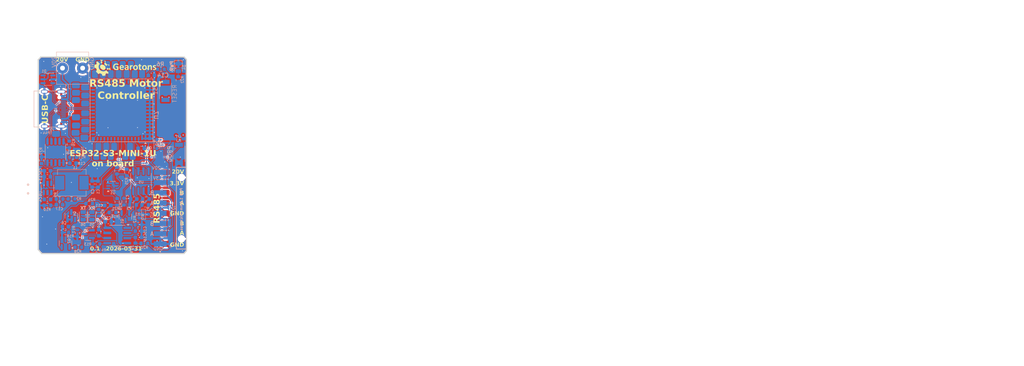
<source format=kicad_pcb>
(kicad_pcb (version 20241229) (generator "pcbnew") (generator_version "9.0")
  (title_block (title "${projectName}") (date "2025-10-04") (rev "0.1"))
  (layers (0 "F.Cu" signal "Front") (2 "B.Cu" signal "Back") (13 "F.Paste" user) (15 "B.Paste" user) (5 "F.SilkS" user "F.Silkscreen") (7 "B.SilkS" user "B.Silkscreen") (1 "F.Mask" user) (3 "B.Mask" user) (25 "Edge.Cuts" user))
  (property "boardName" "ESP32-S3 RS485 Motor Controller")
  (property "coverName" "Cover")
  (property "indexName" "Index")
  (property "powerBDName" "Power Block Diagram")
  (property "projectName" "ESP32-S3 RS485 Motor Controller")
  (property "schTopName" "Schematic")
  (property "signalBDName" "Signal Block Diagram")
  (net 0 "")
  (net 1 "GND")
  (net 2 "/index/schTop/USB_D-")
  (net 3 "/index/schTop/USB_D+")
  (net 4 "+3.3V")
  (net 5 "Net-(Q1-D)")
  (net 6 "Net-(D5-A)")
  (net 7 "Net-(U2A-+)")
  (net 8 "/index/schTop/TX_RS485")
  (net 9 "/index/schTop/RX_RS485")
  (net 12 "Net-(D6-A)")
  (net 13 "Net-(Q1-G)")
  (net 14 "Net-(Q3-D)")
  (net 15 "Net-(U7-IO0)")
  (net 16 "Net-(U7-EN)")
  (net 19 "Net-(U7-IO40)")
  (net 20 "Net-(U7-IO1)")
  (net 21 "Net-(U7-IO2)")
  (net 22 "Net-(U7-IO3)")
  (net 23 "Net-(D4-A)")
  (net 24 "Net-(D6-K)")
  (net 25 "/index/schTop/TXEN")
  (net 26 "Net-(U7-IO6)")
  (net 27 "unconnected-(D5-K-Pad1)")
  (net 28 "Net-(Q2-D)")
  (net 29 "Net-(U7-IO7)")
  (net 30 "/index/schTop/RS485A")
  (net 31 "/index/schTop/RS485B")
  (net 32 "Net-(Q3-G)")
  (net 33 "Net-(R21-Pad1)")
  (net 34 "Net-(Q2-G)")
  (net 35 "Net-(U2B-+)")
  (net 36 "Net-(U7-IO8)")
  (net 37 "Net-(U7-IO9)")
  (net 38 "Net-(U7-IO10)")
  (net 39 "Net-(U7-IO11)")
  (net 40 "Net-(U7-IO12)")
  (net 41 "Net-(U7-IO13)")
  (net 42 "Net-(U7-IO14)")
  (net 43 "Net-(U7-IO15)")
  (net 44 "Net-(U7-IO16)")
  (net 45 "Net-(U7-IO17)")
  (net 46 "Net-(U7-IO18)")
  (net 47 "Net-(U7-IO21)")
  (net 48 "Net-(U7-IO26)")
  (net 49 "Net-(U7-IO33)")
  (net 50 "Net-(U7-IO34)")
  (net 51 "Net-(U7-IO35)")
  (net 52 "Net-(U7-IO36)")
  (net 53 "Net-(U7-IO37)")
  (net 54 "Net-(U7-IO38)")
  (net 55 "Net-(U7-IO39)")
  (net 56 "Net-(U7-IO41)")
  (net 57 "Net-(U7-IO42)")
  (net 58 "Net-(U7-IO45)")
  (net 59 "Net-(U7-IO46)")
  (net 60 "Net-(U7-IO47)")
  (net 61 "Net-(U7-IO48)")
  (net 62 "Net-(U7-TXD0)")
  (net 63 "Net-(U7-RXD0)")
  (net 65 "Net-(U9-BOOT)")
  (net 66 "Net-(U9-SW)")
  (net 67 "Net-(U9-FB)")
  (net 68 "Net-(C17-Pad1)")
  (net 69 "/index/schTop/CC1")
  (net 70 "/index/schTop/CC2")
  (net 71 "Net-(U6-PG)")
  (net 72 "Net-(U6-VBUS)")
  (net 73 "Net-(U6-DM)")
  (net 74 "Net-(U6-CFG2)")
  (net 75 "Net-(U6-CFG1)")
  (net 76 "Net-(U6-CFG3)")
  (net 77 "+20V")
  (footprint "rs485RPihat:testpoint_no_border" (layer "F.Cu") (at 68.36 134.228571)
    (property "Reference" "TP13" (hide yes))
    (property "Value" "TestPoint" (hide yes))
  )
  (footprint "rs485RPihat:testpoint_no_border" (layer "F.Cu") (at 68.36 131.69)
    (property "Reference" "TP14" (hide yes))
    (property "Value" "TestPoint" (hide yes))
  )
  (footprint "rs485RPihat:testpoint_no_border" (layer "F.Cu") (at 68.36 146.921426)
    (property "Reference" "TP8" (hide yes))
    (property "Value" "TestPoint" (hide yes))
  )
  (footprint "rs485RPihat:testpoint_no_border" (layer "F.Cu") (at 68.36 136.767142)
    (property "Reference" "TP12" (hide yes))
    (property "Value" "TestPoint" (hide yes))
  )
  (footprint "rs485RPihat:testpoint_no_border" (layer "F.Cu") (at 68.36 139.305713)
    (property "Reference" "TP11" (hide yes))
    (property "Value" "TestPoint" (hide yes))
  )
  (footprint "rs485RPihat:testpoint_no_border" (layer "F.Cu") (at 68.36 144.382855)
    (property "Reference" "TP9" (hide yes))
    (property "Value" "TestPoint" (hide yes))
  )
  (footprint "rs485RPihat:testpoint_no_border" (layer "F.Cu") (at 68.36 141.844284)
    (property "Reference" "TP10" (hide yes))
    (property "Value" "TestPoint" (hide yes))
  )
  (footprint "rs485RPihat:testpoint_no_border" (layer "F.Cu") (at 68.36 149.46)
    (property "Reference" "TP7" (hide yes))
    (property "Value" "TestPoint" (hide yes))
  )
  (footprint "Capacitor_SMD:C_0603_1608Metric" (layer "B.Cu") (at 60.395 138.32)
    (property "Reference" "C7")
    (property "Value" "100nF/50V")
  )
  (footprint "Celebi:SOT23-6L" (layer "B.Cu") (at 39.0948 108.57)
    (property "Reference" "D1")
    (property "Value" "TVS_5V" (hide yes))
  )
  (footprint "Celebi:SOT23-3" (layer "B.Cu") (at 62.84 142.11 180)
    (property "Reference" "D3")
    (property "Value" "SM712" (hide yes))
  )
  (footprint "Resistor_SMD:R_0603_1608Metric" (layer "B.Cu") (at 60.23 139.78)
    (property "Reference" "R3")
    (property "Value" "560R")
  )
  (footprint "Resistor_SMD:R_0603_1608Metric" (layer "B.Cu") (at 63.445 138.32 180)
    (property "Reference" "R5")
    (property "Value" "220R")
  )
  (footprint "Resistor_SMD:R_0603_1608Metric" (layer "B.Cu") (at 56.21 131.27 90)
    (property "Reference" "R8")
    (property "Value" "10k")
  )
  (footprint "Celebi:SOD323" (layer "B.Cu") (at 66.14 124.66 -90)
    (property "Reference" "D2")
    (property "Value" "1N5819WS" (hide yes))
  )
  (footprint "rs485RPihat:testpoint_no_border" (layer "B.Cu") (at 53.770001 105.000001 -90)
    (property "Reference" "TP34" (hide yes))
    (property "Value" "TestPoint")
  )
  (footprint "LED_SMD:LED_0805_2012Metric" (layer "B.Cu") (at 71.49 105.6 -90)
    (property "Reference" "D4")
    (property "Value" "yellow")
  )
  (footprint "Resistor_SMD:R_0603_1608Metric" (layer "B.Cu") (at 55.14 141.68)
    (property "Reference" "R16")
    (property "Value" "10k")
  )
  (footprint "Capacitor_SMD:C_0603_1608Metric" (layer "B.Cu") (at 61.58 146.29 180)
    (property "Reference" "C15")
    (property "Value" "1nF")
  )
  (footprint "rs485RPihat:2P_screw_terminal" (layer "B.Cu") (at 45.21 105.8 180)
    (property "Reference" "J1")
    (property "Value" "Screw_Terminal_01x02")
  )
  (footprint "rs485RPihat:testpoint_no_border" (layer "B.Cu") (at 56.690001 107.280001 -90)
    (property "Reference" "TP37" (hide yes))
    (property "Value" "TestPoint")
  )
  (footprint "rs485RPihat:testpoint_no_border" (layer "B.Cu") (at 62.490001 107.270001 90)
    (property "Reference" "TP40" (hide yes))
    (property "Value" "TestPoint" (hide yes))
  )
  (footprint "Package_TO_SOT_SMD:SOT-23" (layer "B.Cu") (at 58.34 142.7225 -90)
    (property "Reference" "Q1")
    (property "Value" "BSS84AK,215")
  )
  (footprint "Package_TO_SOT_SMD:SOT-23" (layer "B.Cu") (at 49.06 147.037501 180)
    (property "Reference" "Q3")
    (property "Value" "BSS84AK,215")
  )
  (footprint "rs485RPihat:testpoint_no_border" (layer "B.Cu") (at 46.030001 113.730001)
    (property "Reference" "TP28" (hide yes))
    (property "Value" "TestPoint")
  )
  (footprint "rs485RPihat:testpoint_no_border" (layer "B.Cu") (at 53.56 125.29 -90)
    (property "Reference" "TP16" (hide yes))
    (property "Value" "TestPoint")
  )
  (footprint "rs485RPihat:testpoint_no_border" (layer "B.Cu") (at 60.67 107.28 -90)
    (property "Reference" "TP39" (hide yes))
    (property "Value" "TestPoint" (hide yes))
  )
  (footprint "Capacitor_SMD:C_0603_1608Metric" (layer "B.Cu") (at 51.53 134.625 90)
    (property "Reference" "C1")
    (property "Value" "22uF/6.3V")
  )
  (footprint "Capacitor_SMD:C_0603_1608Metric" (layer "B.Cu") (at 38.955001 131.300001 180)
    (property "Reference" "C5")
    (property "Value" "10uF/25V")
  )
  (footprint "Resistor_SMD:R_0603_1608Metric" (layer "B.Cu") (at 43.41 146.64)
    (property "Reference" "R18")
    (property "Value" "10M")
  )
  (footprint "Resistor_SMD:R_0603_1608Metric" (layer "B.Cu") (at 67.16 106.07)
    (property "Reference" "R6")
    (property "Value" "10k")
  )
  (footprint "Package_TO_SOT_SMD:SOT-23" (layer "B.Cu") (at 43.46 149.3 90)
    (property "Reference" "Q2")
    (property "Value" "BSS84AK,215")
  )
  (footprint "Capacitor_SMD:C_0603_1608Metric" (layer "B.Cu") (at 43.41 145.17)
    (property "Reference" "C6")
    (property "Value" "10nF")
  )
  (footprint "Capacitor_SMD:C_0603_1608Metric" (layer "B.Cu") (at 50.070002 134.605003 90)
    (property "Reference" "C3")
    (property "Value" "22uF/6.3V")
  )
  (footprint "Package_SO:SOIC-8_3.9x4.9mm_P1.27mm" (layer "B.Cu") (at 62.195 133.87 -90)
    (property "Reference" "U5")
    (property "Value" "SP3485EN")
  )
  (footprint "rs485RPihat:testpoint_no_border" (layer "B.Cu") (at 60.120001 127.600001 -90)
    (property "Reference" "TP1" (hide yes))
    (property "Value" "TestPoint")
  )
  (footprint "Resistor_SMD:R_0603_1608Metric" (layer "B.Cu") (at 49.345001 139.44)
    (property "Reference" "R24")
    (property "Value" "75R")
  )
  (footprint "rs485RPihat:testpoint_no_border" (layer "B.Cu") (at 48.360001 121.090001)
    (property "Reference" "TP22" (hide yes))
    (property "Value" "TestPoint")
  )
  (footprint "rs485RPihat:testpoint_no_border" (layer "B.Cu") (at 50.750001 107.280001 -90)
    (property "Reference" "TP31" (hide yes))
    (property "Value" "TestPoint" (hide yes))
  )
  (footprint "rs485RPihat:testpoint_no_border" (layer "B.Cu") (at 58.66 107.27 -90)
    (property "Reference" "TP4" (hide yes))
    (property "Value" "TestPoint" (hide yes))
  )
  (footprint "rs485RPihat:testpoint_no_border" (layer "B.Cu") (at 46.020001 110.090001)
    (property "Reference" "TP42" (hide yes))
    (property "Value" "TestPoint")
  )
  (footprint "rs485RPihat:testpoint_no_border" (layer "B.Cu") (at 59.7 104.97 -90)
    (property "Reference" "TP5" (hide yes))
    (property "Value" "TestPoint" (hide yes))
  )
  (footprint "rs485RPihat:button" (layer "B.Cu") (at 68.290001 111.455 -90)
    (property "Reference" "S1")
    (property "Value" "SW_Push")
  )
  (footprint "Resistor_SMD:R_0603_1608Metric" (layer "B.Cu") (at 57.99 138.97 90)
    (property "Reference" "R29")
    (property "Value" "4.7k")
  )
  (footprint "Resistor_SMD:R_0603_1608Metric" (layer "B.Cu") (at 63.26 139.79 180)
    (property "Reference" "R1")
    (property "Value" "560R")
  )
  (footprint "rs485RPihat:testpoint_no_border" (layer "B.Cu") (at 54.710001 107.290001 -90)
    (property "Reference" "TP35" (hide yes))
    (property "Value" "TestPoint")
  )
  (footprint "rs485RPihat:testpoint_no_border" (layer "B.Cu") (at 48.350001 114.600001)
    (property "Reference" "TP27" (hide yes))
    (property "Value" "TestPoint")
  )
  (footprint "rs485RPihat:testpoint_no_border" (layer "B.Cu") (at 59.490001 125.300001 -90)
    (property "Reference" "TP2" (hide yes))
    (property "Value" "TestPoint" (hide yes))
  )
  (footprint "Resistor_SMD:R_0603_1608Metric" (layer "B.Cu") (at 51.71 141.7 90)
    (property "Reference" "R23")
    (property "Value" "75R")
  )
  (footprint "rs485RPihat:testpoint_no_border" (layer "B.Cu") (at 58.320001 127.600001 -90)
    (property "Reference" "TP3" (hide yes))
    (property "Value" "TestPoint" (hide yes))
  )
  (footprint "Capacitor_SMD:C_0603_1608Metric" (layer "B.Cu") (at 64.800001 107.610001 180)
    (property "Reference" "C14")
    (property "Value" "10nF")
  )
  (footprint "rs485RPihat:testpoint_no_border" (layer "B.Cu") (at 45.93 121.88)
    (property "Reference" "TP21" (hide yes))
    (property "Value" "TestPoint")
  )
  (footprint "Resistor_SMD:R_0603_1608Metric" (layer "B.Cu") (at 37.5 128.684999 -90)
    (property "Reference" "R27")
    (property "Value" "0")
  )
  (footprint "Capacitor_SMD:C_0603_1608Metric" (layer "B.Cu") (at 54.089999 143.94 180)
    (property "Reference" "C12")
    (property "Value" "100nF/50V")
  )
  (footprint "conn:SAMTEC_TSM-108-01-T-SH-A-P-TR_hole1.5mm" (layer "B.Cu") (at 72.263 140.589 90)
    (property "Reference" "J2")
    (property "Value" "TSM-108-01-T-SH-A-P-TR")
  )
  (footprint "rs485RPihat:testpoint_no_border" (layer "B.Cu") (at 48.330001 110.620001)
    (property "Reference" "TP30" (hide yes))
    (property "Value" "TestPoint")
  )
  (footprint "Resistor_SMD:R_0603_1608Metric" (layer "B.Cu") (at 51.11 150.94)
    (property "Reference" "R4")
    (property "Value" "20k")
  )
  (footprint "rs485RPihat:testpoint_no_border" (layer "B.Cu") (at 48.360001 119.090001 180)
    (property "Reference" "TP24" (hide yes))
    (property "Value" "TestPoint" (hide yes))
  )
  (footprint "Capacitor_SMD:C_0603_1608Metric" (layer "B.Cu") (at 61.580001 147.84 180)
    (property "Reference" "C16")
    (property "Value" "100nF/50V")
  )
  (footprint "rs485RPihat:testpoint_no_border" (layer "B.Cu") (at 52.750001 107.290001 -90)
    (property "Reference" "TP33" (hide yes))
    (property "Value" "TestPoint" (hide yes))
  )
  (footprint "Capacitor_SMD:C_0603_1608Metric" (layer "B.Cu") (at 41.975 139.76 180)
    (property "Reference" "C17")
    (property "Value" "47pF")
  )
  (footprint "Resistor_SMD:R_0603_1608Metric" (layer "B.Cu") (at 56.28 139.03 -90)
    (property "Reference" "R21")
    (property "Value" "4.7k")
  )
  (footprint "rs485RPihat:testpoint_no_border" (layer "B.Cu") (at 46.060001 118.010001 180)
    (property "Reference" "TP25" (hide yes))
    (property "Value" "TestPoint" (hide yes))
  )
  (footprint "rs485RPihat:testpoint_no_border" (layer "B.Cu") (at 46.070001 120.060001)
    (property "Reference" "TP23" (hide yes))
    (property "Value" "TestPoint")
  )
  (footprint "rs485RPihat:testpoint_no_border" (layer "B.Cu") (at 51.6 125.33 -90)
    (property "Reference" "TP18" (hide yes))
    (property "Value" "TestPoint" (hide yes))
  )
  (footprint "rs485RPihat:testpoint_no_border" (layer "B.Cu") (at 46.050001 111.920001)
    (property "Reference" "TP29" (hide yes))
    (property "Value" "TestPoint")
  )
  (footprint "Package_TO_SOT_SMD:Texas_R-PDSO-G5_DCK-5" (layer "B.Cu") (at 55.16 135.0675)
    (property "Reference" "U1")
    (property "Value" "SN74LVC1G00DCK")
  )
  (footprint "Package_TO_SOT_SMD:SOT-23" (layer "B.Cu") (at 44.8825 142.49 90)
    (property "Reference" "Q4")
    (property "Value" "Q_NMOS_GSD")
  )
  (footprint "rs485RPihat:testpoint_no_border" (layer "B.Cu") (at 52.89 127.61 -90)
    (property "Reference" "TP17" (hide yes))
    (property "Value" "TestPoint" (hide yes))
  )
  (footprint "Resistor_SMD:R_0603_1608Metric" (layer "B.Cu") (at 38.965 139.92 180)
    (property "Reference" "R10")
    (property "Value" "22k")
  )
  (footprint "rs485RPihat:testpoint_no_border" (layer "B.Cu") (at 54.690001 127.600001 -90)
    (property "Reference" "TP15" (hide yes))
    (property "Value" "TestPoint")
  )
  (footprint "Resistor_SMD:R_0603_1608Metric" (layer "B.Cu") (at 44.39 124.735001 90)
    (property "Reference" "R26")
    (property "Value" "0")
  )
  (footprint "Capacitor_SMD:C_0603_1608Metric" (layer "B.Cu") (at 38.955001 132.770001 180)
    (property "Reference" "C13")
    (property "Value" "100nF/50V")
  )
  (footprint "Capacitor_SMD:C_0603_1608Metric" (layer "B.Cu") (at 51.73 146.7 -90)
    (property "Reference" "C10")
    (property "Value" "10nF")
  )
  (footprint "RF_Module:ESP32-S2-MINI-1U" (layer "B.Cu") (at 57.37 116.29 90)
    (property "Reference" "U7")
    (property "Value" "ESP32-S3-MINI-1U")
  )
  (footprint "rs485RPihat:testpoint_no_border" (layer "B.Cu") (at 51.770001 105.010001 -90)
    (property "Reference" "TP32" (hide yes))
    (property "Value" "TestPoint" (hide yes))
  )
  (footprint "rs485RPihat:Inductor_7.3x6.6mm" (layer "B.Cu") (at 45.015 134.28 180)
    (property "Reference" "L1")
    (property "Value" "10uH")
  )
  (footprint "Capacitor_SMD:C_0603_1608Metric" (layer "B.Cu") (at 38.945 138.41 180)
    (property "Reference" "C4")
    (property "Value" "100nF/50V")
  )
  (footprint "rs485RPihat:testpoint_no_border" (layer "B.Cu") (at 55.520001 125.310001 -90)
    (property "Reference" "TP6" (hide yes))
    (property "Value" "TestPoint")
  )
  (footprint "Resistor_SMD:R_0603_1608Metric" (layer "B.Cu") (at 44.945 138.29 180)
    (property "Reference" "R2")
    (property "Value" "49.9")
  )
  (footprint "rs485RPihat:testpoint_no_border" (layer "B.Cu") (at 55.700001 105.000001 -90)
    (property "Reference" "TP36" (hide yes))
    (property "Value" "TestPoint")
  )
  (footprint "rs485RPihat:testpoint_no_border" (layer "B.Cu") (at 46.22 126.34 180)
    (property "Reference" "TP43")
    (property "Value" "TestPoint")
  )
  (footprint "Resistor_SMD:R_0603_1608Metric" (layer "B.Cu") (at 71.45 108.76 90)
    (property "Reference" "R22")
    (property "Value" "4.7k")
  )
  (footprint "Capacitor_SMD:C_0603_1608Metric" (layer "B.Cu") (at 45.295 129.43)
    (property "Reference" "C18")
    (property "Value" "1uF/25V")
  )
  (footprint "rs485RPihat:testpoint_no_border" (layer "B.Cu") (at 48.370001 112.600001 180)
    (property "Reference" "TP41" (hide yes))
    (property "Value" "TestPoint")
  )
  (footprint "rs485RPihat:testpoint_no_border" (layer "B.Cu") (at 48.350001 117.000001 180)
    (property "Reference" "TP26" (hide yes))
    (property "Value" "TestPoint" (hide yes))
  )
  (footprint "Resistor_SMD:R_0603_1608Metric" (layer "B.Cu") (at 46.4 146.81 90)
    (property "Reference" "R17")
    (property "Value" "10M")
  )
  (footprint "Resistor_SMD:R_0603_1608Metric" (layer "B.Cu") (at 51.11 149.48 180)
    (property "Reference" "R13")
    (property "Value" "20k")
  )
  (footprint "LED_SMD:LED_0805_2012Metric" (layer "B.Cu") (at 50.01 142.517501 90)
    (property "Reference" "D5")
    (property "Value" "green")
  )
  (footprint "LED_SMD:LED_0805_2012Metric" (layer "B.Cu") (at 47.85 142.515002 90)
    (property "Reference" "D6")
    (property "Value" "red")
  )
  (footprint "Package_TO_SOT_SMD:SOT-23-6" (layer "B.Cu") (at 38.9875 135.57 -90)
    (property "Reference" "U9")
    (property "Value" "TPS54202DDC")
  )
  (footprint "Resistor_SMD:R_0603_1608Metric" (layer "B.Cu") (at 46.66 150.3)
    (property "Reference" "R28")
    (property "Value" "4.7k")
  )
  (footprint "rs485RPihat:testpoint_no_border" (layer "B.Cu") (at 48.14 123.07)
    (property "Reference" "TP20" (hide yes))
    (property "Value" "TestPoint")
  )
  (footprint "Resistor_SMD:R_0603_1608Metric" (layer "B.Cu") (at 61.58 144.71 180)
    (property "Reference" "R12")
    (property "Value" "1k")
  )
  (footprint "Capacitor_SMD:C_0603_1608Metric" (layer "B.Cu") (at 53.945 139.9)
    (property "Reference" "C11")
    (property "Value" "100nF/50V")
  )
  (footprint "Capacitor_SMD:C_0603_1608Metric" (layer "B.Cu") (at 62.260001 125.730001 180)
    (property "Reference" "C9")
    (property "Value" "10nF")
  )
  (footprint "Package_SO:SOIC-8_3.9x4.9mm_P1.27mm" (layer "B.Cu") (at 56.31 147.39 180)
    (property "Reference" "U2")
    (property "Value" "LM393DR2G")
  )
  (footprint "Resistor_SMD:R_0603_1608Metric" (layer "B.Cu") (at 60.82 150.09 90)
    (property "Reference" "R19")
    (property "Value" "10k")
  )
  (footprint "rs485RPihat:testpoint_no_border" (layer "B.Cu") (at 51.07 127.63 -90)
    (property "Reference" "TP19" (hide yes))
    (property "Value" "TestPoint" (hide yes))
  )
  (footprint "Package_SO:SSOP-10-1EP_3.9x4.9mm_P1mm_EP2.1x3.3mm" (layer "B.Cu") (at 40.96 126.66 90)
    (property "Reference" "U6")
    (property "Value" "CH224K")
  )
  (footprint "rs485RPihat:testpoint_no_border" (layer "B.Cu") (at 57.670001 105.000001 90)
    (property "Reference" "TP38" (hide yes))
    (property "Value" "TestPoint" (hide yes))
  )
  (footprint "Resistor_SMD:R_0603_1608Metric" (layer "B.Cu") (at 45.334999 127.91)
    (property "Reference" "R11")
    (property "Value" "1k")
  )
  (footprint "Resistor_SMD:R_0603_1608Metric" (layer "B.Cu") (at 63.07 149.35 180)
    (property "Reference" "R20")
    (property "Value" "20k")
  )
  (footprint "Connector_USB:USB_C_Receptacle_Palconn_UTC16-G" (layer "B.Cu") (at 40.459 115.9558 90)
    (property "Reference" "J5")
    (property "Value" "USB_C_Receptacle")
  )
  (footprint "rs485RPihat:testpoint_no_border" (layer "B.Cu") (at 41.1 122.13 180)
    (property "Reference" "TP44")
    (property "Value" "TestPoint")
  )
  (footprint "Resistor_SMD:R_0603_1608Metric" (layer "B.Cu") (at 58.67 131.715 -90)
    (property "Reference" "R25")
    (property "Value" "10k")
  )
  (footprint "Resistor_SMD:R_0603_1608Metric" (layer "B.Cu") (at 41.975 138.3 180)
    (property "Reference" "R9")
    (property "Value" "100k")
  )
  (footprint "rs485RPihat:button" (layer "B.Cu") (at 71.639999 127.075 -90)
    (property "Reference" "S2")
    (property "Value" "SW_Push")
  )
  (footprint "Resistor_SMD:R_0603_1608Metric" (layer "B.Cu") (at 62.280001 127.210001)
    (property "Reference" "R7")
    (property "Value" "10k")
  )
  (gr_poly (pts (xy 53.862426 105.771025) (xy 53.892059 106.16896) (xy 53.762945 106.034901) (xy 53.747422 106.012322) (xy 53.73825 105.986923) (xy 53.736132 105.959405) (xy 53.741777 105.932595) (xy 53.755181 105.908604) (xy 53.848315 105.783719) (xy 53.862428 105.771019)) (fill yes) (layer "F.SilkS"))
  (gr_line (start 51.656155 105.418246) (end 51.656155 105.46481) (stroke (width 0.026105)) (layer "F.SilkS"))
  (gr_line (start 54.245544 105.148718) (end 54.284349 105.1466) (stroke (width 0.026105)) (layer "F.SilkS"))
  (gr_line (start 52.341957 105.970697) (end 52.379351 106.003857) (stroke (width 0.026105)) (layer "F.SilkS"))
  (gr_poly (pts (xy 54.205326 104.913071) (xy 54.218026 104.921536) (xy 54.245543 105.148718) (xy 54.14112 105.07111) (xy 54.15241 104.940585) (xy 54.175692 104.919417) (xy 54.189805 104.912363)) (fill yes) (layer "F.SilkS"))
  (gr_poly (pts (xy 56.127346 104.640816) (xy 56.152106 104.641482) (xy 56.176314 104.642589) (xy 56.199965 104.644134) (xy 56.223054 104.646115) (xy 56.245576 104.648529) (xy 56.267526 104.651375) (xy 56.2889 104.65465) (xy 56.309799 104.658312) (xy 56.330018 104.662169) (xy 56.349554 104.666219) (xy 56.368404 104.670463) (xy 56.386566 104.6749) (xy 56.404038 104.679532) (xy 56.420817 104.684357) (xy 56.436901 104.689376) (xy 56.45223 104.694405) (xy 56.466899 104.699566) (xy 56.48091 104.704859) (xy 56.494262 104.710279) (xy 56.506955 104.715826) (xy 56.518989 104.721496) (xy 56.530364 104.727288) (xy 56.541081 104.733198) (xy 56.551216 104.738915) (xy 56.560543 104.744441) (xy 56.569065 104.749778) (xy 56.576789 104.754928) (xy 56.583717 104.759894) (xy 56.589856 104.764679) (xy 56.59521 104.769284) (xy 56.597595 104.77152) (xy 56.599784 104.773712) (xy 56.601805 104.775861) (xy 56.603757 104.778121) (xy 56.60564 104.780494) (xy 56.607455 104.782978) (xy 56.609201 104.785576) (xy 56.610878 104.788286) (xy 56.612485 104.79111) (xy 56.614022 104.794047) (xy 56.615488 104.797098) (xy 56.616885 104.800263) (xy 56.61821 104.803543) (xy 56.619464 104.806937) (xy 56.620647 104.810446) (xy 56.621758 104.814071) (xy 56.622797 104.817812) (xy 56.623764 104.821668) (xy 56.625508 104.83003) (xy 56.627019 104.839306) (xy 56.628298 104.849497) (xy 56.629344 104.860606) (xy 56.630158 104.872636) (xy 56.630739 104.885588) (xy 56.631088 104.899466) (xy 56.631204 104.914272) (xy 56.631203 104.914272) (xy 56.631203 104.914273) (xy 56.631202 104.914273) (xy 56.631145 104.923031) (xy 56.630976 104.931478) (xy 56.630701 104.939609) (xy 56.630324 104.947423) (xy 56.62985 104.954917) (xy 56.629285 104.962089) (xy 56.628632 104.968937) (xy 56.627897 104.975457) (xy 56.627006 104.981736) (xy 56.62604 104.987702) (xy 56.625001 104.993352) (xy 56.623892 104.998686) (xy 56.622715 105.0037) (xy 56.621473 105.008391) (xy 56.620167 105.012758) (xy 56.618801 105.016798) (xy 56.618167 105.018627) (xy 56.617504 105.020393) (xy 56.616813 105.022095) (xy 56.616095 105.023733) (xy 56.615351 105.025307) (xy 56.61458 105.026816) (xy 56.613784 105.028261) (xy 56.612963 105.02964) (xy 56.612117 105.030954) (xy 56.611248 105.032203) (xy 56.610356 105.033385) (xy 56.609442 105.034501) (xy 56.608506 105.03555) (xy 56.607548 105.036533) (xy 56.60657 105.037448) (xy 56.605572 105.038296) (xy 56.604625 105.039008) (xy 56.603644 105.039672) (xy 56.60263 105.040288) (xy 56.601584 105.040857) (xy 56.600504 105.041378) (xy 56.599392 105.041853) (xy 56.598248 105.042281) (xy 56.597072 105.042662) (xy 56.595865 105.042998) (xy 56.594626 105.043288) (xy 56.593357 105.043532) (xy 56.592057 105.043731) (xy 56.590726 105.043886) (xy 56.589366 105.043996) (xy 56.587976 105.044062) (xy 56.586557 105.044083) (xy 56.584502 105.043996) (xy 56.582294 105.043735) (xy 56.57993 105.043299) (xy 56.577413 105.042688) (xy 56.574742 105.041903) (xy 56.571917 105.040944) (xy 56.568939 105.03981) (xy 56.565808 105.038502) (xy 56.562525 105.03702) (xy 56.559089 105.035363) (xy 56.555501 105.033532) (xy 56.551762 105.031526) (xy 56.547871 105.029346) (xy 56.543829 105.026991) (xy 56.539636 105.024462) (xy 56.535293 105.021759) (xy 56.52602 105.016129) (xy 56.51603 105.0104) (xy 56.505324 105.004569) (xy 56.4939 104.998634) (xy 56.481759 104.992592) (xy 56.468901 104.986442) (xy 56.455327 104.980179) (xy 56.441035 104.973803) (xy 56.425957 104.967505) (xy 56.410178 104.961324) (xy 56.39369 104.955258) (xy 56.376491 104.949309) (xy 56.358575 104.943476) (xy 56.339937 104.937759) (xy 56.320572 104.932159) (xy 56.300476 104.926674) (xy 56.279749 104.921442) (xy 56.258188 104.916908) (xy 56.235788 104.913071) (xy 56.212547 104.909931) (xy 56.188464 104.90749) (xy 56.163536 104.905746) (xy 56.137759 104.904699) (xy 56.111132 104.90435) (xy 56.096838 104.904505) (xy 56.082714 104.90497) (xy 56.068759 104.905746) (xy 56.054973 104.906831) (xy 56.041357 104.908226) (xy 56.027911 104.909931) (xy 56.014634 104.911947) (xy 56.001527 104.914272) (xy 55.988589 104.916908) (xy 55.975821 104.919853) (xy 55.963222 104.923109) (xy 55.950794 104.926674) (xy 55.938534 104.93055) (xy 55.926444 104.934736) (xy 55.914524 104.939232) (xy 55.902774 104.944038) (xy 55.891289 104.949132) (xy 55.880013 104.954492) (xy 55.868945 104.960118) (xy 55.858086 104.96601) (xy 55.847435 104.972167) (xy 55.836992 104.978589) (xy 55.826758 104.985275) (xy 55.816732 104.992226) (xy 55.806914 104.999441) (xy 55.797305 105.006919) (xy 55.787904 105.014662) (xy 55.778711 105.022667) (xy 55.769726 105.030935) (xy 55.76095 105.039465) (xy 55.752382 105.048258) (xy 55.744023 105.057312) (xy 55.73585 105.066537) (xy 55.727919 105.075993) (xy 55.720231 105.085681) (xy 55.712785 105.095601) (xy 55.705581 105.105753) (xy 55.698619 105.116135) (xy 55.6919 105.126748) (xy 55.685422 105.137592) (xy 55.679187 105.148665) (xy 55.673195 105.159969) (xy 55.667444 105.171502) (xy 55.661935 105.183264) (xy 55.656669 105.195255) (xy 55.651645 105.207475) (xy 55.646864 105.219923) (xy 55.642324 105.232599) (xy 55.638008 105.245398) (xy 55.633972 105.258372) (xy 55.630216 105.271521) (xy 55.626741 105.284844) (xy 55.623545 105.298341) (xy 55.620629 105.312013) (xy 55.617992 105.325859) (xy 55.615634 105.339879) (xy 55.613554 105.354074) (xy 55.611753 105.368443) (xy 55.610229 105.382987) (xy 55.608984 105.397705) (xy 55.608015 105.412598) (xy 55.607324 105.427664) (xy 55.606771 105.458321) (xy 55.607334 105.49176) (xy 55.609026 105.524173) (xy 55.611851 105.555565) (xy 55.615815 105.585937) (xy 55.620922 105.615291) (xy 55.627177 105.64363) (xy 55.630737 105.65742) (xy 55.634585 105.670957) (xy 55.638723 105.684241) (xy 55.643151 105.697273) (xy 55.647797 105.710087) (xy 55.652666 105.72264) (xy 55.657756 105.734931) (xy 55.663069 105.74696) (xy 55.668603 105.758728) (xy 55.674359 105.770234) (xy 55.680335 105.781478) (xy 55.686533 105.792461) (xy 55.692951 105.803183) (xy 55.699589 105.813642) (xy 55.706447 105.82384) (xy 55.713524 105.833777) (xy 55.720821 105.843451) (xy 55.728336 105.852865) (xy 55.73607 105.862016) (xy 55.744023 105.870906) (xy 55.752263 105.879457) (xy 55.760708 105.887745) (xy 55.769355 105.895771) (xy 55.778207 105.903533) (xy 55.787261 105.911032) (xy 55.79652 105.918265) (xy 55.805981 105.925234) (xy 55.815646 105.931936) (xy 55.825515 105.938372) (xy 55.835587 105.944541) (xy 55.845863 105.950442) (xy 55.856342 105.956076) (xy 55.867024 105.96144) (xy 55.87791 105.966534) (xy 55.889 105.971359) (xy 55.900293 105.975913) (xy 55.911726 105.980229) (xy 55.923315 105.984265) (xy 55.935059 105.988021) (xy 55.94696 105.991496) (xy 55.959017 105.994692) (xy 55.97123 105.997608) (xy 55.9836 106.000245) (xy 55.996127 106.002604) (xy 56.008812 106.004683) (xy 56.021654 106.006485) (xy 56.034655 106.008008) (xy 56.047813 106.009254) (xy 56.061131 106.010222) (xy 56.074607 106.010914) (xy 56.088243 106.011328) (xy 56.102038 106.011466) (xy 56.115428 106.011291) (xy 56.128777 106.010762) (xy 56.142082 106.009875) (xy 56.155342 106.008624) (xy 56.168553 106.007005) (xy 56.181713 106.005013) (xy 56.19482 106.002643) (xy 56.207872 105.999891) (xy 56.220942 105.996596) (xy 56.233797 105.992914) (xy 56.246433 105.988845) (xy 56.25885 105.984388) (xy 56.271043 105.979543) (xy 56.283012 105.974311) (xy 56.294753 105.968691) (xy 56.306263 105.962684) (xy 56.306263 105.594747) (xy 56.006126 105.594747) (xy 56.00474 105.594721) (xy 56.003374 105.594641) (xy 56.002028 105.594507) (xy 56.0007 105.594321) (xy 55.999392 105.594081) (xy 55.998103 105.593788) (xy 55.996834 105.593442) (xy 55.995584 105.593042) (xy 55.994354 105.592589) (xy 55.993143 105.592083) (xy 55.991951 105.591523) (xy 55.990778 105.59091) (xy 55.989625 105.590244) (xy 55.988492 105.589525) (xy 55.987377 105.588752) (xy 55.986282 105.587926) (xy 55.985207 105.587047) (xy 55.984151 105.586114) (xy 55.982097 105.584089) (xy 55.98012 105.581851) (xy 55.978221 105.579399) (xy 55.976399 105.576735) (xy 55.974655 105.573857) (xy 55.972989 105.570766) (xy 55.9714 105.567462) (xy 55.969975 105.563901) (xy 55.968647 105.560039) (xy 55.967415 105.555876) (xy 55.966277 105.55141) (xy 55.965235 105.546642) (xy 55.964285 105.54157) (xy 55.96343 105.536194) (xy 55.962667 105.530514) (xy 55.961996 105.524528) (xy 55.961416 105.518236) (xy 55.960927 105.511638) (xy 55.960529 105.504733) (xy 55.96022 105.497521) (xy 55.96 105.49) (xy 55.959825 105.474031) (xy 55.95998 105.457401) (xy 55.960173 105.449632) (xy 55.960444 105.442224) (xy 55.960793 105.435175) (xy 55.961219 105.428482) (xy 55.961723 105.422142) (xy 55.962304 105.416154) (xy 55.963128 105.410553) (xy 55.964045 105.405224) (xy 55.965055 105.400166) (xy 55.966155 105.39538) (xy 55.967341 105.390865) (xy 55.968613 105.386621) (xy 55.969966 105.382648) (xy 55.9714 105.378947) (xy 55.972221 105.377232) (xy 55.973057 105.375574) (xy 55.973907 105.373975) (xy 55.974772 105.372432) (xy 55.975651 105.370947) (xy 55.976545 105.369518) (xy 55.977453 105.368145) (xy 55.978376 105.366829) (xy 55.979314 105.365568) (xy 55.980266 105.364362) (xy 55.981232 105.363212) (xy 55.982213 105.362116) (xy 55.983208 105.361075) (xy 55.984218 105.360088) (xy 55.985243 105.359155) (xy 55.986282 105.358276) (xy 55.987413 105.357486) (xy 55.988559 105.356746) (xy 55.98972 105.356054) (xy 55.990894 105.355411) (xy 55.992084 105.354819) (xy 55.993288 105.354276) (xy 55.994506 105.353783) (xy 55.995739 105.353341) (xy 55.996987 105.35295) (xy 55.998249 105.35261) (xy 55.999525 105.352321) (xy 56.000816 105.352085) (xy 56.002122 105.3519) (xy 56.003442 105.351768) (xy 56.004777 105.351688) (xy 56.006126 105.351661) (xy 56.541081 105.351661) (xy 56.543542 105.351688) (xy 56.545964 105.351768) (xy 56.548348 105.3519) (xy 56.550693 105.352085) (xy 56.552999 105.352321) (xy 56.555266 105.35261) (xy 56.557495 105.35295) (xy 56.559684 105.353341) (xy 56.561835 105.353783) (xy 56.563947 105.354276) (xy 56.566021 105.354819) (xy 56.568056 105.355411) (xy 56.570052 105.356054) (xy 56.572009 105.356746) (xy 56.573927 105.357486) (xy 56.575807 105.358276) (xy 56.57773 105.359155) (xy 56.579625 105.360088) (xy 56.58149 105.361075) (xy 56.583326 105.362116) (xy 56.585133 105.363212) (xy 56.586911 105.364362) (xy 56.58866 105.365568) (xy 56.59038 105.366829) (xy 56.592071 105.368145) (xy 56.593732 105.369518) (xy 56.595365 105.370947) (xy 56.596969 105.372432) (xy 56.598543 105.373975) (xy 56.600089 105.375574) (xy 56.601605 105.377232) (xy 56.603092 105.378947) (xy 56.604505 105.380635) (xy 56.605873 105.382367) (xy 56.607198 105.384143) (xy 56.60848 105.385962) (xy 56.609717 105.387824) (xy 56.610911 105.389731) (xy 56.612062 105.391681) (xy 56.613169 105.393674) (xy 56.614232 105.395712) (xy 56.615252 105.397792) (xy 56.616228 105.399917) (xy 56.617161 105.402085) (xy 56.61805 105.404296) (xy 56.618895 105.406552) (xy 56.619697 105.40885) (xy 56.620455 105.411193) (xy 56.621245 105.413504) (xy 56.621986 105.415863) (xy 56.622678 105.418272) (xy 56.62332 105.42073) (xy 56.623913 105.423238) (xy 56.624456 105.425796) (xy 56.624949 105.428404) (xy 56.625391 105.431062) (xy 56.625782 105.433772) (xy 56.626122 105.436532) (xy 56.62641 105.439344) (xy 56.626647 105.442208) (xy 56.626832 105.445124) (xy 56.626964 105.448092) (xy 56.627044 105.451113) (xy 56.62707 105.454187) (xy 56.62707 106.085053) (xy 56.627017 106.089593) (xy 56.626858 106.094064) (xy 56.626593 106.098468) (xy 56.626224 106.102804) (xy 56.625751 106.107072) (xy 56.625174 106.111273) (xy 56.624494 106.115405) (xy 56.623711 106.11947) (xy 56.622827 106.123467) (xy 56.621842 106.127396) (xy 56.620756 106.131257) (xy 56.619571 106.13505) (xy 56.618286 106.138776) (xy 56.616902 106.142434) (xy 56.61542 106.146024) (xy 56.613841 106.149546) (xy 56.612184 106.152915) (xy 56.610314 106.156202) (xy 56.60823 106.159406) (xy 56.605934 106.162526) (xy 56.603425 106.165563) (xy 56.600702 106.168516) (xy 56.597766 106.171385) (xy 56.594617 106.174169) (xy 56.591255 106.176869) (xy 56.58768 106.179483) (xy 56.583891 106.182013) (xy 56.57989 106.184456) (xy 56.575675 106.186814) (xy 56.571247 106.189085) (xy 56.566606 106.191269) (xy 56.561752 106.193367) (xy 56.55153 106.19734) (xy 56.54071 106.201354) (xy 56.529294 106.205412) (xy 56.517284 106.209516) (xy 56.504683 106.213668) (xy 56.491494 106.217871) (xy 56.463359 106.22644) (xy 56.448563 106.230549) (xy 56.433629 106.234508) (xy 56.418555 106.238322) (xy 56.403337 106.241995) (xy 56.387974 106.245532) (xy 56.372464 106.248939) (xy 56.340989 106.255379) (xy 56.325234 106.258373) (xy 56.309437 106.261157) (xy 56.293598 106.263732) (xy 56.277712 106.266102) (xy 56.261777 106.268268) (xy 56.245792 106.270233) (xy 56.229754 106.271999) (xy 56.213659 106.273569) (xy 56.197536 106.275099) (xy 56.181413 106.276434) (xy 56.16529 106.277569) (xy 56.149167 106.278504) (xy 56.133044 106.279235) (xy 56.116921 106.27976) (xy 56.100797 106.280077) (xy 56.084674 106.280183) (xy 56.037709 106.279331) (xy 55.992002 106.276773) (xy 55.94755 106.27251) (xy 55.904349 106.266541) (xy 55.862399 106.258867) (xy 55.841892 106.25439) (xy 55.821696 106.249488) (xy 55.801812 106.244158) (xy 55.782238 106.238403) (xy 55.762975 106.232221) (xy 55.744023 106.225613) (xy 55.725482 106.218603) (xy 55.7073 106.211214) (xy 55.689475 106.203446) (xy 55.672009 106.195298) (xy 55.654899 106.186771) (xy 55.638147 106.177862) (xy 55.621751 106.168571) (xy 55.605711 106.158899) (xy 55.590028 106.148844) (xy 55.5747 106.138405) (xy 55.559728 106.127583) (xy 55.545111 106.116376) (xy 55.530849 106.104784) (xy 55.516941 106.092806) (xy 55.503388 106.080441) (xy 55.490188 106.06769) (xy 55.477355 106.054493) (xy 55.4649 106.040947) (xy 55.452824 106.027053) (xy 55.441128 106.01281) (xy 55.429813 105.998218) (xy 55.418878 105.983277) (xy 55.408324 105.967987) (xy 55.398153 105.952348) (xy 55.388364 105.936361) (xy 55.378959 105.920025) (xy 55.369938 105.90334) (xy 55.361301 105.886306) (xy 55.35305 105.868923) (xy 55.345184 105.851192) (xy 55.337704 105.833112) (xy 55.330612 105.814682) (xy 55.324004 105.795924) (xy 55.317822 105.776855) (xy 55.312066 105.757477) (xy 55.306737 105.737788) (xy 55.301835 105.717789) (xy 55.297358 105.69748) (xy 55.293308 105.676861) (xy 55.289684 105.655932) (xy 55.286487 105.634693) (xy 55.283716 105.613144) (xy 55.281371 105.591285) (xy 55.279452 105.569116) (xy 55.27796 105.546637) (xy 55.276894 105.523847) (xy 55.276255 105.500748) (xy 55.276042 105.477338) (xy 55.276953 105.429425) (xy 55.279691 105.382735) (xy 55.284261 105.337271) (xy 55.287234 105.314999) (xy 55.290666 105.293035) (xy 55.294559 105.271378) (xy 55.298912 105.250029) (xy 55.303727 105.228988) (xy 55.309005 105.208256) (xy 55.314744 105.187833) (xy 55.320947 105.167719) (xy 55.327614 105.147914) (xy 55.334745 105.128419) (xy 55.342262 105.109186) (xy 55.350161 105.09032) (xy 55.358444 105.071822) (xy 55.367108 105.053692) (xy 55.376156 105.035928) (xy 55.385586 105.018531) (xy 55.395399 105.001501) (xy 55.405595 104.984836) (xy 55.416173 104.968538) (xy 55.427134 104.952604) (xy 55.438478 104.937036) (xy 55.450205 104.921833) (xy 55.462314 104.906994) (xy 55.474806 104.89252) (xy 55.487681 104.878409) (xy 55.500938 104.864663) (xy 55.514636 104.851333) (xy 55.528678 104.838395) (xy 55.543064 104.82585) (xy 55.557794 104.813697) (xy 55.572868 104.801936) (xy 55.588286 104.790568) (xy 55.604048 104.779593) (xy 55.620154 104.76901) (xy 55.636605 104.758819) (xy 55.653399 104.749021) (xy 55.670537 104.739615) (xy 55.688019 104.730601) (xy 55.705845 104.72198) (xy 55.724015 104.713752) (xy 55.742529 104.705915) (xy 55.761387 104.698471) (xy 55.78063 104.691486) (xy 55.800145 104.684946) (xy 55.819931 104.678853) (xy 55.83999 104.673208) (xy 55.860321 104.668011) (xy 55.880926 104.663263) (xy 55.901803 104.658964) (xy 55.922953 104.655115) (xy 55.944378 104.651716) (xy 55.966076 104.648769) (xy 55.988049 104.646274) (xy 56.010296 104.644231) (xy 56.032818 104.64264) (xy 56.055616 104.641504) (xy 56.078689 104.640821) (xy 56.102038 104.640594)) (fill yes) (layer "F.SilkS"))
  (gr_poly (pts (xy 52.2968 103.672697) (xy 52.3095 103.687516) (xy 52.311616 103.707275) (xy 52.301738 103.724205) (xy 52.248823 103.772885) (xy 52.259405 103.674106) (xy 52.277751 103.667052)) (fill yes) (layer "F.SilkS"))
  (gr_line (start 54.374661 106.176007) (end 54.416995 106.194352) (stroke (width 0.026105)) (layer "F.SilkS"))
  (gr_line (start 53.240832 104.169411) (end 53.235891 104.161654) (stroke (width 0.026105)) (layer "F.SilkS"))
  (gr_line (start 53.341021 105.93824) (end 53.35372 105.90155) (stroke (width 0.026105)) (layer "F.SilkS"))
  (gr_line (start 54.374661 106.176007) (end 54.28435 106.082169) (stroke (width 0.026105)) (layer "F.SilkS"))
  (gr_line (start 53.192147 105.272907) (end 53.159693 105.234808) (stroke (width 0.026105)) (layer "F.SilkS"))
  (gr_line (start 54.141124 105.07111) (end 54.245545 105.148718) (stroke (width 0.026105)) (layer "F.SilkS"))
  (gr_line (start 52.29821 105.003385) (end 52.265049 105.023842) (stroke (width 0.026105)) (layer "F.SilkS"))
  (gr_line (start 54.500251 105.762554) (end 54.488255 105.773138) (stroke (width 0.026105)) (layer "F.SilkS"))
  (gr_line (start 53.069384 104.740204) (end 53.139939 104.786066) (stroke (width 0.026105)) (layer "F.SilkS"))
  (gr_poly (pts (xy 53.762242 104.8919) (xy 53.813043 104.92224) (xy 53.766476 105.030192) (xy 53.766473 105.030186) (xy 53.563978 105.236914) (xy 53.717086 104.854505)) (fill yes) (layer "F.SilkS"))
  (gr_line (start 53.434863 104.570162) (end 53.465907 104.608968) (stroke (width 0.026105)) (layer "F.SilkS"))
  (gr_poly (pts (xy 51.960957 104.745145) (xy 51.879818 104.826987) (xy 51.80997 104.918002) (xy 51.752113 105.01819) (xy 51.707663 105.126142) (xy 51.676618 105.239734) (xy 51.659686 105.358266) (xy 51.656863 105.478918) (xy 51.368998 104.145423)) (fill yes) (layer "F.SilkS"))
  (gr_line (start 52.206489 105.07182) (end 52.181091 105.100046) (stroke (width 0.026105)) (layer "F.SilkS"))
  (gr_line (start 52.224128 103.984552) (end 52.315145 104.077686) (stroke (width 0.026105)) (layer "F.SilkS"))
  (gr_line (start 52.346189 104.571577) (end 52.387817 104.596976) (stroke (width 0.026105)) (layer "F.SilkS"))
  (gr_line (start 53.265527 104.212451) (end 53.240832 104.169411) (stroke (width 0.026105)) (layer "F.SilkS"))
  (gr_poly (pts (xy 53.210497 103.959158) (xy 53.210493 103.959159) (xy 53.210496 103.959153)) (fill yes) (layer "F.SilkS"))
  (gr_poly (pts (xy 52.535984 103.984552) (xy 52.533868 104.025476) (xy 52.521871 103.892125)) (fill yes) (layer "F.SilkS"))
  (gr_line (start 53.238011 103.954922) (end 53.19356 103.968325) (stroke (width 0.026105)) (layer "F.SilkS"))
  (gr_poly (pts (xy 52.111946 106.360867) (xy 52.217071 106.438478) (xy 52.329255 106.504094) (xy 52.478833 107.225167) (xy 52.3095 107.172251) (xy 52.162745 107.110869) (xy 52.015285 106.273379)) (fill yes) (layer "F.SilkS"))
  (gr_line (start 53.375593 105.78231) (end 53.3763 105.739981) (stroke (width 0.026105)) (layer "F.SilkS"))
  (gr_poly (pts (xy 53.377709 104.455166) (xy 53.405227 104.520782) (xy 53.442622 104.580753) (xy 53.489189 104.634377) (xy 53.717083 104.854508) (xy 53.563977 105.236917) (xy 53.537165 105.200227) (xy 53.501889 105.151545) (xy 53.467317 105.103566) (xy 53.434155 105.066876) (xy 53.393234 105.021013) (xy 53.362189 104.386034)) (fill yes) (layer "F.SilkS"))
  (gr_line (start 54.54611 105.75197) (end 54.500251 105.762554) (stroke (width 0.026105)) (layer "F.SilkS"))
  (gr_line (start 52.545155 103.96268) (end 52.538098 103.996547) (stroke (width 0.026105)) (layer "F.SilkS"))
  (gr_poly (pts (xy 53.360075 107.225167) (xy 53.333264 107.63086) (xy 53.333261 107.630864) (xy 52.6524 107.671785) (xy 52.690502 106.624035) (xy 52.813974 106.636735) (xy 52.936036 106.634616) (xy 53.055979 106.619094) (xy 53.170986 106.58946) (xy 53.280346 106.546424) (xy 53.381947 106.490684)) (fill yes) (layer "F.SilkS"))
  (gr_line (start 54.326683 105.103563) (end 54.337971 105.06123) (stroke (width 0.026105)) (layer "F.SilkS"))
  (gr_poly (pts (xy 52.301738 103.724206) (xy 52.301738 103.724205) (xy 52.301741 103.724203)) (fill yes) (layer "F.SilkS"))
  (gr_line (start 53.850433 105.000555) (end 53.802456 105.006201) (stroke (width 0.026105)) (layer "F.SilkS"))
  (gr_line (start 52.643934 103.796165) (end 52.634762 103.782762) (stroke (width 0.026105)) (layer "F.SilkS"))
  (gr_poly (pts (xy 52.349011 103.829329) (xy 52.342662 104.206799) (xy 52.342662 104.144006) (xy 52.339134 104.120015) (xy 52.329962 104.097436) (xy 52.32079 103.838498) (xy 52.349011 103.829326)) (fill yes) (layer "F.SilkS"))
  (gr_poly (pts (xy 54.016238 105.02101) (xy 54.016238 105.021013) (xy 54.01623 105.021009)) (fill yes) (layer "F.SilkS"))
  (gr_line (start 53.283871 106.037721) (end 53.305743 106.006677) (stroke (width 0.026105)) (layer "F.SilkS"))
  (gr_line (start 52.10348 106.353806) (end 52.142286 106.384851) (stroke (width 0.026105)) (layer "F.SilkS"))
  (gr_line (start 52.07808 105.349104) (end 52.075962 105.390732) (stroke (width 0.026105)) (layer "F.SilkS"))
  (gr_poly (pts (xy 58.681117 105.049432) (xy 58.711389 105.050595) (xy 58.740503 105.052533) (xy 58.768462 105.055246) (xy 58.795267 105.058734) (xy 58.820923 105.062997) (xy 58.84543 105.068036) (xy 58.868792 105.07385) (xy 58.880134 105.077057) (xy 58.891214 105.080477) (xy 58.902034 105.08411) (xy 58.912594 105.087957) (xy 58.922895 105.092017) (xy 58.932938 105.09629) (xy 58.942722 105.100776) (xy 58.952249 105.105475) (xy 58.961519 105.110388) (xy 58.970534 105.115513) (xy 58.979292 105.120852) (xy 58.987796 105.126404) (xy 58.996046 105.132169) (xy 59.004041 105.138148) (xy 59.011784 105.144339) (xy 59.019274 105.150744) (xy 59.026478 105.157376) (xy 59.033439 105.16425) (xy 59.040158 105.171365) (xy 59.046633 105.17872) (xy 59.052865 105.186315) (xy 59.058853 105.19415) (xy 59.064597 105.202223) (xy 59.070097 105.210534) (xy 59.075352 105.219082) (xy 59.080362 105.227867) (xy 59.085127 105.236888) (xy 59.089647 105.246145) (xy 59.093921 105.255637) (xy 59.097948 105.265363) (xy 59.101729 105.275323) (xy 59.105264 105.285516) (xy 59.108568 105.295869) (xy 59.111658 105.306464) (xy 59.114536 105.317299) (xy 59.1172 105.328375) (xy 59.119652 105.339691) (xy 59.12189 105.351246) (xy 59.123915 105.36304) (xy 59.125727 105.375071) (xy 59.127326 105.38734) (xy 59.128712 105.399846) (xy 59.130844 105.425566) (xy 59.132123 105.452225) (xy 59.13255 105.47982) (xy 59.13255 106.214865) (xy 59.132501 106.217006) (xy 59.132356 106.219089) (xy 59.132113 106.221114) (xy 59.131774 106.223081) (xy 59.131338 106.22499) (xy 59.130805 106.226841) (xy 59.130175 106.228633) (xy 59.129449 106.230368) (xy 59.128625 106.232044) (xy 59.127704 106.233662) (xy 59.126687 106.235222) (xy 59.125573 106.236724) (xy 59.124362 106.238168) (xy 59.123054 106.239553) (xy 59.121649 106.240881) (xy 59.120147 106.24215) (xy 59.118541 106.243366) (xy 59.116824 106.244535) (xy 59.114995 106.245656) (xy 59.113057 106.24673) (xy 59.111008 106.247758) (xy 59.108849 106.248741) (xy 59.106581 106.24968) (xy 59.104204 106.250573) (xy 59.101717 106.251424) (xy 59.099122 106.252231) (xy 59.096419 106.252996) (xy 59.093607 106.253719) (xy 59.090688 106.254401) (xy 59.087661 106.255043) (xy 59.084527 106.255644) (xy 59.081286 106.256206) (xy 59.074242 106.257155) (xy 59.066439 106.257986) (xy 59.057875 106.258695) (xy 59.048549 106.259281) (xy 59.038457 106.259741) (xy 59.027597 106.260072) (xy 59.015967 106.260273) (xy 59.003564 106.26034) (xy 58.990173 106.260273) (xy 58.977749 106.260072) (xy 58.966288 106.259741) (xy 58.955789 106.259281) (xy 58.94625 106.258695) (xy 58.937667 106.257986) (xy 58.93004 106.257155) (xy 58.923364 106.256206) (xy 58.920316 106.255644) (xy 58.917376 106.255043) (xy 58.914544 106.254401) (xy 58.91182 106.253719) (xy 58.909205 106.252996) (xy 58.906699 106.252231) (xy 58.904304 106.251424) (xy 58.90202 106.250573) (xy 58.899847 106.24968) (xy 58.897786 106.248741) (xy 58.895838 106.247758) (xy 58.894003 106.24673) (xy 58.892282 106.245656) (xy 58.890675 106.244535) (xy 58.889184 106.243366) (xy 58.887808 106.24215) (xy 58.886495 106.240881) (xy 58.885269 106.239553) (xy 58.88413 106.238168) (xy 58.883077 106.236724) (xy 58.88211 106.235222) (xy 58.881229 106.233662) (xy 58.880432 106.232044) (xy 58.879721 106.230368) (xy 58.879095 106.228633) (xy 58.878553 106.226841) (xy 58.878096 106.22499) (xy 58.877722 106.223081) (xy 58.877432 106.221114) (xy 58.877225 106.219089) (xy 58.877101 106.217006) (xy 58.877059 106.214865) (xy 58.877059 106.128048) (xy 58.868611 106.136919) (xy 58.860007 106.145546) (xy 58.851248 106.153931) (xy 58.842334 106.162071) (xy 58.833264 106.169966) (xy 58.82404 106.177617) (xy 58.814661 106.185021) (xy 58.805127 106.192179) (xy 58.795438 106.19909) (xy 58.785593 106.205753) (xy 58.775594 106.212168) (xy 58.76544 106.218334) (xy 58.75513 106.22425) (xy 58.744666 106.229916) (xy 58.734047 106.235332) (xy 58.723272 106.240496) (xy 58.712425 106.24538) (xy 58.701432 106.249952) (xy 58.690294 106.254214) (xy 58.679011 106.258163) (xy 58.667582 106.2618) (xy 58.656008 106.265124) (xy 58.644289 106.268135) (xy 58.632424 106.270831) (xy 58.620414 106.273212) (xy 58.608259 106.275277) (xy 58.595958 106.277027) (xy 58.583512 106.278459) (xy 58.570921 106.279575) (xy 58.558184 106.280372) (xy 58.545302 106.280851) (xy 58.532275 106.281011) (xy 58.510572 106.280643) (xy 58.489336 106.279545) (xy 58.46857 106.277719) (xy 58.448276 106.275171) (xy 58.428457 106.271907) (xy 58.409115 106.26793) (xy 58.390252 106.263246) (xy 58.371871 106.25786) (xy 58.362839 106.254982) (xy 58.353956 106.25193) (xy 58.345224 106.248703) (xy 58.336641 106.245302) (xy 58.328209 106.241727) (xy 58.319927 106.237977) (xy 58.311796 106.234053) (xy 58.303814 106.229954) (xy 58.295982 106.225681) (xy 58.288301 106.221234) (xy 58.28077 106.216612) (xy 58.273389 106.211816) (xy 58.266158 106.206845) (xy 58.259078 106.2017) (xy 58.252147 106.196381) (xy 58.245367 106.190887) (xy 58.238832 106.185224) (xy 58.23248 106.179395) (xy 58.226312 106.1734) (xy 58.220327 106.167239) (xy 58.214525 106.16091) (xy 58.208905 106.154414) (xy 58.203468 106.147749) (xy 58.198213 106.140916) (xy 58.193139 106.133913) (xy 58.188247 106.12674) (xy 58.183536 106.119396) (xy 58.179005 106.11188) (xy 58.174655 106.104193) (xy 58.170486 106.096333) (xy 58.166496 106.0883) (xy 58.162686 106.080093) (xy 58.159159 106.07175) (xy 58.155863 106.063233) (xy 58.1528 106.054541) (xy 58.149967 106.045673) (xy 58.147364 106.03663) (xy 58.14499 106.027411) (xy 58.142846 106.018015) (xy 58.140929 106.008443) (xy 58.139241 105.998695) (xy 58.137779 105.988769) (xy 58.136544 105.978666) (xy 58.135535 105.968384) (xy 58.134752 105.957925) (xy 58.134192 105.947288) (xy 58.133857 105.936472) (xy 58.133746 105.925477) (xy 58.133858 105.916382) (xy 58.435537 105.916382) (xy 58.435704 105.924867) (xy 58.436206 105.933116) (xy 58.437043 105.941127) (xy 58.438214 105.948902) (xy 58.439722 105.956441) (xy 58.441565 105.963744) (xy 58.443744 105.970812) (xy 58.446259 105.977644) (xy 58.449111 105.984241) (xy 58.452301 105.990604) (xy 58.455827 105.996732) (xy 58.459691 106.002627) (xy 58.463893 106.008287) (xy 58.468434 106.013714) (xy 58.473313 106.018908) (xy 58.47853 106.023869) (xy 58.484126 106.028597) (xy 58.489983 106.033016) (xy 58.496102 106.037127) (xy 58.50248 106.040929) (xy 58.509119 106.044423) (xy 58.516019 106.04761) (xy 58.523178 106.050491) (xy 58.530596 106.053066) (xy 58.538274 106.055336) (xy 58.54621 106.057301) (xy 58.554405 106.058962) (xy 58.562859 106.06032) (xy 58.57157 106.061375) (xy 58.580539 106.062128) (xy 58.589765 106.062579) (xy 58.599249 106.06273) (xy 58.607344 106.062601) (xy 58.615352 106.062216) (xy 58.623273 106.061573) (xy 58.631107 106.060672) (xy 58.638853 106.059514) (xy 58.646513 106.058097) (xy 58.654085 106.056422) (xy 58.66157 106.054487) (xy 58.668967 106.052294) (xy 58.676278 106.049841) (xy 58.683501 106.047128) (xy 58.690637 106.044155) (xy 58.697686 106.040922) (xy 58.704648 106.037428) (xy 58.711523 106.033673) (xy 58.71831 106.029657) (xy 58.725141 106.025427) (xy 58.731991 106.020956) (xy 58.738861 106.016242) (xy 58.74575 106.011286) (xy 58.752659 106.006087) (xy 58.759586 106.000647) (xy 58.766534 105.994964) (xy 58.7735 105.989039) (xy 58.780486 105.982872) (xy 58.787492 105.976462) (xy 58.794517 105.96981) (xy 58.801561 105.962916) (xy 58.808624 105.95578) (xy 58.815707 105.948402) (xy 58.822809 105.940781) (xy 58.829931 105.932918) (xy 58.829931 105.746883) (xy 58.711697 105.746883) (xy 58.693424 105.747067) (xy 58.675814 105.747616) (xy 58.658873 105.748529) (xy 58.642606 105.749803) (xy 58.627016 105.751435) (xy 58.61211 105.753423) (xy 58.597891 105.755766) (xy 58.584365 105.758459) (xy 58.571635 105.761347) (xy 58.55949 105.764586) (xy 58.553639 105.766338) (xy 58.547936 105.768178) (xy 58.542382 105.770108) (xy 58.536978 105.772127) (xy 58.531724 105.774236) (xy 58.52662 105.776434) (xy 58.521669 105.778723) (xy 58.516869 105.781103) (xy 58.512222 105.783573) (xy 58.507728 105.786134) (xy 58.503388 105.788787) (xy 58.499203 105.791532) (xy 58.495124 105.794281) (xy 58.49118 105.797103) (xy 58.487373 105.799999) (xy 58.483702 105.802968) (xy 58.480169 105.806011) (xy 58.476772 105.809129) (xy 58.473513 105.81232) (xy 58.470392 105.815587) (xy 58.467409 105.818929) (xy 58.464565 105.822346) (xy 58.461859 105.825838) (xy 58.459292 105.829407) (xy 58.456864 105.833052) (xy 58.454576 105.836774) (xy 58.452428 105.840572) (xy 58.450421 105.844448) (xy 58.448618 105.848435) (xy 58.446932 105.85249) (xy 58.445362 105.856613) (xy 58.443908 105.860804) (xy 58.442571 105.865062) (xy 58.44135 105.869389) (xy 58.440246 105.873783) (xy 58.439257 105.878245) (xy 58.438385 105.882774) (xy 58.43763 105.887372) (xy 58.43699 105.892037) (xy 58.436467 105.896771) (xy 58.43606 105.901572) (xy 58.43577 105.906441) (xy 58.435595 105.911377) (xy 58.435537 105.916382) (xy 58.133858 105.916382) (xy 58.133891 105.913712) (xy 58.134327 105.902136) (xy 58.135054 105.890749) (xy 58.136071 105.879553) (xy 58.137379 105.868546) (xy 58.138978 105.85773) (xy 58.140868 105.847105) (xy 58.143048 105.836671) (xy 58.145518 105.826428) (xy 58.14828 105.816377) (xy 58.151332 105.806518) (xy 58.154675 105.796851) (xy 58.158308 105.787377) (xy 58.162233 105.778095) (xy 58.166447 105.769007) (xy 58.170953 105.760112) (xy 58.175822 105.751445) (xy 58.180972 105.742962) (xy 58.186403 105.734663) (xy 58.192115 105.726549) (xy 58.198108 105.718618) (xy 58.204382 105.710871) (xy 58.210937 105.703309) (xy 58.217773 105.69593) (xy 58.22489 105.688736) (xy 58.232288 105.681726) (xy 58.239966 105.6749) (xy 58.247926 105.668257) (xy 58.256166 105.6618) (xy 58.264688 105.655526) (xy 58.273491 105.649436) (xy 58.282574 105.64353) (xy 58.292014 105.637852) (xy 58.30173 105.632368) (xy 58.311723 105.627076) (xy 58.321994 105.621978) (xy 58.332541 105.617072) (xy 58.343366 105.612359) (xy 58.354469 105.607837) (xy 58.365851 105.603507) (xy 58.377511 105.599368) (xy 58.38945 105.595421) (xy 58.401667 105.591664) (xy 58.414165 105.588098) (xy 58.426942 105.584721) (xy 58.439999 105.581535) (xy 58.453337 105.578538) (xy 58.466955 105.575731) (xy 58.494976 105.570499) (xy 58.524155 105.565964) (xy 58.554487 105.562127) (xy 58.585968 105.558988) (xy 58.618591 105.556546) (xy 58.652353 105.554802) (xy 58.687248 105.553755) (xy 58.723272 105.553407) (xy 58.829931 105.553407) (xy 58.829931 105.487261) (xy 58.829758 105.474674) (xy 58.82924 105.462495) (xy 58.828383 105.450722) (xy 58.827193 105.439357) (xy 58.825672 105.428398) (xy 58.823827 105.417846) (xy 58.821663 105.407702) (xy 58.819183 105.397964) (xy 58.817775 105.39317) (xy 58.816266 105.388478) (xy 58.814655 105.383888) (xy 58.812942 105.379399) (xy 58.811128 105.375012) (xy 58.809212 105.370727) (xy 58.807194 105.366544) (xy 58.805075 105.362462) (xy 58.802853 105.358482) (xy 58.80053 105.354604) (xy 58.798106 105.350828) (xy 58.795579 105.347153) (xy 58.792951 105.34358) (xy 58.790222 105.340109) (xy 58.78739 105.336739) (xy 58.784457 105.333472) (xy 58.781482 105.330235) (xy 58.778372 105.327115) (xy 58.775127 105.32411) (xy 58.771748 105.321221) (xy 58.768233 105.318447) (xy 58.764585 105.315787) (xy 58.760803 105.313242) (xy 58.756887 105.310812) (xy 58.752838 105.308495) (xy 58.748656 105.306291) (xy 58.744342 105.304201) (xy 58.739895 105.302224) (xy 58.735316 105.300359) (xy 58.730606 105.298607) (xy 58.725764 105.296967) (xy 58.720791 105.295438) (xy 58.715755 105.293936) (xy 58.710569 105.292531) (xy 58.705234 105.291223) (xy 58.699749 105.290012) (xy 58.694115 105.288898) (xy 58.688333 105.28788) (xy 58.676323 105.286136) (xy 58.663722 105.28478) (xy 58.650533 105.283811) (xy 58.636758 105.283229) (xy 58.622399 105.283036) (xy 58.603418 105.283307) (xy 58.584924 105.284121) (xy 58.566919 105.285477) (xy 58.549406 105.287376) (xy 58.532387 105.289818) (xy 58.515864 105.292802) (xy 58.499841 105.296329) (xy 58.48432 105.300399) (xy 58.469427 105.304653) (xy 58.45498 105.309045) (xy 58.440979 105.313577) (xy 58.427424 105.318253) (xy 58.414315 105.323074) (xy 58.401651 105.328042) (xy 58.389433 105.333161) (xy 58.377661 105.338433) (xy 58.355372 105.34859) (xy 58.335001 105.358302) (xy 58.325529 105.362997) (xy 58.31653 105.367588) (xy 58.308 105.372077) (xy 58.299938 105.376466) (xy 58.296033 105.378492) (xy 58.292225 105.380382) (xy 58.288512 105.382137) (xy 58.284894 105.383759) (xy 58.28137 105.385248) (xy 58.277941 105.386604) (xy 58.274605 105.387828) (xy 58.271361 105.388921) (xy 58.26821 105.389882) (xy 58.265149 105.390714) (xy 58.26218 105.391416) (xy 58.259301 105.391989) (xy 58.256512 105.392434) (xy 58.253811 105.39275) (xy 58.251199 105.39294) (xy 58.248675 105.393003) (xy 58.247018 105.392972) (xy 58.245381 105.392877) (xy 58.243763 105.392718) (xy 58.242167 105.392496) (xy 58.24059 105.392209) (xy 58.239035 105.391858) (xy 58.237501 105.391443) (xy 58.235988 105.390962) (xy 58.234497 105.390415) (xy 58.233029 105.389803) (xy 58.231582 105.389125) (xy 58.230159 105.388381) (xy 58.228758 105.38757) (xy 58.227381 105.386692) (xy 58.226027 105.385747) (xy 58.224697 105.384735) (xy 58.223469 105.383584) (xy 58.222265 105.38238) (xy 58.221087 105.381123) (xy 58.219933 105.379813) (xy 58.218805 105.378449) (xy 58.217702 105.377032) (xy 58.216626 105.375561) (xy 58.215576 105.374038) (xy 58.214553 105.372461) (xy 58.213556 105.370831) (xy 58.212587 105.369147) (xy 58.211646 105.36741) (xy 58.210732 105.36562) (xy 58.209846 105.363777) (xy 58.208989 105.36188) (xy 58.20816 105.35993) (xy 58.206503 105.355929) (xy 58.20494 105.351678) (xy 58.20347 105.34718) (xy 58.202089 105.342438) (xy 58.200795 105.337453) (xy 58.199586 105.332228) (xy 58.198459 105.326766) (xy 58.197412 105.321069) (xy 58.196617 105.315033) (xy 58.195936 105.308861) (xy 58.195366 105.302553) (xy 58.194905 105.29611) (xy 58.194551 105.289531) (xy 58.194301 105.282816) (xy 58.194152 105.275966) (xy 58.194104 105.26898) (xy 58.194191 105.259775) (xy 58.194456 105.251074) (xy 58.1949 105.242877) (xy 58.195525 105.235183) (xy 58.196335 105.227994) (xy 58.197331 105.221308) (xy 58.198516 105.215126) (xy 58.199893 105.209448) (xy 58.200745 105.206677) (xy 58.201676 105.203945) (xy 58.202684 105.201251) (xy 58.203771 105.198596) (xy 58.204937 105.19598) (xy 58.206181 105.193403) (xy 58.207505 105.190864) (xy 58.208909 105.188364) (xy 58.210393 105.185903) (xy 58.211957 105.183481) (xy 58.213601 105.181097) (xy 58.215327 105.178753) (xy 58.217133 105.176446) (xy 58.219022 105.174179) (xy 58.220991 105.171951) (xy 58.223043 105.169761) (xy 58.225313 105.167498) (xy 58.227782 105.165207) (xy 58.23045 105.162886) (xy 58.233317 105.160537) (xy 58.236384 105.158158) (xy 58.239652 105.15575) (xy 58.24312 105.153313) (xy 58.246788 105.150847) (xy 58.250658 105.148352) (xy 58.254729 105.145828) (xy 58.259002 105.143275) (xy 58.263476 105.140693) (xy 58.268153 105.138081) (xy 58.273033 105.135441) (xy 58.278115 105.132772) (xy 58.283401 105.130073) (xy 58.29433 105.124773) (xy 58.305719 105.11957) (xy 58.317563 105.114464) (xy 58.329858 105.109454) (xy 58.342599 105.104542) (xy 58.35578 105.099726) (xy 58.369398 105.095008) (xy 58.383447 105.090386) (xy 58.398028 105.085987) (xy 58.412937 105.081782) (xy 58.428171 105.07777) (xy 58.443727 105.073953) (xy 58.459602 105.070329) (xy 58.475795 105.066899) (xy 58.492304 105.063663) (xy 58.509124 105.06062) (xy 58.526109 105.057927) (xy 58.543266 105.055585) (xy 58.560593 105.053597) (xy 58.578086 105.051964) (xy 58.595745 105.050691) (xy 58.613566 105.049778) (xy 58.631547 105.049229) (xy 58.649685 105.049045)) (fill yes) (layer "F.SilkS"))
  (gr_line (start 52.809036 106.206351) (end 52.853486 106.210585) (stroke (width 0.026105)) (layer "F.SilkS"))
  (gr_line (start 52.266464 106.468812) (end 52.309501 106.493504) (stroke (width 0.026105)) (layer "F.SilkS"))
  (gr_line (start 52.174035 103.739021) (end 52.153573 103.779238) (stroke (width 0.026105)) (layer "F.SilkS"))
  (gr_line (start 53.149113 104.038883) (end 53.154756 104.050168) (stroke (width 0.026105)) (layer "F.SilkS"))
  (gr_poly (pts (xy 52.538098 103.996547) (xy 52.540921 104.007131) (xy 52.538806 104.017011) (xy 52.533866 104.025476) (xy 52.535983 103.984552)) (fill yes) (layer "F.SilkS"))
  (gr_line (start 52.387817 104.596976) (end 52.435795 104.599094) (stroke (width 0.026105)) (layer "F.SilkS"))
  (gr_line (start 52.707432 104.960345) (end 52.66298 104.951172) (stroke (width 0.026105)) (layer "F.SilkS"))
  (gr_poly (pts (xy 52.379351 103.830033) (xy 52.407574 103.839909) (xy 52.430856 103.858962) (xy 52.459783 103.890007) (xy 52.447787 104.595561) (xy 52.420977 104.601207) (xy 52.39346 104.598387) (xy 52.36806 104.588507) (xy 52.346188 104.571577) (xy 52.338427 104.234317) (xy 52.33843 104.234314) (xy 52.342663 104.206796) (xy 52.349012 103.829326)) (fill yes) (layer "F.SilkS"))
  (gr_line (start 52.397697 106.537248) (end 52.443556 106.555593) (stroke (width 0.026105)) (layer "F.SilkS"))
  (gr_poly (pts (xy 51.733062 105.843689) (xy 51.785978 105.960109) (xy 51.850891 106.071589) (xy 51.927796 106.176714) (xy 52.015284 106.273375) (xy 52.162745 107.110869) (xy 52.003994 107.031142) (xy 51.646278 107.253389) (xy 51.693551 105.723745)) (fill yes) (layer "F.SilkS"))
  (gr_line (start 54.534822 106.037017) (end 54.52071 105.99045) (stroke (width 0.026105)) (layer "F.SilkS"))
  (gr_line (start 52.473895 104.090385) (end 52.533868 104.025476) (stroke (width 0.026105)) (layer "F.SilkS"))
  (gr_poly (pts (xy 52.346189 104.571577) (xy 52.346189 104.57158) (xy 52.346189 104.571577)) (fill yes) (layer "F.SilkS"))
  (gr_poly (pts (xy 54.328094 105.042188) (xy 54.328094 105.042181) (xy 54.337974 105.061937) (xy 54.337974 105.08381) (xy 54.326684 105.103566) (xy 54.285763 105.145198) (xy 54.273063 105.152956) (xy 54.25895 105.154371) (xy 54.245545 105.148725) (xy 54.218028 104.921536)) (fill yes) (layer "F.SilkS"))
  (gr_poly (pts (xy 52.215661 104.438226) (xy 52.205079 104.421292) (xy 52.201553 104.400831) (xy 52.205786 104.381075) (xy 52.205784 104.381075) (xy 52.217779 104.364848)) (fill yes) (layer "F.SilkS"))
  (gr_line (start 53.850433 105.000555) (end 54.016238 105.021013) (stroke (width 0.026105)) (layer "F.SilkS"))
  (gr_line (start 52.137345 105.162135) (end 52.119706 105.195999) (stroke (width 0.026105)) (layer "F.SilkS"))
  (gr_line (start 51.658271 105.511377) (end 51.662504 105.558648) (stroke (width 0.026105)) (layer "F.SilkS"))
  (gr_line (start 52.306678 105.935421) (end 52.341957 105.970697) (stroke (width 0.026105)) (layer "F.SilkS"))
  (gr_line (start 54.045167 104.973742) (end 54.094557 104.971623) (stroke (width 0.026105)) (layer "F.SilkS"))
  (gr_line (start 52.213545 105.819708) (end 52.242474 105.859925) (stroke (width 0.026105)) (layer "F.SilkS"))
  (gr_line (start 54.52071 105.99045) (end 54.506597 105.972812) (stroke (width 0.026105)) (layer "F.SilkS"))
  (gr_poly (pts (xy 53.360075 107.225167) (xy 53.360073 107.225167) (xy 53.360075 107.225167)) (fill yes) (layer "F.SilkS"))
  (gr_poly (pts (xy 51.19049 106.132967) (xy 51.114994 105.955872) (xy 51.069134 105.799241) (xy 50.638745 105.641195) (xy 50.638745 105.641192) (xy 50.669789 104.958921) (xy 51.0903 104.93493) (xy 51.119229 104.870021) (xy 51.150273 104.800171)) (fill yes) (layer "F.SilkS"))
  (gr_line (start 54.127717 106.049716) (end 54.080444 106.0603) (stroke (width 0.026105)) (layer "F.SilkS"))
  (gr_line (start 53.362188 104.158827) (end 53.339611 104.20116) (stroke (width 0.026105)) (layer "F.SilkS"))
  (gr_line (start 52.533868 103.763009) (end 52.541629 103.775708) (stroke (width 0.026105)) (layer "F.SilkS"))
  (gr_line (start 53.717083 104.854505) (end 53.489189 104.63437) (stroke (width 0.026105)) (layer "F.SilkS"))
  (gr_poly (pts (xy 52.248823 103.772885) (xy 52.244589 103.779939) (xy 52.244589 103.7877) (xy 52.229774 103.89706) (xy 52.174035 103.739018) (xy 52.259405 103.674106)) (fill yes) (layer "F.SilkS"))
  (gr_line (start 52.242474 105.859925) (end 52.273518 105.898023) (stroke (width 0.026105)) (layer "F.SilkS"))
  (gr_line (start 51.769047 105.926946) (end 51.790919 105.97069) (stroke (width 0.026105)) (layer "F.SilkS"))
  (gr_line (start 51.668853 105.605212) (end 51.67732 105.651775) (stroke (width 0.026105)) (layer "F.SilkS"))
  (gr_line (start 53.934396 106.184476) (end 53.96544 106.168953) (stroke (width 0.026105)) (layer "F.SilkS"))
  (gr_line (start 53.335376 105.522672) (end 53.318443 105.479635) (stroke (width 0.026105)) (layer "F.SilkS"))
  (gr_line (start 51.730239 105.837339) (end 51.748584 105.882495) (stroke (width 0.026105)) (layer "F.SilkS"))
  (gr_line (start 54.051516 106.080761) (end 53.965438 106.168953) (stroke (width 0.026105)) (layer "F.SilkS"))
  (gr_line (start 52.308796 104.282298) (end 52.336314 104.242081) (stroke (width 0.026105)) (layer "F.SilkS"))
  (gr_poly (pts (xy 53.360075 107.225167) (xy 53.333264 107.63086) (xy 53.333261 107.630864) (xy 52.6524 107.671785) (xy 52.690502 106.624035) (xy 52.813974 106.636735) (xy 52.936036 106.634616) (xy 53.055979 106.619094) (xy 53.170986 106.58946) (xy 53.280346 106.546424) (xy 53.381947 106.490684)) (fill yes) (layer "F.SilkS"))
  (gr_line (start 50.638745 105.641195) (end 51.069134 105.799241) (stroke (width 0.026105)) (layer "F.SilkS"))
  (gr_poly (pts (xy 54.077621 105.917076) (xy 54.073388 106.063831) (xy 54.051516 106.080764) (xy 54.051516 106.080761) (xy 53.965438 106.168953) (xy 54.05081 105.897316)) (fill yes) (layer "F.SilkS"))
  (gr_line (start 53.873718 105.766081) (end 53.848318 105.783719) (stroke (width 0.026105)) (layer "F.SilkS"))
  (gr_line (start 53.049633 106.620505) (end 53.094084 106.611333) (stroke (width 0.026105)) (layer "F.SilkS"))
  (gr_poly (pts (xy 54.674523 106.09981) (xy 54.688633 106.113217) (xy 54.693574 106.132269) (xy 54.685815 106.150615) (xy 54.685812 106.150608) (xy 54.61808 106.233865) (xy 54.637129 106.106864) (xy 54.654766 106.097691)) (fill yes) (layer "F.SilkS"))
  (gr_line (start 52.407569 104.959641) (end 52.36947 104.970926) (stroke (width 0.026105)) (layer "F.SilkS"))
  (gr_poly (pts (xy 53.362188 104.386013) (xy 53.393234 105.021013) (xy 53.343844 104.965978) (xy 53.343844 104.965984) (xy 53.283168 104.898249) (xy 53.288107 104.507372) (xy 53.300103 104.481266) (xy 53.306452 104.453748) (xy 53.338906 104.231497)) (fill yes) (layer "F.SilkS"))
  (gr_line (start 51.150273 104.800174) (end 51.119229 104.870024) (stroke (width 0.026105)) (layer "F.SilkS"))
  (gr_line (start 53.369242 105.653904) (end 53.360777 105.610867) (stroke (width 0.026105)) (layer "F.SilkS"))
  (gr_line (start 51.815611 104.909534) (end 51.791622 104.946931) (stroke (width 0.026105)) (layer "F.SilkS"))
  (gr_poly (pts (xy 52.346189 104.571577) (xy 52.215661 104.438226) (xy 52.217779 104.364848) (xy 52.308796 104.282298) (xy 52.32714 104.260426) (xy 52.33843 104.234324)) (fill yes) (layer "F.SilkS"))
  (gr_line (start 52.418156 106.035609) (end 52.458374 106.064534) (stroke (width 0.026105)) (layer "F.SilkS"))
  (gr_line (start 53.19356 103.968325) (end 53.188621 103.971852) (stroke (width 0.026105)) (layer "F.SilkS"))
  (gr_line (start 54.529882 106.123798) (end 54.565159 106.158369) (stroke (width 0.026105)) (layer "F.SilkS"))
  (gr_line (start 52.36947 104.970926) (end 52.332782 104.985744) (stroke (width 0.026105)) (layer "F.SilkS"))
  (gr_line (start 52.634762 103.782765) (end 52.588195 103.732668) (stroke (width 0.026105)) (layer "F.SilkS"))
  (gr_poly (pts (xy 54.618077 106.233865) (xy 54.602554 106.246565) (xy 54.583505 106.25221) (xy 54.572216 106.161896) (xy 54.579977 106.161896) (xy 54.587031 106.157662) (xy 54.637126 106.106864)) (fill yes) (layer "F.SilkS"))
  (gr_line (start 53.333261 107.630864) (end 53.360073 107.225167) (stroke (width 0.026105)) (layer "F.SilkS"))
  (gr_line (start 53.916755 105.776664) (end 53.873718 105.766081) (stroke (width 0.026105)) (layer "F.SilkS"))
  (gr_poly (pts (xy 54.438867 106.190121) (xy 54.41629 106.194352) (xy 54.463562 105.912838)) (fill yes) (layer "F.SilkS"))
  (gr_line (start 52.092897 105.270081) (end 52.083723 105.308886) (stroke (width 0.026105)) (layer "F.SilkS"))
  (gr_line (start 52.488708 104.944823) (end 52.447787 104.950468) (stroke (width 0.026105)) (layer "F.SilkS"))
  (gr_line (start 51.662504 105.558648) (end 51.668853 105.605212) (stroke (width 0.026105)) (layer "F.SilkS"))
  (gr_line (start 52.531044 104.942) (end 52.488708 104.944823) (stroke (width 0.026105)) (layer "F.SilkS"))
  (gr_line (start 52.572673 103.812398) (end 52.567028 103.80393) (stroke (width 0.026105)) (layer "F.SilkS"))
  (gr_line (start 52.957911 106.633205) (end 53.003773 106.627562) (stroke (width 0.026105)) (layer "F.SilkS"))
  (gr_poly (pts (xy 51.646278 107.253392) (xy 51.646276 107.253392) (xy 51.646276 107.253391)) (fill yes) (layer "F.SilkS"))
  (gr_line (start 51.699899 105.744909) (end 51.714012 105.791476) (stroke (width 0.026105)) (layer "F.SilkS"))
  (gr_line (start 51.960955 104.745145) (end 51.9285 104.775482) (stroke (width 0.026105)) (layer "F.SilkS"))
  (gr_poly (pts (xy 52.160627 103.75454) (xy 52.15569 103.793346) (xy 52.154278 103.773589) (xy 52.160627 103.754537)) (fill yes) (layer "F.SilkS"))
  (gr_line (start 51.229295 104.668237) (end 51.181318 104.748672) (stroke (width 0.026105)) (layer "F.SilkS"))
  (gr_line (start 51.67732 105.651775) (end 51.687199 105.699047) (stroke (width 0.026105)) (layer "F.SilkS"))
  (gr_line (start 51.267395 106.276902) (end 51.05079 106.649434) (stroke (width 0.026105)) (layer "F.SilkS"))
  (gr_poly (pts (xy 52.224128 103.984552) (xy 52.211428 103.964795) (xy 52.207194 103.942923) (xy 52.212135 103.920344) (xy 52.212135 103.92035) (xy 52.224835 103.901298)) (fill yes) (layer "F.SilkS"))
  (gr_line (start 52.16345 105.737155) (end 52.18744 105.778783) (stroke (width 0.026105)) (layer "F.SilkS"))
  (gr_line (start 52.542334 106.116043) (end 52.586079 106.137915) (stroke (width 0.026105)) (layer "F.SilkS"))
  (gr_line (start 53.362188 104.386013) (end 53.338906 104.231497) (stroke (width 0.026105)) (layer "F.SilkS"))
  (gr_poly (pts (xy 52.462605 104.229379) (xy 52.473895 104.260423) (xy 52.60019 104.494669) (xy 52.471778 104.583569) (xy 52.44779 104.595561) (xy 52.458374 104.196219)) (fill yes) (layer "F.SilkS"))
  (gr_poly (pts (xy 53.259883 103.960571) (xy 53.280345 103.97609) (xy 53.282461 104.256195) (xy 53.263412 104.206806) (xy 53.235894 104.161647) (xy 53.210497 103.959158) (xy 53.235188 103.954925)) (fill yes) (layer "F.SilkS"))
  (gr_poly (pts (xy 52.349011 103.829329) (xy 52.342662 104.206799) (xy 52.342662 104.144006) (xy 52.339134 104.120015) (xy 52.329962 104.097436) (xy 52.32079 103.838498) (xy 52.349011 103.829326)) (fill yes) (layer "F.SilkS"))
  (gr_poly (pts (xy 53.283168 104.898243) (xy 53.211201 104.841799) (xy 53.139939 104.786063) (xy 53.069384 104.7402) (xy 53.270468 104.529945) (xy 53.288107 104.507369)) (fill yes) (layer "F.SilkS"))
  (gr_line (start 51.098062 104.290767) (end 51.278685 104.585688) (stroke (width 0.026105)) (layer "F.SilkS"))
  (gr_line (start 54.284349 105.1466) (end 54.285759 105.145188) (stroke (width 0.026105)) (layer "F.SilkS"))
  (gr_poly (pts (xy 54.646298 105.833815) (xy 54.646298 105.850749) (xy 54.637832 105.86486) (xy 54.623721 105.873325) (xy 54.637832 105.819704)) (fill yes) (layer "F.SilkS"))
  (gr_line (start 54.566572 105.838754) (end 54.526356 105.833108) (stroke (width 0.026105)) (layer "F.SilkS"))
  (gr_line (start 52.123941 105.650374) (end 52.142286 105.694118) (stroke (width 0.026105)) (layer "F.SilkS"))
  (gr_line (start 54.476261 105.881086) (end 54.464971 105.923419) (stroke (width 0.026105)) (layer "F.SilkS"))
  (gr_line (start 52.723666 106.628266) (end 52.770938 106.633909) (stroke (width 0.026105)) (layer "F.SilkS"))
  (gr_line (start 53.755184 105.908604) (end 53.73684 105.95376) (stroke (width 0.026105)) (layer "F.SilkS"))
  (gr_line (start 52.309501 106.493504) (end 52.353245 106.516083) (stroke (width 0.026105)) (layer "F.SilkS"))
  (gr_poly (pts (xy 53.762242 104.8919) (xy 53.813043 104.92224) (xy 53.766476 105.030192) (xy 53.766473 105.030186) (xy 53.563978 105.236914) (xy 53.717086 104.854505)) (fill yes) (layer "F.SilkS"))
  (gr_line (start 54.649829 106.099106) (end 54.637129 106.106864) (stroke (width 0.026105)) (layer "F.SilkS"))
  (gr_line (start 53.488487 106.410954) (end 53.520942 106.381324) (stroke (width 0.026105)) (layer "F.SilkS"))
  (gr_line (start 51.749288 105.02454) (end 51.730943 105.064757) (stroke (width 0.026105)) (layer "F.SilkS"))
  (gr_line (start 52.229774 103.897063) (end 52.224835 103.901298) (stroke (width 0.026105)) (layer "F.SilkS"))
  (gr_line (start 52.443556 106.555593) (end 52.489418 106.573231) (stroke (width 0.026105)) (layer "F.SilkS"))
  (gr_poly (pts (xy 51.368998 104.145423) (xy 51.368995 104.14542) (xy 51.368997 104.145417)) (fill yes) (layer "F.SilkS"))
  (gr_line (start 52.389933 103.832862) (end 52.341957 103.830743) (stroke (width 0.026105)) (layer "F.SilkS"))
  (gr_line (start 54.09244 105.923419) (end 54.140417 105.934003) (stroke (width 0.026105)) (layer "F.SilkS"))
  (gr_line (start 51.748584 105.882495) (end 51.769047 105.926946) (stroke (width 0.026105)) (layer "F.SilkS"))
  (gr_poly (pts (xy 54.674523 106.09981) (xy 54.688633 106.113217) (xy 54.693574 106.132269) (xy 54.685815 106.150615) (xy 54.685812 106.150608) (xy 54.61808 106.233865) (xy 54.637129 106.106864) (xy 54.654766 106.097691)) (fill yes) (layer "F.SilkS"))
  (gr_poly (pts (xy 54.565869 105.756908) (xy 54.589151 105.771726) (xy 54.637834 105.819704) (xy 54.623723 105.873322) (xy 54.607496 105.873322) (xy 54.593385 105.865561) (xy 54.566572 105.83875) (xy 54.551051 105.830285) (xy 54.532705 105.830285) (xy 54.517889 105.839458) (xy 54.538351 105.751262)) (fill yes) (layer "F.SilkS"))
  (gr_line (start 53.264827 106.553478) (end 53.305749 106.534428) (stroke (width 0.026105)) (layer "F.SilkS"))
  (gr_line (start 52.217779 104.364848) (end 52.20155 104.406477) (stroke (width 0.026105)) (layer "F.SilkS"))
  (gr_line (start 52.301741 103.724203) (end 52.308796 103.685397) (stroke (width 0.026105)) (layer "F.SilkS"))
  (gr_line (start 52.353245 106.516083) (end 52.397697 106.537248) (stroke (width 0.026105)) (layer "F.SilkS"))
  (gr_line (start 53.094084 106.611333) (end 53.138533 106.599337) (stroke (width 0.026105)) (layer "F.SilkS"))
  (gr_line (start 52.6524 103.842028) (end 52.643934 103.796165) (stroke (width 0.026105)) (layer "F.SilkS"))
  (gr_line (start 52.629823 106.157672) (end 52.674272 106.173898) (stroke (width 0.026105)) (layer "F.SilkS"))
  (gr_line (start 52.075962 105.433065) (end 52.07949 105.476101) (stroke (width 0.026105)) (layer "F.SilkS"))
  (gr_poly (pts (xy 53.235894 104.161647) (xy 53.154756 104.050168) (xy 53.1477 104.03253) (xy 53.149816 104.014185) (xy 53.159695 103.998666) (xy 53.188624 103.971852) (xy 53.210496 103.959153)) (fill yes) (layer "F.SilkS"))
  (gr_line (start 51.994119 106.2515) (end 52.029396 106.287483) (stroke (width 0.026105)) (layer "F.SilkS"))
  (gr_line (start 52.259405 103.674106) (end 52.174035 103.739018) (stroke (width 0.026105)) (layer "F.SilkS"))
  (gr_line (start 54.685812 106.150608) (end 54.687222 106.111098) (stroke (width 0.026105)) (layer "F.SilkS"))
  (gr_line (start 53.154756 104.050168) (end 53.235894 104.161647) (stroke (width 0.026105)) (layer "F.SilkS"))
  (gr_line (start 52.281279 103.830743) (end 52.248117 103.794757) (stroke (width 0.026105)) (layer "F.SilkS"))
  (gr_line (start 52.342662 104.144009) (end 52.342662 104.206806) (stroke (width 0.026105)) (layer "F.SilkS"))
  (gr_poly (pts (xy 54.623722 105.873325) (xy 54.623723 105.873322) (xy 54.623725 105.873322)) (fill yes) (layer "F.SilkS"))
  (gr_poly (pts (xy 53.360075 107.225167) (xy 53.360073 107.225167) (xy 53.360075 107.225167)) (fill yes) (layer "F.SilkS"))
  (gr_line (start 52.142286 106.384851) (end 52.182504 106.414481) (stroke (width 0.026105)) (layer "F.SilkS"))
  (gr_line (start 51.897457 106.137906) (end 51.927796 106.176711) (stroke (width 0.026105)) (layer "F.SilkS"))
  (gr_line (start 51.646278 107.253392) (end 52.003994 107.031142) (stroke (width 0.026105)) (layer "F.SilkS"))
  (gr_line (start 53.270468 104.529945) (end 53.29728 104.489024) (stroke (width 0.026105)) (layer "F.SilkS"))
  (gr_line (start 53.159695 103.998666) (end 53.149113 104.038883) (stroke (width 0.026105)) (layer "F.SilkS"))
  (gr_line (start 53.537168 105.200224) (end 53.563978 105.236914) (stroke (width 0.026105)) (layer "F.SilkS"))
  (gr_poly (pts (xy 52.248117 103.794757) (xy 52.281279 103.830743) (xy 52.293273 103.839209) (xy 52.306678 103.841327) (xy 52.320791 103.838508) (xy 52.329963 104.097445) (xy 52.315147 104.077686) (xy 52.315145 104.077686) (xy 52.224128 103.984552) (xy 52.224835 103.901298) (xy 52.229774 103.897063) (xy 52.244589 103.787703)) (fill yes) (layer "F.SilkS"))
  (gr_line (start 52.500704 103.902709) (end 52.52187 103.892125) (stroke (width 0.026105)) (layer "F.SilkS"))
  (gr_line (start 53.742482 106.001738) (end 53.762945 106.034898) (stroke (width 0.026105)) (layer "F.SilkS"))
  (gr_poly (pts (xy 57.466862 105.049684) (xy 57.499258 105.051596) (xy 57.514988 105.053029) (xy 57.530404 105.054778) (xy 57.545507 105.056844) (xy 57.560295 105.059225) (xy 57.574769 105.061921) (xy 57.588927 105.064931) (xy 57.602768 105.068255) (xy 57.616294 105.071892) (xy 57.629501 105.075841) (xy 57.642391 105.080103) (xy 57.654962 105.084675) (xy 57.667215 105.089558) (xy 57.679248 105.094757) (xy 57.69101 105.100198) (xy 57.7025 105.105882) (xy 57.713716 105.111808) (xy 57.724659 105.117979) (xy 57.735327 105.124393) (xy 57.745721 105.131051) (xy 57.755839 105.137954) (xy 57.76568 105.145101) (xy 57.775246 105.152493) (xy 57.784533 105.16013) (xy 57.793543 105.168013) (xy 57.802274 105.176142) (xy 57.810727 105.184517) (xy 57.818899 105.193138) (xy 57.826791 105.202007) (xy 57.834489 105.211025) (xy 57.841925 105.220252) (xy 57.8491 105.229688) (xy 57.856013 105.239333) (xy 57.862665 105.249188) (xy 57.869055 105.259252) (xy 57.875183 105.269527) (xy 57.88105 105.280012) (xy 57.886655 105.290708) (xy 57.891999 105.301615) (xy 57.897081 105.312733) (xy 57.901901 105.324063) (xy 57.90646 105.335605) (xy 57.910757 105.347359) (xy 57.914792 105.359326) (xy 57.918566 105.371505) (xy 57.925543 105.396193) (xy 57.93159 105.421421) (xy 57.936706 105.447187) (xy 57.940892 105.473489) (xy 57.944148 105.500323) (xy 57.946473 105.527688) (xy 57.947868 105.555581) (xy 57.948333 105.583999) (xy 57.94833 105.632782) (xy 57.948233 105.639797) (xy 57.947943 105.646579) (xy 57.947458 105.653129) (xy 57.94678 105.659447) (xy 57.945908 105.665531) (xy 57.944842 105.671384) (xy 57.943583 105.677004) (xy 57.942129 105.682391) (xy 57.940482 105.687546) (xy 57.938641 105.692468) (xy 57.936607 105.697158) (xy 57.934378 105.701615) (xy 57.931956 105.705839) (xy 57.929339 105.709831) (xy 57.926529 105.713591) (xy 57.923526 105.717118) (xy 57.920348 105.720344) (xy 57.917015 105.723358) (xy 57.913527 105.72616) (xy 57.909884 105.728751) (xy 57.906086 105.731131) (xy 57.902133 105.733301) (xy 57.898025 105.735261) (xy 57.893762 105.737013) (xy 57.889343 105.738556) (xy 57.88477 105.739891) (xy 57.880042 105.74102) (xy 57.875158 105.741941) (xy 57.87012 105.742657) (xy 57.864926 105.743168) (xy 57.859577 105.743474) (xy 57.854074 105.743576) (xy 57.189309 105.743576) (xy 57.189562 105.760745) (xy 57.190323 105.777527) (xy 57.191598 105.793922) (xy 57.193391 105.809928) (xy 57.195708 105.825548) (xy 57.198552 105.840779) (xy 57.201929 105.855623) (xy 57.205844 105.87008) (xy 57.207973 105.877143) (xy 57.210252 105.884071) (xy 57.212682 105.890863) (xy 57.215262 105.89752) (xy 57.217992 105.904041) (xy 57.220872 105.910426) (xy 57.223903 105.916676) (xy 57.227084 105.92279) (xy 57.230414 105.928768) (xy 57.233895 105.934611) (xy 57.237526 105.940318) (xy 57.241308 105.945889) (xy 57.245239 105.951325) (xy 57.249321 105.956625) (xy 57.253552 105.961789) (xy 57.257934 105.966818) (xy 57.262551 105.971709) (xy 57.267333 105.976458) (xy 57.272278 105.981067) (xy 57.277388 105.985534) (xy 57.28266 105.98986) (xy 57.288097 105.994044) (xy 57.293696 105.998085) (xy 57.299457 106.001984) (xy 57.305381 106.00574) (xy 57.311467 106.009352) (xy 57.317714 106.012821) (xy 57.324123 106.016146) (xy 57.330693 106.019327) (xy 57.337424 106.022364) (xy 57.344315 106.025256) (xy 57.351367 106.028003) (xy 57.358585 106.030517) (xy 57.365977 106.032867) (xy 57.373544 106.035053) (xy 57.381286 106.037075) (xy 57.389202 106.038934) (xy 57.397293 106.040629) (xy 57.405558 106.042162) (xy 57.413997 106.043532) (xy 57.422611 106.044739) (xy 57.431399 106.045785) (xy 57.440362 106.046669) (xy 57.4495 106.047391) (xy 57.458811 106.047953) (xy 57.468297 106.048354) (xy 57.487793 106.048674) (xy 57.507714 106.048498) (xy 57.527017 106.04797) (xy 57.545706 106.047082) (xy 57.563782 106.045831) (xy 57.581247 106.044212) (xy 57.598104 106.04222) (xy 57.614356 106.039851) (xy 57.630004 106.037098) (xy 57.659535 106.030813) (xy 57.673538 106.0276) (xy 57.68703 106.024334) (xy 57.700009 106.02101) (xy 57.712471 106.017622) (xy 57.724416 106.014167) (xy 57.735839 106.01064) (xy 57.757232 106.003815) (xy 57.776766 105.997281) (xy 57.794439 105.991019) (xy 57.810253 105.985008) (xy 57.817511 105.982315) (xy 57.824402 105.979973) (xy 57.83093 105.977985) (xy 57.837098 105.976352) (xy 57.842907 105.975079) (xy 57.845678 105.974577) (xy 57.84836 105.974166) (xy 57.850954 105.973845) (xy 57.85346 105.973616) (xy 57.855878 105.973479) (xy 57.858209 105.973433) (xy 57.859517 105.973452) (xy 57.860805 105.97351) (xy 57.862072 105.973607) (xy 57.863318 105.973743) (xy 57.864543 105.973917) (xy 57.865745 105.97413) (xy 57.866924 105.974382) (xy 57.868079 105.974673) (xy 57.86921 105.975002) (xy 57.870316 105.97537) (xy 57.871397 105.975777) (xy 57.872452 105.976223) (xy 57.873479 105.976708) (xy 57.87448 105.977231) (xy 57.875453 105.977793) (xy 57.876397 105.978394) (xy 57.877318 105.97896) (xy 57.878219 105.979576) (xy 57.879101 105.980239) (xy 57.879963 105.980952) (xy 57.880806 105.981712) (xy 57.88163 105.982521) (xy 57.882434 105.983379) (xy 57.883219 105.984285) (xy 57.883984 105.985239) (xy 57.88473 105.986242) (xy 57.885457 105.987293) (xy 57.886164 105.988393) (xy 57.886852 105.989541) (xy 57.88752 105.990738) (xy 57.88817 105.991983) (xy 57.8888 105.993276) (xy 57.889405 105.994672) (xy 57.889983 105.996144) (xy 57.890532 105.997693) (xy 57.891054 105.999319) (xy 57.89155 106.001022) (xy 57.892019 106.0028) (xy 57.892463 106.004654) (xy 57.892882 106.006583) (xy 57.893277 106.008588) (xy 57.893649 106.010667) (xy 57.894323 106.015048) (xy 57.894911 106.019725) (xy 57.895416 106.024696) (xy 57.895783 106.02983) (xy 57.896109 106.035309) (xy 57.89663 106.047278) (xy 57.896956 106.060566) (xy 57.89707 106.075132) (xy 57.896956 106.088267) (xy 57.89663 106.100376) (xy 57.896109 106.111438) (xy 57.895416 106.121434) (xy 57.895163 106.126143) (xy 57.894869 106.130658) (xy 57.894532 106.13498) (xy 57.894149 106.139107) (xy 57.893717 106.143041) (xy 57.893235 106.146781) (xy 57.892699 106.150327) (xy 57.892108 106.15368) (xy 57.891449 106.156955) (xy 57.890713 106.160117) (xy 57.889899 106.163167) (xy 57.889008 106.166108) (xy 57.888039 106.168943) (xy 57.886993 106.171673) (xy 57.885869 106.174302) (xy 57.884668 106.176831) (xy 57.884033 106.177989) (xy 57.88337 106.179137) (xy 57.882679 106.180276) (xy 57.881961 106.181404) (xy 57.881216 106.182524) (xy 57.880445 106.183633) (xy 57.879649 106.184733) (xy 57.878828 106.185823) (xy 57.877982 106.186903) (xy 57.877113 106.187974) (xy 57.875307 106.190086) (xy 57.873414 106.19216) (xy 57.871438 106.194194) (xy 57.870397 106.195265) (xy 57.869133 106.196385) (xy 57.867648 106.197553) (xy 57.865942 106.198771) (xy 57.864015 106.200038) (xy 57.861868 106.201356) (xy 57.859502 106.202724) (xy 57.856918 106.204142) (xy 57.854115 106.205611) (xy 57.851095 106.207132) (xy 57.847859 106.208703) (xy 57.844406 106.210327) (xy 57.840737 106.212003) (xy 57.836854 106.213731) (xy 57.828445 106.217345) (xy 57.81922 106.221056) (xy 57.809378 106.224745) (xy 57.798921 106.228409) (xy 57.787851 106.232047) (xy 57.776171 106.235656) (xy 57.763883 106.239234) (xy 57.75099 106.242777) (xy 57.737493 106.246284) (xy 57.72359 106.249714) (xy 57.709165 106.253025) (xy 57.694222 106.256215) (xy 57.678763 106.259281) (xy 57.662791 106.262221) (xy 57.646307 106.265033) (xy 57.629315 106.267714) (xy 57.611816 106.270262) (xy 57.593842 106.272742) (xy 57.575574 106.274907) (xy 57.557012 106.276752) (xy 57.538151 106.278272) (xy 57.51899 106.279463) (xy 57.499526 106.28032) (xy 57.479757 106.280837) (xy 57.45968 106.281011) (xy 57.42381 106.28044) (xy 57.389065 106.278727) (xy 57.355443 106.275877) (xy 57.322946 106.27189) (xy 57.291572 106.26677) (xy 57.261322 106.260518) (xy 57.232195 106.253137) (xy 57.204193 106.24463) (xy 57.190688 106.239834) (xy 57.17746 106.234747) (xy 57.164509 106.22937) (xy 57.151835 106.223702) (xy 57.139438 106.217743) (xy 57.127319 106.211493) (xy 57.115478 106.204953) (xy 57.103915 106.198122) (xy 57.09263 106.191) (xy 57.081625 106.183588) (xy 57.070898 106.175885) (xy 57.060451 106.167891) (xy 57.050284 106.159607) (xy 57.040397 106.151032) (xy 57.03079 106.142166) (xy 57.021464 106.133009) (xy 57.012388 106.12348) (xy 57.003606 106.11365) (xy 56.99512 106.10352) (xy 56.986928 106.093089) (xy 56.979031 106.082359) (xy 56.971427 106.071327) (xy 56.964118 106.059996) (xy 56.957102 106.048364) (xy 56.950378 106.036431) (xy 56.943948 106.024198) (xy 56.93781 106.011665) (xy 56.931964 105.998832) (xy 56.92641 105.985698) (xy 56.921148 105.972264) (xy 56.916177 105.958529) (xy 56.911497 105.944494) (xy 56.90718 105.930081) (xy 56.903144 105.915367) (xy 56.899389 105.900351) (xy 56.895913 105.885034) (xy 56.892718 105.869413) (xy 56.889801 105.853489) (xy 56.884806 105.820729) (xy 56.880925 105.786747) (xy 56.878156 105.75154) (xy 56.876497 105.715103) (xy 56.875944 105.67743) (xy 56.876525 105.641308) (xy 56.878269 105.606117) (xy 56.881176 105.571855) (xy 56.884438 105.545139) (xy 57.189309 105.545139) (xy 57.649847 105.545139) (xy 57.650007 105.529151) (xy 57.649712 105.513591) (xy 57.648961 105.498458) (xy 57.647755 105.483753) (xy 57.646093 105.469477) (xy 57.643976 105.455631) (xy 57.641404 105.442214) (xy 57.638376 105.429228) (xy 57.634893 105.416673) (xy 57.630954 105.40455) (xy 57.62656 105.392859) (xy 57.621711 105.381602) (xy 57.616406 105.370778) (xy 57.610646 105.360388) (xy 57.60443 105.350433) (xy 57.59776 105.340913) (xy 57.590584 105.331902) (xy 57.582934 105.323472) (xy 57.574808 105.315624) (xy 57.566207 105.308357) (xy 57.557129 105.301671) (xy 57.547576 105.295567) (xy 57.537546 105.290044) (xy 57.527039 105.285102) (xy 57.516055 105.280742) (xy 57.504593 105.276963) (xy 57.492654 105.273766) (xy 57.480237 105.27115) (xy 57.467341 105.269115) (xy 57.453967 105.267662) (xy 57.440113 105.26679) (xy 57.425781 105.266499) (xy 57.418477 105.266586) (xy 57.411294 105.266848) (xy 57.404232 105.267284) (xy 57.39729 105.267894) (xy 57.390468 105.268679) (xy 57.383765 105.269638) (xy 57.377182 105.270772) (xy 57.370718 105.27208) (xy 57.364373 105.273562) (xy 57.358146 105.275219) (xy 57.352037 105.277051) (xy 57.346046 105.279056) (xy 57.340172 105.281237) (xy 57.334416 105.283591) (xy 57.328777 105.28612) (xy 57.323254 105.288823) (xy 57.317922 105.291672) (xy 57.312702 105.294637) (xy 57.307593 105.297718) (xy 57.302596 105.300916) (xy 57.29771 105.304229) (xy 57.292936 105.307659) (xy 57.288273 105.311206) (xy 57.283721 105.314868) (xy 57.279281 105.318647) (xy 57.274953 105.322542) (xy 57.270735 105.326553) (xy 57.26663 105.330681) (xy 57.262635 105.334925) (xy 57.258752 105.339285) (xy 57.254981 105.343762) (xy 57.251321 105.348354) (xy 57.247731 105.353061) (xy 57.244248 105.357879) (xy 57.240871 105.362807) (xy 57.237601 105.367846) (xy 57.234437 105.372995) (xy 57.23138 105.378254) (xy 57.228429 105.383623) (xy 57.225585 105.389101) (xy 57.222848 105.394688) (xy 57.220217 105.400384) (xy 57.217693 105.406188) (xy 57.215275 105.4121) (xy 57.212964 105.418121) (xy 57.21076 105.424248) (xy 57.208662 105.430483) (xy 57.206671 105.436824) (xy 57.203144 105.449575) (xy 57.200005 105.462556) (xy 57.197253 105.475765) (xy 57.194889 105.489199) (xy 57.192912 105.502855) (xy 57.191323 105.516733) (xy 57.190122 105.530828) (xy 57.189309 105.545139) (xy 56.884438 105.545139) (xy 56.885246 105.538524) (xy 56.890478 105.506123) (xy 56.896873 105.474652) (xy 56.904431 105.444111) (xy 56.913151 105.4145) (xy 56.918015 105.399991) (xy 56.92315 105.385762) (xy 56.928554 105.371814) (xy 56.934229 105.358147) (xy 56.940172 105.344761) (xy 56.946383 105.331657) (xy 56.952862 105.318833) (xy 56.959608 105.30629) (xy 56.966621 105.294028) (xy 56.973899 105.282047) (xy 56.981443 105.270347) (xy 56.989251 105.258929) (xy 56.997323 105.247791) (xy 57.005659 105.236934) (xy 57.014257 105.226358) (xy 57.023118 105.216063) (xy 57.032308 105.205986) (xy 57.041741 105.196219) (xy 57.051416 105.186762) (xy 57.061333 105.177616) (xy 57.071492 105.168779) (xy 57.081894 105.160252) (xy 57.092537 105.152036) (xy 57.103423 105.144129) (xy 57.114551 105.136533) (xy 57.125922 105.129246) (xy 57.137534 105.12227) (xy 57.149389 105.115604) (xy 57.161486 105.109248) (xy 57.173825 105.103202) (xy 57.186407 105.097465) (xy 57.19923 105.09204) (xy 57.212353 105.086856) (xy 57.225674 105.082002) (xy 57.239194 105.077479) (xy 57.252913 105.073287) (xy 57.266833 105.069428) (xy 57.280952 105.0659) (xy 57.295272 105.062706) (xy 57.309793 105.059845) (xy 57.324515 105.057319) (xy 57.339438 105.055127) (xy 57.354562 105.053271) (xy 57.369889 105.051751) (xy 57.385418 105.050568) (xy 57.401149 105.049722) (xy 57.417084 105.049214) (xy 57.433221 105.049045)) (fill yes) (layer "F.SilkS"))
  (gr_line (start 54.218028 104.921533) (end 54.179928 104.915887) (stroke (width 0.026105)) (layer "F.SilkS"))
  (gr_line (start 53.138533 106.599337) (end 53.181571 106.58593) (stroke (width 0.026105)) (layer "F.SilkS"))
  (gr_poly (pts (xy 51.19049 106.132967) (xy 51.114994 105.955872) (xy 51.069134 105.799241) (xy 50.638745 105.641195) (xy 50.638745 105.641192) (xy 50.669789 104.958921) (xy 51.0903 104.93493) (xy 51.119229 104.870021) (xy 51.150273 104.800171)) (fill yes) (layer "F.SilkS"))
  (gr_line (start 52.273518 105.898023) (end 52.306678 105.935421) (stroke (width 0.026105)) (layer "F.SilkS"))
  (gr_line (start 52.20155 104.406477) (end 52.215661 104.438229) (stroke (width 0.026105)) (layer "F.SilkS"))
  (gr_line (start 52.71943 106.187305) (end 52.763879 106.19859) (stroke (width 0.026105)) (layer "F.SilkS"))
  (gr_poly (pts (xy 52.535984 103.984552) (xy 52.533868 104.025476) (xy 52.521871 103.892125)) (fill yes) (layer "F.SilkS"))
  (gr_line (start 52.458374 104.196219) (end 52.458374 104.127783) (stroke (width 0.026105)) (layer "F.SilkS"))
  (gr_line (start 52.3095 107.172251) (end 52.478833 107.225167) (stroke (width 0.026105)) (layer "F.SilkS"))
  (gr_line (start 54.238487 105.936823) (end 54.277293 105.923419) (stroke (width 0.026105)) (layer "F.SilkS"))
  (gr_line (start 54.464971 105.923419) (end 54.476968 105.943877) (stroke (width 0.026105)) (layer "F.SilkS"))
  (gr_line (start 53.889946 104.949758) (end 53.92593 104.956812) (stroke (width 0.026105)) (layer "F.SilkS"))
  (gr_line (start 51.9285 104.775482) (end 51.898162 104.806527) (stroke (width 0.026105)) (layer "F.SilkS"))
  (gr_line (start 52.492065 104.28847) (end 52.49224 104.288648) (stroke (width 0.026105)) (layer "F.SilkS"))
  (gr_poly (pts (xy 65.635034 105.049161) (xy 65.647855 105.04951) (xy 65.660546 105.050091) (xy 65.673109 105.050905) (xy 65.685546 105.051952) (xy 65.697859 105.053231) (xy 65.710051 105.054742) (xy 65.722125 105.056486) (xy 65.73414 105.058404) (xy 65.745847 105.060433) (xy 65.757249 105.062569) (xy 65.768348 105.064806) (xy 65.779147 105.06714) (xy 65.789648 105.069567) (xy 65.799853 105.07208) (xy 65.809765 105.074676) (xy 65.81928 105.077427) (xy 65.828444 105.080254) (xy 65.837254 105.083153) (xy 65.845708 105.086122) (xy 65.853803 105.08916) (xy 65.861537 105.092262) (xy 65.868907 105.095428) (xy 65.875912 105.098654) (xy 65.882483 105.101716) (xy 65.888554 105.1047) (xy 65.894131 105.107607) (xy 65.899219 105.110436) (xy 65.903822 105.113188) (xy 65.907945 105.115862) (xy 65.911594 105.118459) (xy 65.914773 105.120978) (xy 65.916183 105.122139) (xy 65.917544 105.123294) (xy 65.918856 105.124446) (xy 65.920118 105.125594) (xy 65.921331 105.126738) (xy 65.922494 105.127878) (xy 65.923607 105.129016) (xy 65.924669 105.130151) (xy 65.925681 105.131283) (xy 65.926641 105.132414) (xy 65.927549 105.133542) (xy 65.928406 105.134669) (xy 65.929211 105.135795) (xy 65.929964 105.13692) (xy 65.930664 105.138044) (xy 65.931311 105.139168) (xy 65.931916 105.140345) (xy 65.932494 105.141552) (xy 65.933043 105.142787) (xy 65.933566 105.144052) (xy 65.934061 105.145345) (xy 65.934531 105.146668) (xy 65.934975 105.148019) (xy 65.935394 105.1494) (xy 65.935789 105.15081) (xy 65.93616 105.152249) (xy 65.936508 105.153717) (xy 65.936833 105.155214) (xy 65.937418 105.158295) (xy 65.937921 105.161493) (xy 65.938522 105.164699) (xy 65.93909 105.168117) (xy 65.939628 105.171743) (xy 65.940143 105.175574) (xy 65.940638 105.17961) (xy 65.941118 105.183846) (xy 65.942056 105.192912) (xy 65.942637 105.197853) (xy 65.943142 105.203066) (xy 65.943569 105.20855) (xy 65.943918 105.214306) (xy 65.94419 105.220333) (xy 65.944384 105.226631) (xy 65.944501 105.2332) (xy 65.94454 105.240041) (xy 65.944501 105.24814) (xy 65.944385 105.25585) (xy 65.944192 105.263168) (xy 65.94392 105.27009) (xy 65.943571 105.276616) (xy 65.943144 105.282742) (xy 65.942639 105.288465) (xy 65.942056 105.293784) (xy 65.941561 105.298843) (xy 65.941006 105.303632) (xy 65.940388 105.308155) (xy 65.939705 105.312414) (xy 65.938954 105.316411) (xy 65.938133 105.320149) (xy 65.937239 105.32363) (xy 65.93627 105.326857) (xy 65.935717 105.328376) (xy 65.935145 105.329831) (xy 65.934553 105.331223) (xy 65.933939 105.332551) (xy 65.933303 105.333815) (xy 65.932645 105.335014) (xy 65.931964 105.336149) (xy 65.931259 105.337218) (xy 65.93053 105.338222) (xy 65.929776 105.33916) (xy 65.928997 105.340033) (xy 65.928191 105.340839) (xy 65.927358 105.341578) (xy 65.926499 105.342251) (xy 65.925611 105.342856) (xy 65.924694 105.343394) (xy 65.923755 105.343917) (xy 65.922796 105.344402) (xy 65.921817 105.34485) (xy 65.920819 105.34526) (xy 65.919802 105.345635) (xy 65.918766 105.345973) (xy 65.917709 105.346277) (xy 65.916634 105.346546) (xy 65.915539 105.346781) (xy 65.914425 105.346982) (xy 65.913291 105.347151) (xy 65.912138 105.347288) (xy 65.910966 105.347394) (xy 65.909774 105.347468) (xy 65.908563 105.347513) (xy 65.907333 105.347527) (xy 65.905928 105.347479) (xy 65.904426 105.347334) (xy 65.902828 105.347091) (xy 65.901135 105.346752) (xy 65.899345 105.346316) (xy 65.89746 105.345783) (xy 65.89548 105.345154) (xy 65.893405 105.344427) (xy 65.891236 105.343603) (xy 65.888973 105.342683) (xy 65.886616 105.341666) (xy 65.884165 105.340551) (xy 65.88162 105.33934) (xy 65.878983 105.338032) (xy 65.876253 105.336627) (xy 65.873431 105.335125) (xy 65.867424 105.33185) (xy 65.861032 105.328536) (xy 65.854258 105.325184) (xy 65.847103 105.321792) (xy 65.83957 105.318362) (xy 65.831661 105.314894) (xy 65.82338 105.311386) (xy 65.814727 105.30784) (xy 65.805862 105.304148) (xy 65.796631 105.300512) (xy 65.787037 105.296928) (xy 65.777082 105.293396) (xy 65.766768 105.289913) (xy 65.756098 105.286475) (xy 65.745075 105.283081) (xy 65.7337 105.279728) (xy 65.722102 105.276667) (xy 65.710097 105.273998) (xy 65.697685 105.271727) (xy 65.684865 105.269858) (xy 65.671639 105.268395) (xy 65.658006 105.267345) (xy 65.643966 105.266711) (xy 65.629519 105.266499) (xy 65.619307 105.266644) (xy 65.609443 105.267077) (xy 65.599929 105.267796) (xy 65.590763 105.268798) (xy 65.581945 105.270082) (xy 65.573477 105.271644) (xy 65.565357 105.273482) (xy 65.557586 105.275594) (xy 65.553793 105.276672) (xy 65.550086 105.277813) (xy 65.546466 105.279016) (xy 65.542932 105.280283) (xy 65.539485 105.281613) (xy 65.536123 105.283006) (xy 65.532846 105.284462) (xy 65.529655 105.285981) (xy 65.526548 105.287562) (xy 65.523526 105.289207) (xy 65.520588 105.290915) (xy 65.517734 105.292686) (xy 65.514963 105.294519) (xy 65.512276 105.296416) (xy 65.509672 105.298376) (xy 65.50715 105.300398) (xy 65.504708 105.302397) (xy 65.502344 105.304439) (xy 65.500057 105.306525) (xy 65.497848 105.308654) (xy 65.495716 105.310827) (xy 65.493662 105.313043) (xy 65.491686 105.315303) (xy 65.489786 105.317607) (xy 65.487965 105.319954) (xy 65.486221 105.322345) (xy 65.484554 105.324779) (xy 65.482965 105.327257) (xy 65.481453 105.329779) (xy 65.480019 105.332344) (xy 65.478662 105.334953) (xy 65.477383 105.337605) (xy 65.476259 105.340326) (xy 65.475212 105.343061) (xy 65.474241 105.345811) (xy 65.473346 105.348577) (xy 65.472526 105.351358) (xy 65.47178 105.354156) (xy 65.471109 105.35697) (xy 65.47051 105.3598) (xy 65.469985 105.362648) (xy 65.469531 105.365513) (xy 65.469149 105.368395) (xy 65.468838 105.371295) (xy 65.468597 105.374214) (xy 65.468425 105.37715) (xy 65.468323 105.380106) (xy 65.468289 105.383081) (xy 65.468378 105.387799) (xy 65.468648 105.392421) (xy 65.469097 105.396945) (xy 65.469726 105.401371) (xy 65.470536 105.405699) (xy 65.471526 105.409929) (xy 65.472698 105.41406) (xy 65.47405 105.418092) (xy 65.475585 105.422024) (xy 65.477302 105.425857) (xy 65.4792 105.42959) (xy 65.481282 105.433223) (xy 65.483546 105.436755) (xy 65.485994 105.440187) (xy 65.488625 105.443517) (xy 65.491439 105.446746) (xy 65.494368 105.449939) (xy 65.497417 105.453083) (xy 65.500587 105.45618) (xy 65.503877 105.459229) (xy 65.507287 105.462231) (xy 65.510817 105.465186) (xy 65.514465 105.468094) (xy 65.518233 105.470956) (xy 65.52212 105.473773) (xy 65.526125 105.476543) (xy 65.530248 105.479268) (xy 65.534489 105.481947) (xy 65.538847 105.484582) (xy 65.543323 105.487173) (xy 65.547915 105.489719) (xy 65.552624 105.492221) (xy 65.562246 105.497144) (xy 65.572194 105.501988) (xy 65.582467 105.506755) (xy 65.593062 105.511445) (xy 65.603977 105.516057) (xy 65.615208 105.520592) (xy 65.626755 105.525049) (xy 65.638613 105.529429) (xy 65.663027 105.538032) (xy 65.687577 105.547102) (xy 65.712243 105.556636) (xy 65.737005 105.566636) (xy 65.749379 105.571713) (xy 65.761698 105.577022) (xy 65.773963 105.582565) (xy 65.786177 105.58834) (xy 65.798342 105.594347) (xy 65.810461 105.600587) (xy 65.822536 105.607059) (xy 65.83457 105.613764) (xy 65.840614 105.617146) (xy 65.846576 105.620625) (xy 65.852455 105.624202) (xy 65.858252 105.627878) (xy 65.863966 105.631654) (xy 65.869598 105.635529) (xy 65.875148 105.639505) (xy 65.880615 105.643582) (xy 65.886 105.64776) (xy 65.891302 105.652041) (xy 65.896522 105.656425) (xy 65.901659 105.660913) (xy 65.906715 105.665504) (xy 65.911688 105.670201) (xy 65.916578 105.675003) (xy 65.921386 105.67991) (xy 65.926059 105.684852) (xy 65.93062 105.68991) (xy 65.93507 105.695086) (xy 65.939406 105.700381) (xy 65.94363 105.705793) (xy 65.947742 105.711325) (xy 65.95174 105.716977) (xy 65.955624 105.72275) (xy 65.959394 105.728644) (xy 65.963051 105.734659) (xy 65.966593 105.740797) (xy 65.97002 105.747057) (xy 65.973332 105.753441) (xy 65.976528 105.75995) (xy 65.979609 105.766583) (xy 65.982574 105.773341) (xy 65.985355 105.78024) (xy 65.98796 105.787294) (xy 65.99039 105.794503) (xy 65.992644 105.801866) (xy 65.994721 105.809385) (xy 65.996621 105.817059) (xy 65.998342 105.824888) (xy 65.999885 105.832872) (xy 66.001249 105.841011) (xy 66.002433 105.849305) (xy 66.003436 105.857755) (xy 66.004258 105.866359) (xy 66.004899 105.875118) (xy 66.005357 105.884032) (xy 66.005633 105.893101) (xy 66.005725 105.902325) (xy 66.005722 105.902326) (xy 66.005586 105.913941) (xy 66.005179 105.925377) (xy 66.004501 105.936635) (xy 66.003551 105.947714) (xy 66.00233 105.958615) (xy 66.000838 105.969338) (xy 65.999075 105.979884) (xy 65.99704 105.990253) (xy 65.994734 106.000445) (xy 65.992156 106.010461) (xy 65.989307 106.0203) (xy 65.986187 106.029963) (xy 65.982795 106.039451) (xy 65.979132 106.048764) (xy 65.975198 106.057901) (xy 65.970993 106.066864) (xy 65.966536 106.075686) (xy 65.961846 106.084324) (xy 65.956924 106.092778) (xy 65.951769 106.101048) (xy 65.946382 106.109133) (xy 65.940762 106.117035) (xy 65.93491 106.124753) (xy 65.928825 106.132286) (xy 65.922508 106.139635) (xy 65.915958 106.146801) (xy 65.909175 106.153782) (xy 65.90216 106.160579) (xy 65.894913 106.167192) (xy 65.887432 106.173621) (xy 65.879719 106.179865) (xy 65.871774 106.185926) (xy 65.863703 106.191728) (xy 65.855456 106.197349) (xy 65.847034 106.202791) (xy 65.838436 106.208053) (xy 65.829662 106.213135) (xy 65.820709 106.218035) (xy 65.811579 106.222755) (xy 65.80227 106.227293) (xy 65.792782 106.23165) (xy 65.783114 106.235824) (xy 65.773265 106.239816) (xy 65.763236 106.243626) (xy 65.753025 106.247253) (xy 65.742631 106.250696) (xy 65.732055 106.253956) (xy 65.721295 106.257033) (xy 65.699357 106.262633) (xy 65.676955 106.267494) (xy 65.654088 106.271614) (xy 65.630756 106.27499) (xy 65.606959 106.277621) (xy 65.582697 106.279503) (xy 65.55797 106.280633) (xy 65.532778 106.281011) (xy 65.517518 106.280866) (xy 65.502428 106.280433) (xy 65.487509 106.279714) (xy 65.472756 106.278711) (xy 65.458168 106.277428) (xy 65.443742 106.275866) (xy 65.429477 106.274028) (xy 65.415368 106.271916) (xy 65.401677 106.269522) (xy 65.388355 106.26699) (xy 65.375401 106.264318) (xy 65.362814 106.261503) (xy 65.350596 106.258543) (xy 65.338746 106.255434) (xy 65.327264 106.252176) (xy 65.316149 106.248765) (xy 65.305374 106.245258) (xy 65.295059 106.241714) (xy 65.2852 106.238137) (xy 65.275791 106.234528) (xy 65.266828 106.23089) (xy 65.258305 106.227225) (xy 65.250218 106.223536) (xy 65.242562 106.219826) (xy 65.235518 106.216144) (xy 65.228956 106.212539) (xy 65.222873 106.209013) (xy 65.217268 106.205563) (xy 65.212137 106.202191) (xy 65.207479 106.198897) (xy 65.20329 106.19568) (xy 65.199569 106.192541) (xy 65.197927 106.190855) (xy 65.196332 106.189053) (xy 65.194786 106.187137) (xy 65.193287 106.185106) (xy 65.191835 106.182961) (xy 65.19043 106.180703) (xy 65.189072 106.178332) (xy 65.18776 106.175849) (xy 65.186494 106.173255) (xy 65.185274 106.17055) (xy 65.1841 106.167735) (xy 65.18297 106.16481) (xy 65.181885 106.161776) (xy 65.180845 106.158634) (xy 65.179849 106.155384) (xy 65.178897 106.152026) (xy 65.177996 106.148436) (xy 65.177153 106.144643) (xy 65.176369 106.140646) (xy 65.175642 106.136446) (xy 65.174363 106.127435) (xy 65.173317 106.11761) (xy 65.172503 106.106971) (xy 65.171922 106.095518) (xy 65.171573 106.083252) (xy 65.171456 106.070171) (xy 65.171612 106.05335) (xy 65.171806 106.045579) (xy 65.172077 106.038235) (xy 65.172426 106.031317) (xy 65.172853 106.024825) (xy 65.173358 106.018759) (xy 65.173941 106.01312) (xy 65.174599 106.007908) (xy 65.175334 106.002969) (xy 65.176148 105.998306) (xy 65.177039 105.993922) (xy 65.178008 105.989819) (xy 65.179055 105.986) (xy 65.180179 105.982466) (xy 65.181381 105.97922) (xy 65.182011 105.977626) (xy 65.18266 105.9761) (xy 65.183329 105.974642) (xy 65.184017 105.973252) (xy 65.184724 105.971929) (xy 65.185451 105.970674) (xy 65.186197 105.969487) (xy 65.186963 105.968368) (xy 65.187748 105.967317) (xy 65.188552 105.966334) (xy 65.189375 105.965418) (xy 65.190218 105.96457) (xy 65.191081 105.96379) (xy 65.191962 105.963078) (xy 65.192863 105.962434) (xy 65.193783 105.961857) (xy 65.194726 105.961368) (xy 65.195693 105.960908) (xy 65.196685 105.960478) (xy 65.197701 105.960077) (xy 65.198744 105.959708) (xy 65.199812 105.959368) (xy 65.200906 105.95906) (xy 65.202026 105.958782) (xy 65.203173 105.958536) (xy 65.204347 105.958322) (xy 65.205549 105.95814) (xy 65.206777 105.957991) (xy 65.208034 105.957874) (xy 65.209319 105.95779) (xy 65.210632 105.95774) (xy 65.211975 105.957723) (xy 65.213655 105.957786) (xy 65.215443 105.957974) (xy 65.217337 105.958287) (xy 65.219337 105.958724) (xy 65.221444 105.959285) (xy 65.223658 105.959968) (xy 65.225979 105.960774) (xy 65.228406 105.961702) (xy 65.230939 105.962751) (xy 65.23358 105.96392) (xy 65.236326 105.965209) (xy 65.23918 105.966618) (xy 65.24214 105.968145) (xy 65.245207 105.96979) (xy 65.24838 105.971553) (xy 65.25166 105.973433) (xy 65.258443 105.977211) (xy 65.265617 105.9811) (xy 65.273182 105.985096) (xy 65.281143 105.989194) (xy 65.2895 105.993389) (xy 65.298257 105.997675) (xy 65.307416 106.002049) (xy 65.31698 106.006506) (xy 65.327095 106.01105) (xy 65.337599 106.015536) (xy 65.34849 106.019964) (xy 65.359769 106.024334) (xy 65.371435 106.028646) (xy 65.383488 106.032899) (xy 65.39593 106.037095) (xy 65.408758 106.041232) (xy 65.415323 106.043146) (xy 65.421994 106.044934) (xy 65.435662 106.048134) (xy 65.449765 106.050835) (xy 65.464309 106.05304) (xy 65.479299 106.054751) (xy 65.49474 106.05597) (xy 65.510636 106.056699) (xy 65.526992 106.056942) (xy 65.537166 106.056815) (xy 65.547066 106.056435) (xy 65.55669 106.055797) (xy 65.566035 106.0549) (xy 65.575098 106.053742) (xy 65.583879 106.05232) (xy 65.592373 106.050631) (xy 65.600579 106.048674) (xy 65.60865 106.046319) (xy 65.616428 106.043751) (xy 65.623911 106.040971) (xy 65.631095 106.037977) (xy 65.637979 106.034769) (xy 65.641308 106.033086) (xy 65.644561 106.031349) (xy 65.647737 106.029559) (xy 65.650837 106.027716) (xy 65.653859 106.025819) (xy 65.656805 106.023869) (xy 65.659745 106.021892) (xy 65.662598 106.019839) (xy 65.665364 106.017709) (xy 65.668041 106.015504) (xy 65.67063 106.013223) (xy 65.67313 106.010868) (xy 65.675541 106.008439) (xy 65.677863 106.005937) (xy 65.680095 106.003362) (xy 65.682237 106.000715) (xy 65.684289 105.997997) (xy 65.686251 105.995208) (xy 65.688122 105.992348) (xy 65.689901 105.989419) (xy 65.691589 105.986421) (xy 65.693185 105.983355) (xy 65.694687 105.98023) (xy 65.696091 105.977056) (xy 65.697399 105.973832) (xy 65.698611 105.970558) (xy 65.699725 105.967233) (xy 65.700742 105.963857) (xy 65.701663 105.960429) (xy 65.702486 105.956948) (xy 65.703213 105.953413) (xy 65.703843 105.949825) (xy 65.704376 105.946183) (xy 65.704812 105.942485) (xy 65.705151 105.938731) (xy 65.705393 105.934922) (xy 65.705539 105.931055) (xy 65.705587 105.927131) (xy 65.705495 105.922526) (xy 65.70522 105.918012) (xy 65.704762 105.913591) (xy 65.704121 105.90926) (xy 65.703299 105.90502) (xy 65.702295 105.900871) (xy 65.701111 105.896812) (xy 65.699748 105.892843) (xy 65.698205 105.888964) (xy 65.696483 105.885174) (xy 65.694584 105.881473) (xy 65.692507 105.87786) (xy 65.690253 105.874337) (xy 65.687823 105.870901) (xy 65.685217 105.867553) (xy 65.682437 105.864292) (xy 65.679588 105.861022) (xy 65.676623 105.857801) (xy 65.673542 105.854628) (xy 65.670344 105.851505) (xy 65.667031 105.848432) (xy 65.663601 105.845409) (xy 65.660054 105.842436) (xy 65.656392 105.839513) (xy 65.652613 105.836642) (xy 65.648718 105.833821) (xy 65.644707 105.831052) (xy 65.640579 105.828335) (xy 65.636335 105.82567) (xy 65.631975 105.823057) (xy 65.627499 105.820497) (xy 65.622906 105.81799) (xy 65.613449 105.813086) (xy 65.603682 105.808294) (xy 65.593605 105.803609) (xy 65.583218 105.799025) (xy 65.572521 105.794538) (xy 65.561513 105.790143) (xy 65.550195 105.785835) (xy 65.538568 105.78161) (xy 65.514849 105.772731) (xy 65.490819 105.763445) (xy 65.466479 105.753734) (xy 65.44183 105.743576) (xy 65.429467 105.738344) (xy 65.417181 105.732885) (xy 65.404972 105.727203) (xy 65.392841 105.721303) (xy 65.380787 105.71519) (xy 65.368811 105.708869) (xy 65.356913 105.702344) (xy 65.345092 105.69562) (xy 65.333446 105.688624) (xy 65.322076 105.681273) (xy 65.310987 105.673565) (xy 65.300185 105.665493) (xy 65.289673 105.657053) (xy 65.279456 105.648239) (xy 65.274461 105.643691) (xy 65.26954 105.639048) (xy 65.264697 105.634309) (xy 65.25993 105.629474) (xy 65.255337 105.624564) (xy 65.250861 105.619523) (xy 65.2465 105.614352) (xy 65.242256 105.609049) (xy 65.238129 105.603616) (xy 65.234117 105.598052) (xy 65.230222 105.592357) (xy 65.226443 105.586531) (xy 65.22278 105.580575) (xy 65.219234 105.574487) (xy 65.215804 105.568269) (xy 65.21249 105.56192) (xy 65.209293 105.555441) (xy 65.206212 105.54883) (xy 65.203248 105.542089) (xy 65.200399 105.535217) (xy 65.197696 105.528231) (xy 65.195167 105.521071) (xy 65.192812 105.513738) (xy 65.190632 105.506233) (xy 65.188626 105.498555) (xy 65.186794 105.490706) (xy 65.185137 105.482687) (xy 65.183655 105.474497) (xy 65.182346 105.466137) (xy 65.181213 105.457609) (xy 65.180253 105.448912) (xy 65.179468 105.440048) (xy 65.178858 105.431016) (xy 65.178422 105.421818) (xy 65.17816 105.412454) (xy 65.178073 105.402925) (xy 65.178191 105.39317) (xy 65.178548 105.383517) (xy 65.179142 105.373966) (xy 65.179975 105.364516) (xy 65.181046 105.355169) (xy 65.182357 105.345923) (xy 65.183906 105.336778) (xy 65.185695 105.327736) (xy 65.187724 105.318795) (xy 65.189993 105.309956) (xy 65.192502 105.301218) (xy 65.195253 105.292583) (xy 65.198244 105.284049) (xy 65.201476 105.275617) (xy 65.20495 105.267286) (xy 65.208667 105.259058) (xy 65.212571 105.250991) (xy 65.216689 105.24307) (xy 65.221018 105.235295) (xy 65.225558 105.227664) (xy 65.23031 105.220179) (xy 65.235271 105.21284) (xy 65.240442 105.205645) (xy 65.245822 105.198596) (xy 65.25141 105.191693) (xy 65.257206 105.184934) (xy 65.263209 105.178321) (xy 65.269419 105.171854) (xy 65.275834 105.165531) (xy 65.282455 105.159354) (xy 65.28928 105.153323) (xy 65.29631 105.147437) (xy 65.303618 105.14163) (xy 65.311124 105.135993) (xy 65.318829 105.130525) (xy 65.326731 105.125225) (xy 65.33483 105.120094) (xy 65.343127 105.115131) (xy 65.351621 105.110336) (xy 65.360311 105.105708) (xy 65.369197 105.101247) (xy 65.37828 105.096953) (xy 65.387558 105.092826) (xy 65.397031 105.088865) (xy 65.406699 105.085069) (xy 65.416562 105.08144) (xy 65.426619 105.077975) (xy 65.436871 105.074676) (xy 65.457809 105.068708) (xy 65.479384 105.063521) (xy 65.501594 105.059118) (xy 65.524436 105.055504) (xy 65.547908 105.052686) (xy 65.572007 105.050666) (xy 65.596732 105.049451) (xy 65.622079 105.049045)) (fill yes) (layer "F.SilkS"))
  (gr_line (start 53.73684 105.95376) (end 53.742482 106.001738) (stroke (width 0.026105)) (layer "F.SilkS"))
  (gr_poly (pts (xy 54.476261 105.881086) (xy 54.467089 105.895905) (xy 54.463562 105.912838) (xy 54.41629 106.194352) (xy 54.39371 106.189414) (xy 54.374661 106.176007) (xy 54.362666 105.859214) (xy 54.362666 105.859211) (xy 54.372546 105.86133) (xy 54.383833 105.864857) (xy 54.396533 105.862738) (xy 54.406413 105.855684) (xy 54.488256 105.773134)) (fill yes) (layer "F.SilkS"))
  (gr_line (start 53.022111 106.200004) (end 53.061622 106.190125) (stroke (width 0.026105)) (layer "F.SilkS"))
  (gr_line (start 52.533868 104.025476) (end 52.538102 103.99655) (stroke (width 0.026105)) (layer "F.SilkS"))
  (gr_line (start 51.368995 104.14542) (end 51.098062 104.290767) (stroke (width 0.026105)) (layer "F.SilkS"))
  (gr_line (start 53.125825 105.198825) (end 53.089137 105.164958) (stroke (width 0.026105)) (layer "F.SilkS"))
  (gr_line (start 52.574787 104.942) (end 52.531044 104.942) (stroke (width 0.026105)) (layer "F.SilkS"))
  (gr_line (start 52.224835 103.901298) (end 52.207194 103.943631) (stroke (width 0.026105)) (layer "F.SilkS"))
  (gr_line (start 51.96025 106.214809) (end 51.994119 106.2515) (stroke (width 0.026105)) (layer "F.SilkS"))
  (gr_line (start 54.337971 105.06123) (end 54.328092 105.042181) (stroke (width 0.026105)) (layer "F.SilkS"))
  (gr_line (start 53.802456 105.006201) (end 53.766471 105.030192) (stroke (width 0.026105)) (layer "F.SilkS"))
  (gr_poly (pts (xy 52.622767 104.945523) (xy 52.717311 104.962457) (xy 52.812562 104.992794) (xy 52.904988 105.035831) (xy 52.994593 105.090163) (xy 53.077848 105.154364) (xy 53.153343 105.228449) (xy 53.220373 105.309587) (xy 53.276817 105.396371) (xy 53.321266 105.486682) (xy 53.353016 105.579112) (xy 53.371362 105.671539) (xy 53.376301 105.762554) (xy 53.367129 105.848631) (xy 53.344551 105.929769) (xy 53.308566 106.003146) (xy 53.308564 106.003162) (xy 53.259881 106.067367) (xy 53.199908 106.120991) (xy 53.130058 106.163321) (xy 53.051742 106.192954) (xy 52.966372 106.20918) (xy 52.875355 106.212) (xy 52.781517 106.201416) (xy 52.686972 106.178132) (xy 52.592428 106.141442) (xy 52.501411 106.092756) (xy 52.414627 106.032786) (xy 52.334898 105.963643) (xy 52.263636 105.886034) (xy 52.201548 105.802073) (xy 52.151454 105.713174) (xy 52.113354 105.621451) (xy 52.087954 105.528317) (xy 52.075959 105.436595) (xy 52.078782 105.347695) (xy 52.094305 105.263734) (xy 52.123938 105.186827) (xy 52.166272 105.117683) (xy 52.220599 105.059121) (xy 52.28551 105.010439) (xy 52.360299 104.974453) (xy 52.442144 104.951876) (xy 52.530339 104.941996)) (fill yes) (layer "F.SilkS"))
  (gr_poly (pts (xy 52.160627 103.75454) (xy 52.15569 103.793346) (xy 52.154278 103.773589) (xy 52.160627 103.754537)) (fill yes) (layer "F.SilkS"))
  (gr_line (start 51.181318 104.748672) (end 51.150273 104.800174) (stroke (width 0.026105)) (layer "F.SilkS"))
  (gr_poly (pts (xy 54.074096 104.974452) (xy 54.074095 104.974453) (xy 54.074095 104.974449)) (fill yes) (layer "F.SilkS"))
  (gr_line (start 53.280345 103.976086) (end 53.238011 103.954922) (stroke (width 0.026105)) (layer "F.SilkS"))
  (gr_poly (pts (xy 54.517892 105.839458) (xy 54.517889 105.839458) (xy 54.476261 105.881086) (xy 54.488256 105.773134) (xy 54.510835 105.756908) (xy 54.538353 105.751262)) (fill yes) (layer "F.SilkS"))
  (gr_poly (pts (xy 53.283168 104.898243) (xy 53.211201 104.841799) (xy 53.139939 104.786063) (xy 53.069384 104.7402) (xy 53.270468 104.529945) (xy 53.288107 104.507369)) (fill yes) (layer "F.SilkS"))
  (gr_line (start 52.430856 103.858965) (end 52.389933 103.832862) (stroke (width 0.026105)) (layer "F.SilkS"))
  (gr_line (start 54.54611 106.240919) (end 54.462857 106.173184) (stroke (width 0.026105)) (layer "F.SilkS"))
  (gr_poly (pts (xy 52.446377 106.557008) (xy 52.567027 106.597225) (xy 52.690498 106.624035) (xy 52.652398 107.671788) (xy 52.478833 107.225171) (xy 52.329255 106.504094) (xy 52.329255 106.504088)) (fill yes) (layer "F.SilkS"))
  (gr_line (start 54.589149 105.771726) (end 54.54611 105.75197) (stroke (width 0.026105)) (layer "F.SilkS"))
  (gr_line (start 53.360073 107.225167) (end 53.470845 107.182131) (stroke (width 0.026105)) (layer "F.SilkS"))
  (gr_line (start 51.869235 104.839687) (end 51.841717 104.874258) (stroke (width 0.026105)) (layer "F.SilkS"))
  (gr_line (start 52.341957 103.830743) (end 52.320791 103.838501) (stroke (width 0.026105)) (layer "F.SilkS"))
  (gr_line (start 52.5 106.092052) (end 52.542334 106.116043) (stroke (width 0.026105)) (layer "F.SilkS"))
  (gr_line (start 53.991543 107.198361) (end 54.143943 106.942242) (stroke (width 0.026105)) (layer "F.SilkS"))
  (gr_line (start 53.344552 106.51326) (end 53.382653 106.489977) (stroke (width 0.026105)) (layer "F.SilkS"))
  (gr_poly (pts (xy 52.224128 103.984552) (xy 52.211428 103.964795) (xy 52.207194 103.942923) (xy 52.212135 103.920344) (xy 52.212135 103.92035) (xy 52.224835 103.901298)) (fill yes) (layer "F.SilkS"))
  (gr_poly (pts (xy 53.381947 104.086157) (xy 53.381945 104.086154) (xy 53.391117 104.103792) (xy 53.391117 104.122844) (xy 53.381237 104.139775) (xy 53.362188 104.158827) (xy 53.347374 104.179992) (xy 53.293046 104.308405) (xy 53.282464 104.256195) (xy 53.280346 103.97609)) (fill yes) (layer "F.SilkS"))
  (gr_line (start 52.564912 103.851908) (end 52.572673 103.812398) (stroke (width 0.026105)) (layer "F.SilkS"))
  (gr_line (start 53.275404 105.394265) (end 53.250004 105.352634) (stroke (width 0.026105)) (layer "F.SilkS"))
  (gr_line (start 53.135 106.160491) (end 53.168867 106.142146) (stroke (width 0.026105)) (layer "F.SilkS"))
  (gr_line (start 53.089137 105.164958) (end 53.051037 105.132502) (stroke (width 0.026105)) (layer "F.SilkS"))
  (gr_line (start 54.524238 106.084288) (end 54.529882 106.123798) (stroke (width 0.026105)) (layer "F.SilkS"))
  (gr_line (start 54.462857 106.173188) (end 54.457916 106.178126) (stroke (width 0.026105)) (layer "F.SilkS"))
  (gr_line (start 52.564912 103.851908) (end 52.521875 103.892125) (stroke (width 0.026105)) (layer "F.SilkS"))
  (gr_line (start 52.84149 105.004796) (end 52.797039 104.987159) (stroke (width 0.026105)) (layer "F.SilkS"))
  (gr_poly (pts (xy 52.111946 106.360867) (xy 52.217071 106.438478) (xy 52.329255 106.504094) (xy 52.478833 107.225167) (xy 52.3095 107.172251) (xy 52.162745 107.110869) (xy 52.015285 106.273379)) (fill yes) (layer "F.SilkS"))
  (gr_line (start 54.328094 105.042181) (end 54.218028 104.921529) (stroke (width 0.026105)) (layer "F.SilkS"))
  (gr_line (start 53.139939 104.786063) (end 53.211201 104.841799) (stroke (width 0.026105)) (layer "F.SilkS"))
  (gr_poly (pts (xy 53.925927 104.956805) (xy 54.045167 104.973739) (xy 54.074095 104.974446) (xy 54.102316 105.047119) (xy 54.06069 105.030186) (xy 54.016238 105.021013) (xy 53.868072 104.944106)) (fill yes) (layer "F.SilkS"))
  (gr_line (start 53.389704 104.098854) (end 53.381945 104.086154) (stroke (width 0.026105)) (layer "F.SilkS"))
  (gr_line (start 52.215661 104.438226) (end 52.346189 104.571577) (stroke (width 0.026105)) (layer "F.SilkS"))
  (gr_line (start 53.408755 104.527125) (end 53.434863 104.570162) (stroke (width 0.026105)) (layer "F.SilkS"))
  (gr_line (start 53.465907 104.608968) (end 53.489189 104.634367) (stroke (width 0.026105)) (layer "F.SilkS"))
  (gr_poly (pts (xy 51.960957 104.745145) (xy 51.879818 104.826987) (xy 51.80997 104.918002) (xy 51.752113 105.01819) (xy 51.707663 105.126142) (xy 51.676618 105.239734) (xy 51.659686 105.358266) (xy 51.656863 105.478918) (xy 51.368998 104.145423)) (fill yes) (layer "F.SilkS"))
  (gr_line (start 52.885234 105.025257) (end 52.84149 105.004796) (stroke (width 0.026105)) (layer "F.SilkS"))
  (gr_poly (pts (xy 52.545155 103.96268) (xy 52.538098 103.97256) (xy 52.538102 103.97256) (xy 52.535984 103.984552) (xy 52.521871 103.892125) (xy 52.56491 103.851908)) (fill yes) (layer "F.SilkS"))
  (gr_line (start 54.140417 105.934003) (end 54.141828 105.934003) (stroke (width 0.026105)) (layer "F.SilkS"))
  (gr_line (start 54.524238 106.084288) (end 54.534822 106.037017) (stroke (width 0.026105)) (layer "F.SilkS"))
  (gr_poly (pts (xy 63.113245 105.049665) (xy 63.148153 105.051525) (xy 63.181835 105.054626) (xy 63.214289 105.058967) (xy 63.245512 105.064548) (xy 63.260662 105.067803) (xy 63.275503 105.071369) (xy 63.290035 105.075245) (xy 63.304258 105.07943) (xy 63.318171 105.083926) (xy 63.331774 105.088732) (xy 63.345153 105.093843) (xy 63.358236 105.099254) (xy 63.371024 105.104964) (xy 63.383516 105.110972) (xy 63.395712 105.117279) (xy 63.407613 105.123883) (xy 63.419218 105.130783) (xy 63.430528 105.13798) (xy 63.441543 105.145472) (xy 63.452261 105.153259) (xy 63.462685 105.161341) (xy 63.472813 105.169716) (xy 63.482645 105.178384) (xy 63.492182 105.187345) (xy 63.501423 105.196597) (xy 63.510369 105.206141) (xy 63.518988 105.215893) (xy 63.527326 105.225926) (xy 63.535383 105.236238) (xy 63.543158 105.24683) (xy 63.550653 105.2577) (xy 63.557867 105.268848) (xy 63.564799 105.280273) (xy 63.571451 105.291975) (xy 63.577822 105.303954) (xy 63.583911 105.316208) (xy 63.58972 105.328737) (xy 63.595247 105.34154) (xy 63.600494 105.354617) (xy 63.605459 105.367967) (xy 63.610144 105.381589) (xy 63.614547 105.395483) (xy 63.618753 105.409683) (xy 63.622687 105.424145) (xy 63.62635 105.438869) (xy 63.629742 105.453855) (xy 63.635711 105.484617) (xy 63.640594 105.516432) (xy 63.644393 105.549304) (xy 63.647106 105.583234) (xy 63.648734 105.618225) (xy 63.649276 105.654279) (xy 63.648695 105.688647) (xy 63.646951 105.722295) (xy 63.644044 105.755221) (xy 63.639975 105.787423) (xy 63.634742 105.818899) (xy 63.628347 105.849645) (xy 63.62079 105.87966) (xy 63.612069 105.908941) (xy 63.607345 105.923196) (xy 63.602321 105.937204) (xy 63.596997 105.950966) (xy 63.591372 105.96448) (xy 63.585447 105.977747) (xy 63.579221 105.990767) (xy 63.572696 106.00354) (xy 63.565869 106.016066) (xy 63.558743 106.028345) (xy 63.551316 106.040376) (xy 63.543589 106.052161) (xy 63.535561 106.063699) (xy 63.527234 106.074989) (xy 63.518605 106.086032) (xy 63.509677 106.096829) (xy 63.500448 106.107378) (xy 63.490996 106.117581) (xy 63.481245 106.127493) (xy 63.471194 106.137113) (xy 63.460844 106.146442) (xy 63.450197 106.155479) (xy 63.439252 106.164224) (xy 63.428011 106.172676) (xy 63.416473 106.180836) (xy 63.40464 106.188703) (xy 63.392512 106.196276) (xy 63.38009 106.203555) (xy 63.367374 106.21054) (xy 63.354365 106.217231) (xy 63.341064 106.223628) (xy 63.32747 106.229729) (xy 63.313586 106.235535) (xy 63.299367 106.24102) (xy 63.284847 106.246154) (xy 63.270026 106.250939) (xy 63.254904 106.255373) (xy 63.239481 106.259456) (xy 63.223755 106.263187) (xy 63.207727 106.266565) (xy 63.191397 106.26959) (xy 63.174764 106.272262) (xy 63.157828 106.27458) (xy 63.140588 106.276542) (xy 63.123045 106.278149) (xy 63.105198 106.2794) (xy 63.087046 106.280295) (xy 63.06859 106.280832) (xy 63.049829 106.281011) (xy 63.013987 106.280372) (xy 62.979325 106.278459) (xy 62.945841 106.275277) (xy 62.913531 106.270831) (xy 62.882394 106.265124) (xy 62.867264 106.2618) (xy 62.852427 106.258163) (xy 62.837881 106.254214) (xy 62.823627 106.249952) (xy 62.809664 106.24538) (xy 62.795993 106.240496) (xy 62.782687 106.235313) (xy 62.769667 106.229839) (xy 62.756933 106.224076) (xy 62.744485 106.218024) (xy 62.732323 106.211683) (xy 62.720446 106.205055) (xy 62.708855 106.19814) (xy 62.697551 106.190939) (xy 62.686531 106.183451) (xy 62.675798 106.175679) (xy 62.665351 106.167622) (xy 62.655189 106.159281) (xy 62.645313 106.150656) (xy 62.635723 106.141749) (xy 62.626419 106.132559) (xy 62.617401 106.123088) (xy 62.608743 106.113338) (xy 62.600366 106.103311) (xy 62.592269 106.093008) (xy 62.584453 106.082428) (xy 62.576916 106.07157) (xy 62.569659 106.060435) (xy 62.562681 106.049022) (xy 62.555982 106.037331) (xy 62.549561 106.025361) (xy 62.543419 106.013112) (xy 62.537555 106.000584) (xy 62.531968 105.987776) (xy 62.526659 105.974689) (xy 62.521627 105.961321) (xy 62.516872 105.947674) (xy 62.512393 105.933745) (xy 62.508265 105.919475) (xy 62.504409 105.904958) (xy 62.497504 105.875183) (xy 62.491676 105.844419) (xy 62.486917 105.812667) (xy 62.483225 105.779927) (xy 62.480593 105.746198) (xy 62.479018 105.711482) (xy 62.478494 105.675776) (xy 62.478717 105.662547) (xy 62.795169 105.662547) (xy 62.795372 105.682643) (xy 62.795986 105.702312) (xy 62.79701 105.721555) (xy 62.798449 105.740372) (xy 62.800305 105.758762) (xy 62.802579 105.776726) (xy 62.805275 105.794264) (xy 62.808395 105.811375) (xy 62.812135 105.828079) (xy 62.816376 105.844238) (xy 62.821117 105.85985) (xy 62.826354 105.874912) (xy 62.832085 105.889421) (xy 62.838308 105.903375) (xy 62.841603 105.910144) (xy 62.84502 105.916773) (xy 62.848558 105.923262) (xy 62.852218 105.929611) (xy 62.856099 105.935836) (xy 62.860144 105.941878) (xy 62.864354 105.947736) (xy 62.868729 105.953411) (xy 62.873269 105.958903) (xy 62.877973 105.964213) (xy 62.882842 105.96934) (xy 62.887875 105.974285) (xy 62.893074 105.979049) (xy 62.898437 105.983631) (xy 62.903964 105.988032) (xy 62.909656 105.992253) (xy 62.915513 105.996292) (xy 62.921535 106.000152) (xy 62.927721 106.003832) (xy 62.934072 106.007332) (xy 62.940564 106.010636) (xy 62.94725 106.013727) (xy 62.954131 106.016605) (xy 62.961206 106.01927) (xy 62.968476 106.021721) (xy 62.975942 106.023959) (xy 62.983603 106.025984) (xy 62.99146 106.027796) (xy 62.999513 106.029395) (xy 63.007763 106.030781) (xy 63.016209 106.031953) (xy 63.024853 106.032912) (xy 63.033694 106.033658) (xy 63.042733 106.034191) (xy 63.051969 106.034511) (xy 63.061404 106.034618) (xy 63.070013 106.034521) (xy 63.078477 106.03423) (xy 63.086797 106.033746) (xy 63.094974 106.033067) (xy 63.103008 106.032195) (xy 63.110899 106.031129) (xy 63.118649 106.02987) (xy 63.126258 106.028416) (xy 63.133726 106.026769) (xy 63.141055 106.024928) (xy 63.148243 106.022893) (xy 63.155294 106.020665) (xy 63.162206 106.018243) (xy 63.16898 106.015627) (xy 63.175618 106.012817) (xy 63.182119 106.009813) (xy 63.188556 106.006623) (xy 63.194843 106.003253) (xy 63.20098 105.999703) (xy 63.206967 105.995973) (xy 63.212806 105.992063) (xy 63.218496 105.987972) (xy 63.224037 105.9837) (xy 63.22943 105.979246) (xy 63.234676 105.974611) (xy 63.239774 105.969794) (xy 63.244725 105.964794) (xy 63.249529 105.959612) (xy 63.254186 105.954248) (xy 63.258697 105.9487) (xy 63.263062 105.942968) (xy 63.267282 105.937053) (xy 63.271325 105.931004) (xy 63.275236 105.924796) (xy 63.279017 105.918429) (xy 63.282666 105.911902) (xy 63.286182 105.905217) (xy 63.289567 105.898374) (xy 63.292818 105.891372) (xy 63.295937 105.884213) (xy 63.298923 105.876897) (xy 63.301775 105.869423) (xy 63.304493 105.861792) (xy 63.307077 105.854005) (xy 63.309527 105.846062) (xy 63.311842 105.837962) (xy 63.314022 105.829707) (xy 63.316067 105.821297) (xy 63.319709 105.80408) (xy 63.322881 105.786225) (xy 63.325578 105.767736) (xy 63.327796 105.748614) (xy 63.329529 105.728863) (xy 63.330773 105.708484) (xy 63.331523 105.687481) (xy 63.331774 105.665855) (xy 63.331562 105.64604) (xy 63.330929 105.626597) (xy 63.329879 105.607526) (xy 63.328417 105.588831) (xy 63.326548 105.570514) (xy 63.324276 105.552577) (xy 63.321607 105.535022) (xy 63.318545 105.517853) (xy 63.316922 105.509361) (xy 63.315155 105.501014) (xy 63.313243 105.492813) (xy 63.311188 105.484758) (xy 63.30899 105.476849) (xy 63.30665 105.469088) (xy 63.304168 105.461474) (xy 63.301545 105.454007) (xy 63.298781 105.446688) (xy 63.295878 105.439517) (xy 63.292835 105.432494) (xy 63.289653 105.42562) (xy 63.286333 105.418895) (xy 63.282876 105.41232) (xy 63.279282 105.405894) (xy 63.275552 105.399617) (xy 63.271635 105.393424) (xy 63.267558 105.3874) (xy 63.263321 105.381546) (xy 63.258924 105.375862) (xy 63.254368 105.37035) (xy 63.249651 105.365008) (xy 63.244775 105.359838) (xy 63.239739 105.35484) (xy 63.234543 105.350013) (xy 63.229187 105.345359) (xy 63.223671 105.340878) (xy 63.217996 105.336569) (xy 63.21216 105.332434) (xy 63.206165 105.328472) (xy 63.20001 105.324683) (xy 63.193695 105.321069) (xy 63.187276 105.317688) (xy 63.180653 105.31452) (xy 63.173826 105.311567) (xy 63.166795 105.308828) (xy 63.159559 105.306306) (xy 63.152118 105.303999) (xy 63.144472 105.301909) (xy 63.13662 105.300037) (xy 63.128562 105.298383) (xy 63.120298 105.296947) (xy 63.111827 105.29573) (xy 63.10315 105.294734) (xy 63.094266 105.293957) (xy 63.085174 105.293402) (xy 63.075874 105.293069) (xy 63.066366 105.292957) (xy 63.05783 105.293054) (xy 63.049428 105.293345) (xy 63.041161 105.293829) (xy 63.033028 105.294508) (xy 63.025028 105.29538) (xy 63.017161 105.296446) (xy 63.009426 105.297705) (xy 63.001822 105.299159) (xy 62.994349 105.300806) (xy 62.987006 105.302647) (xy 62.979792 105.304681) (xy 62.972708 105.30691) (xy 62.965752 105.309332) (xy 62.958924 105.311948) (xy 62.952222 105.314758) (xy 62.945648 105.317762) (xy 62.939287 105.320957) (xy 62.933072 105.324341) (xy 62.927002 105.327913) (xy 62.921077 105.331673) (xy 62.915297 105.335621) (xy 62.909663 105.339756) (xy 62.904174 105.344078) (xy 62.89883 105.348587) (xy 62.893632 105.353283) (xy 62.888579 105.358165) (xy 62.883671 105.363232) (xy 62.878909 105.368486) (xy 62.874292 105.373925) (xy 62.86982 105.379548) (xy 62.865494 105.385357) (xy 62.861312 105.391349) (xy 62.857231 105.397437) (xy 62.85328 105.403684) (xy 62.84946 105.410091) (xy 62.845771 105.416658) (xy 62.842213 105.423385) (xy 62.838785 105.430271) (xy 62.835489 105.437318) (xy 62.832323 105.444524) (xy 62.829287 105.451891) (xy 62.826383 105.459417) (xy 62.823609 105.467103) (xy 62.820966 105.474949) (xy 62.818454 105.482955) (xy 62.816073 105.49112) (xy 62.813823 105.499446) (xy 62.811703 105.507932) (xy 62.807788 105.525198) (xy 62.804411 105.543049) (xy 62.801567 105.561485) (xy 62.799251 105.580511) (xy 62.797458 105.600127) (xy 62.796183 105.620337) (xy 62.795421 105.641143) (xy 62.795169 105.662547) (xy 62.478717 105.662547) (xy 62.479075 105.641263) (xy 62.480819 105.607486) (xy 62.483726 105.574445) (xy 62.487796 105.542141) (xy 62.493028 105.510573) (xy 62.499423 105.479742) (xy 62.50698 105.449647) (xy 62.515701 105.420288) (xy 62.520497 105.40596) (xy 62.525584 105.391889) (xy 62.530962 105.378074) (xy 62.53663 105.364516) (xy 62.542589 105.351215) (xy 62.548838 105.338171) (xy 62.555379 105.325384) (xy 62.56221 105.312853) (xy 62.569331 105.300579) (xy 62.576744 105.288562) (xy 62.584447 105.276801) (xy 62.59244 105.265298) (xy 62.600725 105.254051) (xy 62.6093 105.243061) (xy 62.618166 105.232327) (xy 62.627322 105.221851) (xy 62.636847 105.211687) (xy 62.646661 105.201814) (xy 62.656766 105.192233) (xy 62.667159 105.182945) (xy 62.67784 105.17395) (xy 62.688809 105.165248) (xy 62.700065 105.156841) (xy 62.711607 105.148729) (xy 62.723435 105.140912) (xy 62.735548 105.133391) (xy 62.747946 105.126167) (xy 62.760628 105.119241) (xy 62.773594 105.112612) (xy 62.786842 105.106282) (xy 62.800372 105.100251) (xy 62.814184 105.09452) (xy 62.828364 105.089036) (xy 62.842845 105.083901) (xy 62.857626 105.079117) (xy 62.872707 105.074683) (xy 62.888089 105.0706) (xy 62.903771 105.066869) (xy 62.919753 105.063491) (xy 62.936036 105.060465) (xy 62.95262 105.057794) (xy 62.969503 105.055476) (xy 62.986687 105.053514) (xy 63.004172 105.051906) (xy 63.021957 105.050655) (xy 63.040042 105.049761) (xy 63.058428 105.049224) (xy 63.077114 105.049045)) (fill yes) (layer "F.SilkS"))
  (gr_poly (pts (xy 61.893284 104.782039) (xy 61.903749 104.782207) (xy 61.913749 104.782483) (xy 61.923283 104.78286) (xy 61.932352 104.783334) (xy 61.940956 104.7839) (xy 61.949095 104.784553) (xy 61.956768 104.785288) (xy 61.964152 104.785976) (xy 61.971109 104.786797) (xy 61.97764 104.787748) (xy 61.983744 104.788828) (xy 61.989422 104.790034) (xy 61.994673 104.791364) (xy 61.999498 104.792814) (xy 62.003897 104.794383) (xy 62.006028 104.795246) (xy 62.008082 104.796128) (xy 62.010059 104.797031) (xy 62.011958 104.797955) (xy 62.01378 104.798901) (xy 62.015524 104.79987) (xy 62.017191 104.800861) (xy 62.01878 104.801876) (xy 62.020292 104.802915) (xy 62.021726 104.80398) (xy 62.023082 104.805069) (xy 62.024361 104.806185) (xy 62.025563 104.807327) (xy 62.026686 104.808496) (xy 62.027733 104.809694) (xy 62.028701 104.81092) (xy 62.029603 104.81217) (xy 62.030446 104.813439) (xy 62.031231 104.814728) (xy 62.031958 104.816036) (xy 62.032626 104.817363) (xy 62.033237 104.81871) (xy 62.033789 104.820076) (xy 62.034284 104.821462) (xy 62.03472 104.822867) (xy 62.035098 104.824291) (xy 62.035418 104.825735) (xy 62.035679 104.827198) (xy 62.035883 104.82868) (xy 62.036028 104.830182) (xy 62.036115 104.831703) (xy 62.036145 104.833244) (xy 62.036145 105.077156) (xy 62.27427 105.077156) (xy 62.275694 105.077183) (xy 62.2771 105.077263) (xy 62.278486 105.077395) (xy 62.279854 105.07758) (xy 62.281204 105.077816) (xy 62.282536 105.078105) (xy 62.28385 105.078445) (xy 62.285147 105.078836) (xy 62.286428 105.079278) (xy 62.287691 105.079771) (xy 62.288938 105.080314) (xy 62.290169 105.080907) (xy 62.291385 105.081549) (xy 62.292585 105.082241) (xy 62.29377 105.082982) (xy 62.29494 105.083771) (xy 62.296162 105.084539) (xy 62.297352 105.08537) (xy 62.298508 105.086264) (xy 62.299631 105.08722) (xy 62.300721 105.08824) (xy 62.30178 105.089323) (xy 62.302806 105.090469) (xy 62.303801 105.091678) (xy 62.304764 105.092949) (xy 62.305696 105.094284) (xy 62.306597 105.095682) (xy 62.307468 105.097142) (xy 62.308308 105.098666) (xy 62.309119 105.100253) (xy 62.309899 105.101902) (xy 62.31065 105.103615) (xy 62.312015 105.107336) (xy 62.31332 105.111373) (xy 62.314562 105.115729) (xy 62.315739 105.12041) (xy 62.316848 105.12542) (xy 62.317887 105.130764) (xy 62.318853 105.136448) (xy 62.319744 105.142476) (xy 62.32048 105.148696) (xy 62.321133 105.155266) (xy 62.321699 105.162184) (xy 62.322173 105.169451) (xy 62.322551 105.177067) (xy 62.322826 105.185031) (xy 62.322995 105.193345) (xy 62.323053 105.202007) (xy 62.322859 105.218159) (xy 62.322277 105.233126) (xy 62.321308 105.246906) (xy 62.319952 105.259497) (xy 62.318207 105.270896) (xy 62.31719 105.276148) (xy 62.316076 105.281101) (xy 62.314865 105.285755) (xy 62.313557 105.290109) (xy 62.312152 105.294164) (xy 62.31065 105.297918) (xy 62.309056 105.301445) (xy 62.307375 105.30474) (xy 62.305609 105.307804) (xy 62.303757 105.310637) (xy 62.30182 105.31324) (xy 62.299799 105.315613) (xy 62.297695 105.317758) (xy 62.295508 105.319674) (xy 62.293238 105.321362) (xy 62.292073 105.322121) (xy 62.290887 105.322824) (xy 62.28968 105.32347) (xy 62.288454 105.324059) (xy 62.287207 105.324591) (xy 62.285941 105.325068) (xy 62.284654 105.325488) (xy 62.283348 105.325851) (xy 62.282021 105.326159) (xy 62.280675 105.326411) (xy 62.279309 105.326606) (xy 62.277924 105.326745) (xy 62.275094 105.326857) (xy 62.036145 105.326857) (xy 62.036145 105.840314) (xy 62.036254 105.851302) (xy 62.036581 105.861941) (xy 62.037127 105.872231) (xy 62.037892 105.882172) (xy 62.038876 105.891765) (xy 62.04008 105.901008) (xy 62.041503 105.909903) (xy 62.043146 105.918449) (xy 62.04501 105.926646) (xy 62.047095 105.934495) (xy 62.049401 105.941994) (xy 62.051928 105.949145) (xy 62.054676 105.955947) (xy 62.057647 105.9624) (xy 62.060839 105.968504) (xy 62.064254 105.97426) (xy 62.066043 105.977006) (xy 62.067919 105.979666) (xy 62.069884 105.982239) (xy 62.071938 105.984724) (xy 62.074079 105.987122) (xy 62.076309 105.989433) (xy 62.078627 105.991657) (xy 62.081033 105.993793) (xy 62.083527 105.995842) (xy 62.08611 105.997805) (xy 62.08878 105.999679) (xy 62.091539 106.001467) (xy 62.094385 106.003168) (xy 62.097319 106.004781) (xy 62.100341 106.006307) (xy 62.103451 106.007746) (xy 62.106649 106.009097) (xy 62.109935 106.010362) (xy 62.113308 106.011539) (xy 62.116769 106.012629) (xy 62.120318 106.013632) (xy 62.123954 106.014548) (xy 62.131489 106.016117) (xy 62.139375 106.017338) (xy 62.147609 106.01821) (xy 62.156194 106.018734) (xy 62.165127 106.018908) (xy 62.171038 106.018849) (xy 62.176829 106.018669) (xy 62.1825 106.018363) (xy 62.188047 106.017926) (xy 62.193468 106.017354) (xy 62.19876 106.016641) (xy 62.203922 106.015782) (xy 62.20895 106.014774) (xy 62.213834 106.013737) (xy 62.218562 106.012642) (xy 62.223136 106.011489) (xy 62.227554 106.010278) (xy 62.231817 106.009009) (xy 62.235925 106.007681) (xy 62.239878 106.006296) (xy 62.243676 106.004852) (xy 62.251111 106.002139) (xy 62.257887 105.999581) (xy 62.263965 105.997178) (xy 62.269308 105.99493) (xy 62.271914 105.993981) (xy 62.27446 105.99315) (xy 62.276942 105.992441) (xy 62.279359 105.991855) (xy 62.280543 105.991609) (xy 62.281708 105.991395) (xy 62.282857 105.991214) (xy 62.283987 105.991064) (xy 62.285099 105.990947) (xy 62.286193 105.990863) (xy 62.287268 105.990813) (xy 62.288324 105.990796) (xy 62.289249 105.990813) (xy 62.290166 105.990863) (xy 62.291074 105.990947) (xy 62.291974 105.991064) (xy 62.292867 105.991214) (xy 62.293753 105.991395) (xy 62.294633 105.991609) (xy 62.295507 105.991855) (xy 62.296377 105.992133) (xy 62.297243 105.992441) (xy 62.298104 105.99278) (xy 62.298963 105.99315) (xy 62.299819 105.993551) (xy 62.300674 105.993981) (xy 62.301527 105.994441) (xy 62.30238 105.99493) (xy 62.302841 105.99521) (xy 62.303293 105.995506) (xy 62.303737 105.99582) (xy 62.304173 105.996151) (xy 62.304601 105.996498) (xy 62.30502 105.996863) (xy 62.30543 105.997244) (xy 62.305833 105.997643) (xy 62.306227 105.998058) (xy 62.306614 105.998491) (xy 62.307362 105.999406) (xy 62.308078 106.00039) (xy 62.308762 106.001441) (xy 62.309415 106.00256) (xy 62.310037 106.003747) (xy 62.310627 106.005002) (xy 62.311187 106.006325) (xy 62.311717 106.007715) (xy 62.312217 106.009173) (xy 62.312687 106.010699) (xy 62.313128 106.012293) (xy 62.313913 106.015549) (xy 62.314715 106.019115) (xy 62.315531 106.02299) (xy 62.316359 106.027176) (xy 62.317197 106.031672) (xy 62.318041 106.036478) (xy 62.31889 106.041594) (xy 62.319741 106.04702) (xy 62.320477 106.052785) (xy 62.32113 106.058915) (xy 62.321697 106.065409) (xy 62.322172 106.072264) (xy 62.32255 106.079477) (xy 62.322826 106.087046) (xy 62.322995 106.094969) (xy 62.323053 106.103244) (xy 62.322946 106.116334) (xy 62.322629 106.128633) (xy 62.322104 106.140142) (xy 62.321373 106.150864) (xy 62.320439 106.1608) (xy 62.319303 106.169955) (xy 62.317969 106.178329) (xy 62.316439 106.185926) (xy 62.315569 106.189499) (xy 62.314665 106.192932) (xy 62.313727 106.196225) (xy 62.312753 106.199378) (xy 62.311745 106.202392) (xy 62.310701 106.205267) (xy 62.309622 106.208004) (xy 62.308507 106.210602) (xy 62.307355 106.213062) (xy 62.306167 106.215384) (xy 62.304942 106.217568) (xy 62.303679 106.219616) (xy 62.302379 106.221527) (xy 62.301042 106.223301) (xy 62.299665 106.224939) (xy 62.298251 106.22644) (xy 62.296853 106.227901) (xy 62.295373 106.229338) (xy 62.29381 106.230751) (xy 62.292165 106.232141) (xy 62.290438 106.233508) (xy 62.288629 106.234852) (xy 62.286737 106.236174) (xy 62.284762 106.237473) (xy 62.282706 106.238751) (xy 62.280567 106.240007) (xy 62.278346 106.241243) (xy 62.276042 106.242457) (xy 62.273656 106.243651) (xy 62.271187 106.244824) (xy 62.268636 106.245977) (xy 62.266003 106.247111) (xy 62.26047 106.249321) (xy 62.254722 106.251455) (xy 62.248756 106.253517) (xy 62.242569 106.255508) (xy 62.236159 106.257432) (xy 62.229524 106.25929) (xy 62.22266 106.261086) (xy 62.215567 106.26282) (xy 62.208212 106.264613) (xy 62.200719 106.266273) (xy 62.193086 106.267802) (xy 62.18531 106.269203) (xy 62.177388 106.270477) (xy 62.169319 106.271628) (xy 62.1611 106.272658) (xy 62.152728 106.27357) (xy 62.144414 106.274519) (xy 62.13606 106.275349) (xy 62.127661 106.276058) (xy 62.119217 106.276644) (xy 62.110724 106.277104) (xy 62.10218 106.277435) (xy 62.093583 106.277636) (xy 62.08493 106.277703) (xy 62.062355 106.277326) (xy 62.040521 106.276195) (xy 62.019433 106.274313) (xy 61.999096 106.271683) (xy 61.979515 106.268307) (xy 61.960694 106.264187) (xy 61.942639 106.259326) (xy 61.933899 106.256618) (xy 61.925354 106.253725) (xy 61.917071 106.250758) (xy 61.908968 106.247593) (xy 61.901045 106.244229) (xy 61.893302 106.240668) (xy 61.88574 106.236909) (xy 61.878358 106.232953) (xy 61.871158 106.2288) (xy 61.864139 106.224451) (xy 61.857302 106.219905) (xy 61.850647 106.215164) (xy 61.844174 106.210227) (xy 61.837884 106.205095) (xy 61.831777 106.199768) (xy 61.825853 106.194246) (xy 61.820113 106.188529) (xy 61.814556 106.182619) (xy 61.809142 106.176439) (xy 61.803907 106.170071) (xy 61.79885 106.163514) (xy 61.793972 106.156768) (xy 61.789271 106.149832) (xy 61.784749 106.142708) (xy 61.780404 106.135395) (xy 61.776236 106.127893) (xy 61.772245 106.120203) (xy 61.768431 106.112323) (xy 61.764793 106.104254) (xy 61.761331 106.095996) (xy 61.758045 106.08755) (xy 61.754934 106.078914) (xy 61.751998 106.070089) (xy 61.749237 106.061076) (xy 61.744372 106.042278) (xy 61.740164 106.022625) (xy 61.736611 106.002115) (xy 61.733708 105.980745) (xy 61.731455 105.958512) (xy 61.729849 105.935415) (xy 61.728887 105.91145) (xy 61.728567 105.886616) (xy 61.728567 105.326857) (xy 61.597927 105.326857) (xy 61.596485 105.326829) (xy 61.595064 105.326745) (xy 61.593665 105.326606) (xy 61.592288 105.326411) (xy 61.590932 105.326159) (xy 61.589598 105.325851) (xy 61.588285 105.325488) (xy 61.586995 105.325068) (xy 61.585725 105.324591) (xy 61.584477 105.324059) (xy 61.58325 105.32347) (xy 61.582045 105.322824) (xy 61.580861 105.322121) (xy 61.579699 105.321362) (xy 61.578558 105.320547) (xy 61.577438 105.319674) (xy 61.576339 105.318744) (xy 61.575261 105.317758) (xy 61.574204 105.316714) (xy 61.573169 105.315613) (xy 61.571161 105.31324) (xy 61.569237 105.310637) (xy 61.567397 105.307804) (xy 61.56564 105.30474) (xy 61.563966 105.301445) (xy 61.562374 105.297918) (xy 61.560873 105.294164) (xy 61.559468 105.290109) (xy 61.55816 105.285755) (xy 61.556949 105.281101) (xy 61.555835 105.276148) (xy 61.554817 105.270896) (xy 61.553897 105.265346) (xy 61.553073 105.259497) (xy 61.552346 105.25335) (xy 61.551716 105.246906) (xy 61.551183 105.240164) (xy 61.550747 105.233126) (xy 61.550408 105.22579) (xy 61.550166 105.218159) (xy 61.549972 105.202007) (xy 61.550127 105.185031) (xy 61.550321 105.177067) (xy 61.550592 105.169451) (xy 61.550941 105.162184) (xy 61.551368 105.155266) (xy 61.551872 105.148696) (xy 61.552453 105.142476) (xy 61.553276 105.136448) (xy 61.554193 105.130764) (xy 61.555203 105.12542) (xy 61.556302 105.12041) (xy 61.557489 105.115729) (xy 61.55876 105.111373) (xy 61.560114 105.107336) (xy 61.561547 105.103615) (xy 61.562371 105.101902) (xy 61.563214 105.100253) (xy 61.564077 105.098666) (xy 61.564961 105.097142) (xy 61.565865 105.095682) (xy 61.56679 105.094284) (xy 61.567737 105.092949) (xy 61.568705 105.091678) (xy 61.569694 105.090469) (xy 61.570706 105.089323) (xy 61.57174 105.08824) (xy 61.572797 105.087221) (xy 61.573877 105.086264) (xy 61.57498 105.08537) (xy 61.576107 105.084539) (xy 61.577258 105.083771) (xy 61.578503 105.082982) (xy 61.579758 105.082241) (xy 61.581024 105.081549) (xy 61.582302 105.080907) (xy 61.583592 105.080314) (xy 61.584894 105.079771) (xy 61.58621 105.079278) (xy 61.58754 105.078836) (xy 61.588885 105.078445) (xy 61.590244 105.078105) (xy 61.59162 105.077816) (xy 61.593012 105.07758) (xy 61.59442 105.077395) (xy 61.595847 105.077263) (xy 61.597291 105.077183) (xy 61.598754 105.077156) (xy 61.728567 105.077156) (xy 61.728567 104.833244) (xy 61.728591 104.831703) (xy 61.728665 104.830182) (xy 61.728788 104.82868) (xy 61.728961 104.827198) (xy 61.729185 104.825735) (xy 61.729461 104.824291) (xy 61.729788 104.822867) (xy 61.730168 104.821462) (xy 61.730602 104.820076) (xy 61.73109 104.81871) (xy 61.731631 104.817363) (xy 61.732229 104.816036) (xy 61.732881 104.814728) (xy 61.733591 104.813439) (xy 61.734357 104.81217) (xy 61.73518 104.81092) (xy 61.736149 104.809694) (xy 61.737196 104.808496) (xy 61.73832 104.807327) (xy 61.739522 104.806185) (xy 61.740801 104.805069) (xy 61.742157 104.80398) (xy 61.743591 104.802916) (xy 61.745103 104.801876) (xy 61.746692 104.800861) (xy 61.748358 104.79987) (xy 61.750102 104.798901) (xy 61.751924 104.797955) (xy 61.753823 104.797031) (xy 61.755799 104.796128) (xy 61.757853 104.795246) (xy 61.759985 104.794383) (xy 61.762281 104.793584) (xy 61.764674 104.792814) (xy 61.769746 104.791364) (xy 61.775196 104.790034) (xy 61.781018 104.788828) (xy 61.787209 104.787748) (xy 61.793762 104.786797) (xy 61.800674 104.785976) (xy 61.80794 104.785288) (xy 61.815615 104.784553) (xy 61.823754 104.783899) (xy 61.832359 104.783333) (xy 61.841428 104.782859) (xy 61.850962 104.782482) (xy 61.860961 104.782207) (xy 61.871425 104.782039) (xy 61.882354 104.781981)) (fill yes) (layer "F.SilkS"))
  (gr_poly (pts (xy 54.534118 106.025729) (xy 54.53341 106.055362) (xy 54.524238 106.084288) (xy 54.520005 106.097691) (xy 54.524946 105.997504)) (fill yes) (layer "F.SilkS"))
  (gr_line (start 53.382653 106.489977) (end 53.419342 106.465285) (stroke (width 0.026105)) (layer "F.SilkS"))
  (gr_line (start 51.841012 106.05606) (end 51.867823 106.097688) (stroke (width 0.026105)) (layer "F.SilkS"))
  (gr_line (start 52.98119 106.207058) (end 53.022111 106.200004) (stroke (width 0.026105)) (layer "F.SilkS"))
  (gr_poly (pts (xy 59.995754 105.049074) (xy 59.999949 105.049158) (xy 60.004203 105.049296) (xy 60.008515 105.049484) (xy 60.017314 105.050004) (xy 60.026345 105.050699) (xy 60.03086 105.051203) (xy 60.035414 105.05179) (xy 60.040006 105.052464) (xy 60.044638 105.053231) (xy 60.049308 105.054094) (xy 60.054017 105.055058) (xy 60.058765 105.05613) (xy 60.063552 105.057313) (xy 60.068436 105.058418) (xy 60.073164 105.059561) (xy 60.077738 105.060743) (xy 60.082156 105.061964) (xy 60.086419 105.063224) (xy 60.090527 105.064522) (xy 60.09448 105.065859) (xy 60.098278 105.067235) (xy 60.100105 105.067862) (xy 60.101864 105.068504) (xy 60.103557 105.069159) (xy 60.105183 105.069828) (xy 60.106745 105.070511) (xy 60.108241 105.071206) (xy 60.109673 105.071914) (xy 60.111042 105.072635) (xy 60.112348 105.073368) (xy 60.113591 105.074112) (xy 60.114773 105.074868) (xy 60.115893 105.075636) (xy 60.116953 105.076414) (xy 60.117953 105.077203) (xy 60.118893 105.078002) (xy 60.119775 105.078811) (xy 60.120577 105.079552) (xy 60.121354 105.080303) (xy 60.122107 105.081065) (xy 60.122836 105.081837) (xy 60.123541 105.08262) (xy 60.124222 105.083414) (xy 60.124878 105.08422) (xy 60.12551 105.085038) (xy 60.126118 105.085867) (xy 60.126702 105.086709) (xy 60.127262 105.087564) (xy 60.127797 105.088432) (xy 60.128308 105.089313) (xy 60.128795 105.090208) (xy 60.129258 105.091117) (xy 60.129696 105.09204) (xy 60.130471 105.093842) (xy 60.131241 105.095838) (xy 60.132001 105.098028) (xy 60.132746 105.100411) (xy 60.133472 105.102989) (xy 60.134174 105.10576) (xy 60.134847 105.108725) (xy 60.135485 105.111884) (xy 60.136077 105.11541) (xy 60.136613 105.119322) (xy 60.137095 105.123616) (xy 60.137526 105.128291) (xy 60.137909 105.133343) (xy 60.138247 105.138771) (xy 60.13854 105.144573) (xy 60.138793 105.150744) (xy 60.139487 105.164736) (xy 60.140006 105.180975) (xy 60.140332 105.199462) (xy 60.140444 105.220197) (xy 60.140289 105.241245) (xy 60.139825 105.260375) (xy 60.13905 105.277606) (xy 60.138547 105.285516) (xy 60.137966 105.292957) (xy 60.137307 105.299817) (xy 60.136571 105.306287) (xy 60.135757 105.312364) (xy 60.134865 105.318046) (xy 60.133896 105.323332) (xy 60.132849 105.328217) (xy 60.131725 105.3327) (xy 60.130523 105.336779) (xy 60.129889 105.338719) (xy 60.129225 105.340587) (xy 60.128534 105.342382) (xy 60.127816 105.344104) (xy 60.127071 105.345754) (xy 60.126301 105.347331) (xy 60.125504 105.348835) (xy 60.124683 105.350267) (xy 60.123838 105.351625) (xy 60.122969 105.352912) (xy 60.122077 105.354125) (xy 60.121163 105.355266) (xy 60.120227 105.356335) (xy 60.11927 105.35733) (xy 60.118292 105.358253) (xy 60.117294 105.359103) (xy 60.116235 105.359816) (xy 60.115152 105.36048) (xy 60.114045 105.361096) (xy 60.112914 105.361664) (xy 60.111759 105.362186) (xy 60.110579 105.36266) (xy 60.109375 105.363088) (xy 60.108147 105.36347) (xy 60.106895 105.363805) (xy 60.105619 105.364095) (xy 60.104318 105.36434) (xy 60.102993 105.364539) (xy 60.101644 105.364693) (xy 60.100271 105.364803) (xy 60.098873 105.364869) (xy 60.097451 105.364891) (xy 60.096201 105.364876) (xy 60.094932 105.364832) (xy 60.093643 105.364758) (xy 60.092335 105.364652) (xy 60.091007 105.364515) (xy 60.08966 105.364346) (xy 60.088294 105.364144) (xy 60.086909 105.363909) (xy 60.085504 105.36364) (xy 60.08408 105.363337) (xy 60.082636 105.362998) (xy 60.081173 105.362624) (xy 60.079691 105.362213) (xy 60.078189 105.361766) (xy 60.076668 105.361281) (xy 60.075128 105.360757) (xy 60.047015 105.351662) (xy 60.043237 105.350441) (xy 60.039348 105.349253) (xy 60.035352 105.348094) (xy 60.031254 105.34696) (xy 60.022772 105.344744) (xy 60.013943 105.342567) (xy 60.00931 105.341404) (xy 60.00456 105.340397) (xy 59.999688 105.339544) (xy 59.994693 105.338846) (xy 59.989571 105.338304) (xy 59.984322 105.337916) (xy 59.978942 105.337684) (xy 59.973428 105.337606) (xy 59.970211 105.33765) (xy 59.966994 105.33778) (xy 59.963778 105.337996) (xy 59.960563 105.338297) (xy 59.95735 105.338684) (xy 59.954137 105.339154) (xy 59.950927 105.339708) (xy 59.947718 105.340345) (xy 59.944512 105.341065) (xy 59.941309 105.341866) (xy 59.938109 105.342748) (xy 59.934912 105.343711) (xy 59.931719 105.344753) (xy 59.92853 105.345876) (xy 59.925345 105.347076) (xy 59.922164 105.348355) (xy 59.918938 105.349755) (xy 59.915692 105.351243) (xy 59.912428 105.352818) (xy 59.909145 105.354482) (xy 59.902525 105.358075) (xy 59.895835 105.362023) (xy 59.889077 105.366331) (xy 59.882253 105.370999) (xy 59.875367 105.37603) (xy 59.86842 105.381428) (xy 59.861542 105.387087) (xy 59.854552 105.393217) (xy 59.847456 105.399821) (xy 59.840258 105.406904) (xy 59.832962 105.414472) (xy 59.825575 105.42253) (xy 59.8181 105.431082) (xy 59.810543 105.440132) (xy 59.803035 105.449541) (xy 59.795393 105.459475) (xy 59.78762 105.469938) (xy 59.779719 105.480931) (xy 59.771691 105.492457) (xy 59.76354 105.504518) (xy 59.755268 105.517117) (xy 59.746878 105.530256) (xy 59.746878 106.211558) (xy 59.746849 106.213021) (xy 59.746761 106.214466) (xy 59.746616 106.215892) (xy 59.746412 106.217301) (xy 59.746151 106.218692) (xy 59.745831 106.220068) (xy 59.745453 106.221427) (xy 59.745017 106.222772) (xy 59.744523 106.224102) (xy 59.743971 106.225418) (xy 59.74336 106.226721) (xy 59.742692 106.228011) (xy 59.741966 106.229288) (xy 59.741181 106.230555) (xy 59.740338 106.23181) (xy 59.739437 106.233056) (xy 59.738464 106.234204) (xy 59.737403 106.235323) (xy 59.736257 106.236413) (xy 59.735025 106.237474) (xy 59.733708 106.238506) (xy 59.732307 106.239509) (xy 59.730823 106.240482) (xy 59.729256 106.241427) (xy 59.727606 106.242343) (xy 59.725875 106.243229) (xy 59.724063 106.244087) (xy 59.72217 106.244915) (xy 59.720197 106.245715) (xy 59.718145 106.246485) (xy 59.716014 106.247226) (xy 59.713806 106.247938) (xy 59.709271 106.249363) (xy 59.704349 106.250697) (xy 59.699039 106.251942) (xy 59.693342 106.253106) (xy 59.687257 106.254192) (xy 59.680784 106.255205) (xy 59.673925 106.256151) (xy 59.666677 106.257033) (xy 59.659139 106.257769) (xy 59.651097 106.258422) (xy 59.642551 106.258988) (xy 59.633501 106.259462) (xy 59.623947 106.259839) (xy 59.61389 106.260114) (xy 59.603328 106.260283) (xy 59.592263 106.260341) (xy 59.581333 106.260283) (xy 59.570869 106.260114) (xy 59.560869 106.259839) (xy 59.551335 106.259462) (xy 59.542266 106.258988) (xy 59.533662 106.258422) (xy 59.525523 106.257769) (xy 59.517849 106.257033) (xy 59.510582 106.256151) (xy 59.50367 106.255205) (xy 59.497115 106.254192) (xy 59.490924 106.253106) (xy 59.485102 106.251942) (xy 59.479652 106.250697) (xy 59.47458 106.249363) (xy 59.469891 106.247938) (xy 59.467759 106.247226) (xy 59.465705 106.246485) (xy 59.463729 106.245715) (xy 59.46183 106.244915) (xy 59.460008 106.244087) (xy 59.458264 106.243229) (xy 59.456598 106.242343) (xy 59.455009 106.241427) (xy 59.453497 106.240482) (xy 59.452063 106.239509) (xy 59.450707 106.238506) (xy 59.449428 106.237474) (xy 59.448226 106.236413) (xy 59.447102 106.235323) (xy 59.446055 106.234204) (xy 59.445086 106.233056) (xy 59.444263 106.23181) (xy 59.443497 106.230555) (xy 59.442787 106.229288) (xy 59.442135 106.228011) (xy 59.441538 106.226721) (xy 59.440996 106.225418) (xy 59.440508 106.224102) (xy 59.440074 106.222772) (xy 59.439694 106.221427) (xy 59.439367 106.220068) (xy 59.439091 106.218692) (xy 59.438867 106.217301) (xy 59.438694 106.215892) (xy 59.438571 106.214466) (xy 59.438497 106.213021) (xy 59.438473 106.211558) (xy 59.438473 105.118498) (xy 59.438495 105.116962) (xy 59.438561 105.115455) (xy 59.438671 105.113975) (xy 59.438825 105.112523) (xy 59.439025 105.111097) (xy 59.439269 105.109698) (xy 59.439559 105.108323) (xy 59.439895 105.106974) (xy 59.440276 105.105649) (xy 59.440705 105.104347) (xy 59.441179 105.103069) (xy 59.441701 105.101813) (xy 59.44227 105.100579) (xy 59.442886 105.099366) (xy 59.44355 105.098173) (xy 59.444262 105.097001) (xy 59.445001 105.095889) (xy 59.445822 105.094801) (xy 59.446724 105.093738) (xy 59.447708 105.092698) (xy 59.448773 105.091684) (xy 59.449919 105.090693) (xy 59.451145 105.089726) (xy 59.452452 105.088784) (xy 59.453838 105.087866) (xy 59.455305 105.086972) (xy 59.45685 105.086102) (xy 59.458475 105.085257) (xy 59.460178 105.084436) (xy 59.46196 105.083639) (xy 59.463821 105.082866) (xy 59.465759 105.082117) (xy 59.467847 105.081318) (xy 59.470002 105.080548) (xy 59.474515 105.079098) (xy 59.479294 105.077768) (xy 59.484336 105.076562) (xy 59.489641 105.075482) (xy 59.495204 105.074531) (xy 59.501024 105.07371) (xy 59.507098 105.073022) (xy 59.513658 105.072287) (xy 59.520622 105.071634) (xy 59.527988 105.071068) (xy 59.535754 105.070594) (xy 59.543917 105.070217) (xy 59.552474 105.069941) (xy 59.561424 105.069773) (xy 59.570764 105.069716) (xy 59.58025 105.069773) (xy 59.589329 105.069942) (xy 59.598001 105.070217) (xy 59.606266 105.070594) (xy 59.614124 105.071068) (xy 59.621575 105.071634) (xy 59.628619 105.072287) (xy 59.635256 105.073022) (xy 59.641438 105.07371) (xy 59.647271 105.074531) (xy 59.652755 105.075483) (xy 59.657891 105.076562) (xy 59.662677 105.077768) (xy 59.667115 105.079098) (xy 59.671204 105.080548) (xy 59.673118 105.081318) (xy 59.674945 105.082117) (xy 59.676657 105.082866) (xy 59.678307 105.083639) (xy 59.679893 105.084436) (xy 59.681417 105.085257) (xy 59.682877 105.086102) (xy 59.684275 105.086972) (xy 59.68561 105.087866) (xy 59.686881 105.088784) (xy 59.68809 105.089726) (xy 59.689235 105.090693) (xy 59.690318 105.091683) (xy 59.691338 105.092698) (xy 59.692295 105.093738) (xy 59.693188 105.094801) (xy 59.694019 105.095889) (xy 59.694787 105.097001) (xy 59.695577 105.098173) (xy 59.696318 105.099366) (xy 59.69701 105.100579) (xy 59.697653 105.101813) (xy 59.698246 105.103069) (xy 59.698789 105.104347) (xy 59.699282 105.105649) (xy 59.699724 105.106974) (xy 59.700115 105.108323) (xy 59.700455 105.109698) (xy 59.700744 105.111097) (xy 59.70098 105.112523) (xy 59.701165 105.113975) (xy 59.701297 105.115455) (xy 59.701377 105.116962) (xy 59.701403 105.118498) (xy 59.701403 105.254924) (xy 59.712032 105.239983) (xy 59.722522 105.225704) (xy 59.732873 105.212088) (xy 59.74308 105.199139) (xy 59.753141 105.186858) (xy 59.763056 105.175248) (xy 59.772819 105.164312) (xy 59.782431 105.154051) (xy 59.79183 105.144236) (xy 59.801112 105.134947) (xy 59.810279 105.126186) (xy 59.819329 105.117955) (xy 59.828262 105.110257) (xy 59.837079 105.103095) (xy 59.845779 105.09647) (xy 59.854364 105.090386) (xy 59.863027 105.084863) (xy 59.871657 105.079766) (xy 59.880257 105.075096) (xy 59.884548 105.072921) (xy 59.888833 105.070852) (xy 59.893113 105.06889) (xy 59.89739 105.067035) (xy 59.901662 105.065286) (xy 59.905931 105.063643) (xy 59.910199 105.062108) (xy 59.914464 105.060678) (xy 59.918728 105.059356) (xy 59.922991 105.05814) (xy 59.931654 105.056028) (xy 59.940284 105.05419) (xy 59.948884 105.052628) (xy 59.95746 105.051344) (xy 59.966016 105.050342) (xy 59.974558 105.049623) (xy 59.98309 105.04919) (xy 59.991616 105.049045)) (fill yes) (layer "F.SilkS"))
  (gr_line (start 54.045167 104.973742) (end 53.925927 104.956812) (stroke (width 0.026105)) (layer "F.SilkS"))
  (gr_line (start 53.168867 106.142146) (end 53.200619 106.120274) (stroke (width 0.026105)) (layer "F.SilkS"))
  (gr_line (start 53.419342 106.465285) (end 53.454618 106.439179) (stroke (width 0.026105)) (layer "F.SilkS"))
  (gr_line (start 54.175694 104.919414) (end 54.152412 104.940578) (stroke (width 0.026105)) (layer "F.SilkS"))
  (gr_poly (pts (xy 54.517892 105.839458) (xy 54.517889 105.839458) (xy 54.476261 105.881086) (xy 54.488256 105.773134) (xy 54.510835 105.756908) (xy 54.538353 105.751262)) (fill yes) (layer "F.SilkS"))
  (gr_line (start 52.473895 104.090385) (end 52.458374 104.127783) (stroke (width 0.026105)) (layer "F.SilkS"))
  (gr_poly (pts (xy 52.622767 104.945523) (xy 52.717311 104.962457) (xy 52.812562 104.992794) (xy 52.904988 105.035831) (xy 52.994593 105.090163) (xy 53.077848 105.154364) (xy 53.153343 105.228449) (xy 53.220373 105.309587) (xy 53.276817 105.396371) (xy 53.321266 105.486682) (xy 53.353016 105.579112) (xy 53.371362 105.671539) (xy 53.376301 105.762554) (xy 53.367129 105.848631) (xy 53.344551 105.929769) (xy 53.308566 106.003146) (xy 53.308564 106.003162) (xy 53.259881 106.067367) (xy 53.199908 106.120991) (xy 53.130058 106.163321) (xy 53.051742 106.192954) (xy 52.966372 106.20918) (xy 52.875355 106.212) (xy 52.781517 106.201416) (xy 52.686972 106.178132) (xy 52.592428 106.141442) (xy 52.501411 106.092756) (xy 52.414627 106.032786) (xy 52.334898 105.963643) (xy 52.263636 105.886034) (xy 52.201548 105.802073) (xy 52.151454 105.713174) (xy 52.113354 105.621451) (xy 52.087954 105.528317) (xy 52.075959 105.436595) (xy 52.078782 105.347695) (xy 52.094305 105.263734) (xy 52.123938 105.186827) (xy 52.166272 105.117683) (xy 52.220599 105.059121) (xy 52.28551 105.010439) (xy 52.360299 104.974453) (xy 52.442144 104.951876) (xy 52.530339 104.941996)) (fill yes) (layer "F.SilkS"))
  (gr_line (start 54.052223 105.028073) (end 54.016238 105.021019) (stroke (width 0.026105)) (layer "F.SilkS"))
  (gr_line (start 52.459783 103.89001) (end 52.430856 103.858965) (stroke (width 0.026105)) (layer "F.SilkS"))
  (gr_line (start 52.629118 106.612744) (end 52.676391 106.621209) (stroke (width 0.026105)) (layer "F.SilkS"))
  (gr_line (start 50.669789 104.958924) (end 50.638745 105.641195) (stroke (width 0.026105)) (layer "F.SilkS"))
  (gr_line (start 52.18744 105.778783) (end 52.213545 105.819708) (stroke (width 0.026105)) (layer "F.SilkS"))
  (gr_line (start 53.393234 105.021013) (end 53.434155 105.066876) (stroke (width 0.026105)) (layer "F.SilkS"))
  (gr_poly (pts (xy 54.467088 105.929065) (xy 54.476966 105.943883) (xy 54.476963 105.943883) (xy 54.546109 106.240922) (xy 54.462854 106.173188) (xy 54.457914 106.178126) (xy 54.438865 106.190121) (xy 54.46356 105.912838)) (fill yes) (layer "F.SilkS"))
  (gr_poly (pts (xy 54.534118 106.025729) (xy 54.53341 106.055362) (xy 54.524238 106.084288) (xy 54.520005 106.097691) (xy 54.524946 105.997504)) (fill yes) (layer "F.SilkS"))
  (gr_line (start 52.248823 103.772885) (end 52.301741 103.724203) (stroke (width 0.026105)) (layer "F.SilkS"))
  (gr_poly (pts (xy 53.862426 105.771025) (xy 53.892059 106.16896) (xy 53.762945 106.034901) (xy 53.747422 106.012322) (xy 53.73825 105.986923) (xy 53.736132 105.959405) (xy 53.741777 105.932595) (xy 53.755181 105.908604) (xy 53.848315 105.783719) (xy 53.862428 105.771019)) (fill yes) (layer "F.SilkS"))
  (gr_line (start 52.545155 103.96268) (end 52.630526 103.88366) (stroke (width 0.026105)) (layer "F.SilkS"))
  (gr_poly (pts (xy 54.467088 105.929065) (xy 54.476966 105.943883) (xy 54.476963 105.943883) (xy 54.546109 106.240922) (xy 54.462854 106.173188) (xy 54.457914 106.178126) (xy 54.438865 106.190121) (xy 54.46356 105.912838)) (fill yes) (layer "F.SilkS"))
  (gr_line (start 52.478836 107.225167) (end 52.6524 107.671785) (stroke (width 0.026105)) (layer "F.SilkS"))
  (gr_line (start 53.222486 105.311712) (end 53.192147 105.272907) (stroke (width 0.026105)) (layer "F.SilkS"))
  (gr_line (start 52.272811 103.667759) (end 52.259405 103.674112) (stroke (width 0.026105)) (layer "F.SilkS"))
  (gr_poly (pts (xy 52.248117 103.794757) (xy 52.281279 103.830743) (xy 52.293273 103.839209) (xy 52.306678 103.841327) (xy 52.320791 103.838508) (xy 52.329963 104.097445) (xy 52.315147 104.077686) (xy 52.315145 104.077686) (xy 52.224128 103.984552) (xy 52.224835 103.901298) (xy 52.229774 103.897063) (xy 52.244589 103.787703)) (fill yes) (layer "F.SilkS"))
  (gr_line (start 52.162745 107.110869) (end 52.3095 107.172251) (stroke (width 0.026105)) (layer "F.SilkS"))
  (gr_line (start 52.549389 103.726318) (end 52.533868 103.763009) (stroke (width 0.026105)) (layer "F.SilkS"))
  (gr_line (start 53.796812 104.913771) (end 53.841969 104.93494) (stroke (width 0.026105)) (layer "F.SilkS"))
  (gr_poly (pts (xy 52.630531 103.883654) (xy 52.630528 103.88366) (xy 52.545156 103.96268) (xy 52.564912 103.851908) (xy 52.574792 103.83709) (xy 52.575497 103.819452)) (fill yes) (layer "F.SilkS"))
  (gr_poly (pts (xy 51.278685 104.585688) (xy 51.098062 104.290767) (xy 51.368995 104.14542)) (fill yes) (layer "F.SilkS"))
  (gr_poly (pts (xy 54.077621 105.917076) (xy 54.073388 106.063831) (xy 54.051516 106.080764) (xy 54.051516 106.080761) (xy 53.965438 106.168953) (xy 54.05081 105.897316)) (fill yes) (layer "F.SilkS"))
  (gr_poly (pts (xy 52.49224 104.288648) (xy 52.608656 104.42623) (xy 52.617828 104.443164) (xy 52.619239 104.462217) (xy 52.61289 104.480561) (xy 52.60019 104.494672) (xy 52.473895 104.260426) (xy 52.473895 104.260423)) (fill yes) (layer "F.SilkS"))
  (gr_poly (pts (xy 53.381947 104.086157) (xy 53.381945 104.086154) (xy 53.391117 104.103792) (xy 53.391117 104.122844) (xy 53.381237 104.139775) (xy 53.362188 104.158827) (xy 53.347374 104.179992) (xy 53.293046 104.308405) (xy 53.282464 104.256195) (xy 53.280346 103.97609)) (fill yes) (layer "F.SilkS"))
  (gr_poly (pts (xy 52.248823 103.772885) (xy 52.244589 103.779939) (xy 52.244589 103.7877) (xy 52.229774 103.89706) (xy 52.174035 103.739018) (xy 52.259405 103.674106)) (fill yes) (layer "F.SilkS"))
  (gr_line (start 54.141124 105.07111) (end 54.09879 105.045711) (stroke (width 0.026105)) (layer "F.SilkS"))
  (gr_poly (pts (xy 54.374659 106.176007) (xy 54.284349 106.082169) (xy 54.2653 106.066647) (xy 54.242721 106.05677) (xy 54.218733 106.052536) (xy 54.127716 106.049716) (xy 54.099493 106.053243) (xy 54.073388 106.063827) (xy 54.073385 106.063831) (xy 54.077619 105.917076) (xy 54.108665 105.929068) (xy 54.141825 105.934007) (xy 54.238485 105.936829) (xy 54.258947 105.934007) (xy 54.277293 105.923422) (xy 54.342909 105.865567) (xy 54.352081 105.859922) (xy 54.362664 105.859214)) (fill yes) (layer "F.SilkS"))
  (gr_poly (pts (xy 53.377709 104.455166) (xy 53.405227 104.520782) (xy 53.442622 104.580753) (xy 53.489189 104.634377) (xy 53.717083 104.854508) (xy 53.563977 105.236917) (xy 53.537165 105.200227) (xy 53.501889 105.151545) (xy 53.467317 105.103566) (xy 53.434155 105.066876) (xy 53.393234 105.021013) (xy 53.362189 104.386034)) (fill yes) (layer "F.SilkS"))
  (gr_poly (pts (xy 52.630531 103.883654) (xy 52.630528 103.88366) (xy 52.545156 103.96268) (xy 52.564912 103.851908) (xy 52.574792 103.83709) (xy 52.575497 103.819452)) (fill yes) (layer "F.SilkS"))
  (gr_line (start 54.050813 105.897313) (end 54.09244 105.923419) (stroke (width 0.026105)) (layer "F.SilkS"))
  (gr_poly (pts (xy 51.733062 105.843689) (xy 51.785978 105.960109) (xy 51.850891 106.071589) (xy 51.927796 106.176714) (xy 52.015284 106.273375) (xy 52.162745 107.110869) (xy 52.003994 107.031142) (xy 51.646278 107.253389) (xy 51.693551 105.723745)) (fill yes) (layer "F.SilkS"))
  (gr_line (start 53.188624 103.971852) (end 53.159695 103.998666) (stroke (width 0.026105)) (layer "F.SilkS"))
  (gr_line (start 51.791622 104.946931) (end 51.769751 104.98503) (stroke (width 0.026105)) (layer "F.SilkS"))
  (gr_line (start 52.471778 104.583569) (end 52.60019 104.494669) (stroke (width 0.026105)) (layer "F.SilkS"))
  (gr_poly (pts (xy 52.462605 104.229379) (xy 52.473895 104.260423) (xy 52.60019 104.494669) (xy 52.471778 104.583569) (xy 52.44779 104.595561) (xy 52.458374 104.196219)) (fill yes) (layer "F.SilkS"))
  (gr_line (start 52.818211 106.636731) (end 52.864778 106.637439) (stroke (width 0.026105)) (layer "F.SilkS"))
  (gr_line (start 53.305743 106.006677) (end 53.324794 105.97352) (stroke (width 0.026105)) (layer "F.SilkS"))
  (gr_line (start 53.381945 104.086154) (end 53.280345 103.976086) (stroke (width 0.026105)) (layer "F.SilkS"))
  (gr_line (start 53.324794 105.97352) (end 53.341021 105.93824) (stroke (width 0.026105)) (layer "F.SilkS"))
  (gr_line (start 52.142286 105.694118) (end 52.16345 105.737155) (stroke (width 0.026105)) (layer "F.SilkS"))
  (gr_line (start 51.668853 105.281365) (end 51.662504 105.326521) (stroke (width 0.026105)) (layer "F.SilkS"))
  (gr_line (start 54.526356 105.833108) (end 54.517889 105.839461) (stroke (width 0.026105)) (layer "F.SilkS"))
  (gr_poly (pts (xy 53.362188 104.386013) (xy 53.393234 105.021013) (xy 53.343844 104.965978) (xy 53.343844 104.965984) (xy 53.283168 104.898249) (xy 53.288107 104.507372) (xy 53.300103 104.481266) (xy 53.306452 104.453748) (xy 53.338906 104.231497)) (fill yes) (layer "F.SilkS"))
  (gr_line (start 53.364305 105.862745) (end 53.37136 105.823235) (stroke (width 0.026105)) (layer "F.SilkS"))
  (gr_poly (pts (xy 51.65686 105.478924) (xy 51.66815 105.601688) (xy 51.693548 105.723748) (xy 51.646276 107.253391) (xy 51.05079 106.649437) (xy 51.267395 106.276902) (xy 51.278685 104.585688) (xy 51.368995 104.14542)) (fill yes) (layer "F.SilkS"))
  (gr_line (start 52.458374 106.064534) (end 52.5 106.092052) (stroke (width 0.026105)) (layer "F.SilkS"))
  (gr_poly (pts (xy 51.267395 106.276902) (xy 51.19049 106.13297) (xy 51.150273 104.800174) (xy 51.181318 104.748672) (xy 51.229295 104.668237) (xy 51.278685 104.585688)) (fill yes) (layer "F.SilkS"))
  (gr_line (start 52.630528 103.88366) (end 52.6524 103.842028) (stroke (width 0.026105)) (layer "F.SilkS"))
  (gr_line (start 53.434155 105.066876) (end 53.467317 105.103566) (stroke (width 0.026105)) (layer "F.SilkS"))
  (gr_poly (pts (xy 53.259883 103.960571) (xy 53.280345 103.97609) (xy 53.282461 104.256195) (xy 53.263412 104.206806) (xy 53.235894 104.161647) (xy 53.210497 103.959158) (xy 53.235188 103.954925)) (fill yes) (layer "F.SilkS"))
  (gr_line (start 54.476966 105.943883) (end 54.5066 105.972809) (stroke (width 0.026105)) (layer "F.SilkS"))
  (gr_poly (pts (xy 54.245544 105.148718) (xy 54.245544 105.148725) (xy 54.245543 105.148718)) (fill yes) (layer "F.SilkS"))
  (gr_line (start 54.243429 106.05677) (end 54.218734 106.052536) (stroke (width 0.026105)) (layer "F.SilkS"))
  (gr_line (start 52.207194 103.943631) (end 52.224128 103.984552) (stroke (width 0.026105)) (layer "F.SilkS"))
  (gr_line (start 52.619946 104.455156) (end 52.608656 104.42623) (stroke (width 0.026105)) (layer "F.SilkS"))
  (gr_line (start 53.257064 106.07018) (end 53.259887 106.067357) (stroke (width 0.026105)) (layer "F.SilkS"))
  (gr_poly (pts (xy 53.338905 104.205391) (xy 53.338905 104.231497) (xy 53.306449 104.453748) (xy 53.306449 104.424822) (xy 53.293045 104.308405) (xy 53.34737 104.179992)) (fill yes) (layer "F.SilkS"))
  (gr_line (start 53.200619 106.120274) (end 53.230253 106.096283) (stroke (width 0.026105)) (layer "F.SilkS"))
  (gr_line (start 52.164155 103.811691) (end 52.229771 103.897063) (stroke (width 0.026105)) (layer "F.SilkS"))
  (gr_line (start 51.790919 105.97069) (end 51.814906 106.013727) (stroke (width 0.026105)) (layer "F.SilkS"))
  (gr_line (start 52.608656 104.42623) (end 52.49224 104.288648) (stroke (width 0.026105)) (layer "F.SilkS"))
  (gr_line (start 53.293045 104.308405) (end 53.283166 104.259015) (stroke (width 0.026105)) (layer "F.SilkS"))
  (gr_poly (pts (xy 54.618077 106.233865) (xy 54.602554 106.246565) (xy 54.583505 106.25221) (xy 54.572216 106.161896) (xy 54.579977 106.161896) (xy 54.587031 106.157662) (xy 54.637126 106.106864)) (fill yes) (layer "F.SilkS"))
  (gr_poly (pts (xy 52.301738 103.724206) (xy 52.301738 103.724205) (xy 52.301741 103.724203)) (fill yes) (layer "F.SilkS"))
  (gr_poly (pts (xy 53.868072 104.944106) (xy 54.01623 105.021009) (xy 53.850433 105.000549) (xy 53.820094 105.001257) (xy 53.791166 105.01184) (xy 53.766471 105.030186) (xy 53.813038 104.922234)) (fill yes) (layer "F.SilkS"))
  (gr_line (start 52.770938 106.633909) (end 52.818211 106.636731) (stroke (width 0.026105)) (layer "F.SilkS"))
  (gr_line (start 54.645594 105.832404) (end 54.637834 105.819704) (stroke (width 0.026105)) (layer "F.SilkS"))
  (gr_line (start 53.454618 106.439179) (end 53.488487 106.410954) (stroke (width 0.026105)) (layer "F.SilkS"))
  (gr_poly (pts (xy 54.14112 105.071113) (xy 54.102316 105.047123) (xy 54.074096 104.974452) (xy 54.102316 104.969514) (xy 54.129129 104.957522) (xy 54.15241 104.940588)) (fill yes) (layer "F.SilkS"))
  (gr_poly (pts (xy 53.362189 104.386034) (xy 53.362187 104.386023) (xy 53.362187 104.386022) (xy 53.362187 104.386021) (xy 53.362187 104.38602) (xy 53.362187 104.386019) (xy 53.362188 104.386019) (xy 53.362188 104.386018) (xy 53.362188 104.386017) (xy 53.362188 104.386016) (xy 53.362188 104.386015) (xy 53.362188 104.386014) (xy 53.362188 104.386013)) (fill yes) (layer "F.SilkS"))
  (gr_line (start 52.083723 105.308886) (end 52.07808 105.349104) (stroke (width 0.026105)) (layer "F.SilkS"))
  (gr_line (start 52.06538 106.321347) (end 52.10348 106.353806) (stroke (width 0.026105)) (layer "F.SilkS"))
  (gr_poly (pts (xy 52.2968 103.672697) (xy 52.3095 103.687516) (xy 52.311616 103.707275) (xy 52.301738 103.724205) (xy 52.248823 103.772885) (xy 52.259405 103.674106) (xy 52.277751 103.667052)) (fill yes) (layer "F.SilkS"))
  (gr_line (start 52.157809 105.129676) (end 52.137345 105.162135) (stroke (width 0.026105)) (layer "F.SilkS"))
  (gr_line (start 53.159693 105.234808) (end 53.125825 105.198825) (stroke (width 0.026105)) (layer "F.SilkS"))
  (gr_line (start 52.6524 107.671788) (end 53.333261 107.630867) (stroke (width 0.026105)) (layer "F.SilkS"))
  (gr_line (start 53.349488 105.566416) (end 53.335376 105.522672) (stroke (width 0.026105)) (layer "F.SilkS"))
  (gr_line (start 54.565159 106.158369) (end 54.587031 106.157662) (stroke (width 0.026105)) (layer "F.SilkS"))
  (gr_line (start 51.687904 105.192463) (end 51.67732 105.236206) (stroke (width 0.026105)) (layer "F.SilkS"))
  (gr_line (start 52.588195 103.732668) (end 52.549389 103.726318) (stroke (width 0.026105)) (layer "F.SilkS"))
  (gr_line (start 52.22413 106.442706) (end 52.266464 106.468812) (stroke (width 0.026105)) (layer "F.SilkS"))
  (gr_line (start 53.387591 104.48197) (end 53.408755 104.527125) (stroke (width 0.026105)) (layer "F.SilkS"))
  (gr_line (start 54.372546 105.86133) (end 54.34291 105.865561) (stroke (width 0.026105)) (layer "F.SilkS"))
  (gr_poly (pts (xy 52.346189 104.571577) (xy 52.215661 104.438226) (xy 52.217779 104.364848) (xy 52.308796 104.282298) (xy 52.32714 104.260426) (xy 52.33843 104.234324)) (fill yes) (layer "F.SilkS"))
  (gr_line (start 54.09879 105.045711) (end 54.052223 105.028073) (stroke (width 0.026105)) (layer "F.SilkS"))
  (gr_line (start 53.305749 106.534428) (end 53.344552 106.51326) (stroke (width 0.026105)) (layer "F.SilkS"))
  (gr_line (start 52.308796 104.282298) (end 52.217779 104.364848) (stroke (width 0.026105)) (layer "F.SilkS"))
  (gr_poly (pts (xy 52.446377 106.557008) (xy 52.567027 106.597225) (xy 52.690498 106.624035) (xy 52.652398 107.671788) (xy 52.478833 107.225171) (xy 52.329255 106.504094) (xy 52.329255 106.504088)) (fill yes) (layer "F.SilkS"))
  (gr_line (start 51.714012 105.791476) (end 51.730239 105.837339) (stroke (width 0.026105)) (layer "F.SilkS"))
  (gr_line (start 53.343844 104.965984) (end 53.393234 105.021019) (stroke (width 0.026105)) (layer "F.SilkS"))
  (gr_poly (pts (xy 54.245544 105.148718) (xy 54.245544 105.148725) (xy 54.245543 105.148718)) (fill yes) (layer "F.SilkS"))
  (gr_line (start 53.181571 106.58593) (end 53.223905 106.571116) (stroke (width 0.026105)) (layer "F.SilkS"))
  (gr_line (start 51.730943 105.064757) (end 51.714715 105.106389) (stroke (width 0.026105)) (layer "F.SilkS"))
  (gr_line (start 54.54611 106.240919) (end 54.589854 106.251503) (stroke (width 0.026105)) (layer "F.SilkS"))
  (gr_line (start 51.662504 105.326521) (end 51.658271 105.372384) (stroke (width 0.026105)) (layer "F.SilkS"))
  (gr_line (start 54.285762 105.145192) (end 54.326683 105.103563) (stroke (width 0.026105)) (layer "F.SilkS"))
  (gr_line (start 52.003994 107.031142) (end 52.162745 107.110869) (stroke (width 0.026105)) (layer "F.SilkS"))
  (gr_poly (pts (xy 52.229774 103.897063) (xy 52.164158 103.811691) (xy 52.164155 103.811691) (xy 52.15569 103.793346) (xy 52.160627 103.75454) (xy 52.174035 103.739021)) (fill yes) (layer "F.SilkS"))
  (gr_line (start 52.466839 104.244904) (end 52.491534 104.287941) (stroke (width 0.026105)) (layer "F.SilkS"))
  (gr_line (start 53.318443 105.479635) (end 53.297981 105.436595) (stroke (width 0.026105)) (layer "F.SilkS"))
  (gr_line (start 53.003773 106.627562) (end 53.049633 106.620505) (stroke (width 0.026105)) (layer "F.SilkS"))
  (gr_line (start 53.37136 105.823235) (end 53.375593 105.78231) (stroke (width 0.026105)) (layer "F.SilkS"))
  (gr_poly (pts (xy 52.229774 103.897063) (xy 52.164158 103.811691) (xy 52.164155 103.811691) (xy 52.15569 103.793346) (xy 52.160627 103.75454) (xy 52.174035 103.739021)) (fill yes) (layer "F.SilkS"))
  (gr_line (start 52.075962 105.390732) (end 52.075962 105.433065) (stroke (width 0.026105)) (layer "F.SilkS"))
  (gr_line (start 51.927796 106.176711) (end 51.96025 106.214809) (stroke (width 0.026105)) (layer "F.SilkS"))
  (gr_line (start 53.270468 104.529945) (end 53.069384 104.7402) (stroke (width 0.026105)) (layer "F.SilkS"))
  (gr_poly (pts (xy 64.548199 105.04919) (xy 64.561731 105.049626) (xy 64.574983 105.050353) (xy 64.587956 105.05137) (xy 64.60065 105.052678) (xy 64.613066 105.054277) (xy 64.625205 105.056166) (xy 64.637067 105.058347) (xy 64.648653 105.060817) (xy 64.659964 105.063579) (xy 64.671 105.066631) (xy 64.681761 105.069974) (xy 64.692249 105.073607) (xy 64.702463 105.077531) (xy 64.712406 105.081746) (xy 64.722076 105.086252) (xy 64.731571 105.090927) (xy 64.740834 105.095806) (xy 64.749864 105.100888) (xy 64.758662 105.106173) (xy 64.767227 105.111662) (xy 64.775559 105.117355) (xy 64.78366 105.123251) (xy 64.791527 105.12935) (xy 64.799163 105.135653) (xy 64.806566 105.142159) (xy 64.813736 105.148869) (xy 64.820674 105.155782) (xy 64.827379 105.162899) (xy 64.833852 105.17022) (xy 64.840092 105.177743) (xy 64.846099 105.185471) (xy 64.851886 105.193425) (xy 64.857465 105.201554) (xy 64.862836 105.209857) (xy 64.868 105.218333) (xy 64.872956 105.226983) (xy 64.877706 105.235805) (xy 64.88225 105.2448) (xy 64.886587 105.253968) (xy 64.890718 105.263307) (xy 64.894644 105.272818) (xy 64.898364 105.2825) (xy 64.901879 105.292353) (xy 64.90519 105.302378) (xy 64.908297 105.312572) (xy 64.911199 105.322937) (xy 64.913897 105.333472) (xy 64.918916 105.355088) (xy 64.923274 105.377768) (xy 64.926967 105.401509) (xy 64.929995 105.426308) (xy 64.932353 105.452164) (xy 64.934041 105.479073) (xy 64.935055 105.507034) (xy 64.935394 105.536043) (xy 64.935397 106.211558) (xy 64.935368 106.213021) (xy 64.935281 106.214465) (xy 64.935135 106.215892) (xy 64.934932 106.2173) (xy 64.93467 106.218692) (xy 64.93435 106.220067) (xy 64.933972 106.221427) (xy 64.933536 106.222771) (xy 64.933042 106.224101) (xy 64.93249 106.225417) (xy 64.93188 106.22672) (xy 64.931211 106.22801) (xy 64.930485 106.229288) (xy 64.9297 106.230554) (xy 64.928857 106.23181) (xy 64.927957 106.233055) (xy 64.926988 106.234203) (xy 64.925941 106.235322) (xy 64.924817 106.236412) (xy 64.923615 106.237473) (xy 64.922336 106.238505) (xy 64.92098 106.239508) (xy 64.919546 106.240482) (xy 64.918034 106.241427) (xy 64.916445 106.242342) (xy 64.914779 106.243229) (xy 64.913035 106.244086) (xy 64.911213 106.244915) (xy 64.909314 106.245714) (xy 64.907338 106.246484) (xy 64.905284 106.247226) (xy 64.903152 106.247938) (xy 64.901006 106.248662) (xy 64.898753 106.249363) (xy 64.893927 106.250696) (xy 64.888676 106.251942) (xy 64.882998 106.253106) (xy 64.876894 106.254192) (xy 64.870364 106.255205) (xy 64.863407 106.25615) (xy 64.856024 106.257033) (xy 64.848359 106.257768) (xy 64.840252 106.258422) (xy 64.831704 106.258988) (xy 64.822717 106.259462) (xy 64.813295 106.259839) (xy 64.803439 106.260114) (xy 64.793152 106.260283) (xy 64.782437 106.26034) (xy 64.771275 106.260283) (xy 64.760581 106.260114) (xy 64.750356 106.259839) (xy 64.740604 106.259462) (xy 64.731327 106.258988) (xy 64.722527 106.258422) (xy 64.714207 106.257768) (xy 64.706369 106.257033) (xy 64.69912 106.25615) (xy 64.69226 106.255205) (xy 64.685788 106.254192) (xy 64.679703 106.253106) (xy 64.674006 106.251942) (xy 64.668697 106.250696) (xy 64.663775 106.249363) (xy 64.65924 106.247938) (xy 64.657186 106.247226) (xy 64.655208 106.246484) (xy 64.653307 106.245714) (xy 64.651482 106.244915) (xy 64.649731 106.244086) (xy 64.648055 106.243229) (xy 64.646453 106.242342) (xy 64.644925 106.241427) (xy 64.643469 106.240482) (xy 64.642085 106.239508) (xy 64.640773 106.238505) (xy 64.639531 106.237473) (xy 64.63836 106.236412) (xy 64.637259 106.235322) (xy 64.636226 106.234203) (xy 64.635263 106.233055) (xy 64.634361 106.23181) (xy 64.633518 106.230554) (xy 64.632733 106.229288) (xy 64.632006 106.22801) (xy 64.631337 106.22672) (xy 64.630727 106.225417) (xy 64.630174 106.224101) (xy 64.62968 106.222771) (xy 64.629244 106.221427) (xy 64.628866 106.220067) (xy 64.628546 106.218692) (xy 64.628285 106.2173) (xy 64.628081 106.215892) (xy 64.627936 106.214465) (xy 64.627848 106.213021) (xy 64.627819 106.211558) (xy 64.627819 105.588133) (xy 64.627636 105.568678) (xy 64.627086 105.550312) (xy 64.626173 105.533042) (xy 64.624898 105.516871) (xy 64.623266 105.501805) (xy 64.621278 105.487849) (xy 64.618936 105.475006) (xy 64.616244 105.463283) (xy 64.613143 105.45216) (xy 64.609726 105.44143) (xy 64.605991 105.431097) (xy 64.604001 105.426081) (xy 64.60193 105.421167) (xy 64.599777 105.416354) (xy 64.59754 105.411643) (xy 64.59522 105.407035) (xy 64.592816 105.402531) (xy 64.590327 105.398131) (xy 64.587753 105.393835) (xy 64.585092 105.389645) (xy 64.582345 105.385561) (xy 64.579579 105.381511) (xy 64.576706 105.377578) (xy 64.573727 105.373763) (xy 64.570641 105.370065) (xy 64.567448 105.366486) (xy 64.564149 105.363027) (xy 64.560743 105.359687) (xy 64.55723 105.356468) (xy 64.553611 105.35337) (xy 64.549885 105.350393) (xy 64.546053 105.347539) (xy 64.542114 105.344808) (xy 64.538069 105.342201) (xy 64.533916 105.339717) (xy 64.529658 105.337359) (xy 64.525293 105.335125) (xy 64.520906 105.332945) (xy 64.516427 105.330902) (xy 64.511857 105.328995) (xy 64.507196 105.327225) (xy 64.502444 105.325594) (xy 64.497602 105.324101) (xy 64.492669 105.322748) (xy 64.487647 105.321535) (xy 64.482535 105.320462) (xy 64.477333 105.31953) (xy 64.472043 105.31874) (xy 64.466663 105.318092) (xy 64.461196 105.317587) (xy 64.45564 105.317225) (xy 64.449996 105.317008) (xy 64.444265 105.316935) (xy 64.436897 105.317105) (xy 64.429518 105.317613) (xy 64.42213 105.318459) (xy 64.414733 105.319642) (xy 64.407325 105.321162) (xy 64.399908 105.323018) (xy 64.392481 105.325209) (xy 64.385045 105.327736) (xy 64.377599 105.330596) (xy 64.370143 105.333791) (xy 64.362677 105.337318) (xy 64.355202 105.341178) (xy 64.347717 105.34537) (xy 64.340222 105.349893) (xy 64.332718 105.354746) (xy 64.325204 105.35993) (xy 64.317738 105.365468) (xy 64.310225 105.371306) (xy 64.302664 105.377445) (xy 64.295057 105.383885) (xy 64.287404 105.390627) (xy 64.279705 105.397671) (xy 64.271962 105.405017) (xy 64.264174 105.412666) (xy 64.256343 105.420617) (xy 64.248468 105.428872) (xy 64.240552 105.437429) (xy 64.232593 105.446291) (xy 64.224593 105.455457) (xy 64.216553 105.464926) (xy 64.200354 105.48478) (xy 64.200354 106.211558) (xy 64.200324 106.213021) (xy 64.200237 106.214465) (xy 64.200092 106.215892) (xy 64.199888 106.2173) (xy 64.199626 106.218692) (xy 64.199306 106.220067) (xy 64.198928 106.221427) (xy 64.198492 106.222771) (xy 64.197997 106.224101) (xy 64.197445 106.225417) (xy 64.196834 106.22672) (xy 64.196165 106.22801) (xy 64.195439 106.229288) (xy 64.194654 106.230554) (xy 64.193811 106.23181) (xy 64.19291 106.233055) (xy 64.191937 106.234203) (xy 64.190877 106.235322) (xy 64.189731 106.236412) (xy 64.188499 106.237473) (xy 64.187183 106.238505) (xy 64.185782 106.239508) (xy 64.184298 106.240482) (xy 64.182731 106.241427) (xy 64.181082 106.242342) (xy 64.17935 106.243229) (xy 64.177538 106.244086) (xy 64.175645 106.244915) (xy 64.173672 106.245714) (xy 64.171619 106.246484) (xy 64.169488 106.247226) (xy 64.167279 106.247938) (xy 64.162744 106.249363) (xy 64.157822 106.250696) (xy 64.152513 106.251942) (xy 64.146816 106.253106) (xy 64.140731 106.254192) (xy 64.134259 106.255205) (xy 64.127398 106.25615) (xy 64.12015 106.257033) (xy 64.112612 106.257768) (xy 64.10457 106.258422) (xy 64.096024 106.258988) (xy 64.086974 106.259462) (xy 64.07742 106.259839) (xy 64.067363 106.260114) (xy 64.056801 106.260283) (xy 64.045736 106.26034) (xy 64.034807 106.260283) (xy 64.024343 106.260114) (xy 64.014344 106.259839) (xy 64.00481 106.259462) (xy 63.995741 106.258988) (xy 63.987136 106.258422) (xy 63.978997 106.257768) (xy 63.971322 106.257033) (xy 63.964056 106.25615) (xy 63.957144 106.255205) (xy 63.95059 106.254192) (xy 63.9444 106.253106) (xy 63.938577 106.251942) (xy 63.933128 106.250696) (xy 63.928056 106.249363) (xy 63.923367 106.247938) (xy 63.921235 106.247226) (xy 63.919181 106.246484) (xy 63.917205 106.245714) (xy 63.915306 106.244915) (xy 63.913484 106.244086) (xy 63.91174 106.243229) (xy 63.910074 106.242342) (xy 63.908485 106.241427) (xy 63.906973 106.240482) (xy 63.905539 106.239508) (xy 63.904183 106.238505) (xy 63.902904 106.237473) (xy 63.901702 106.236412) (xy 63.900578 106.235322) (xy 63.899531 106.234203) (xy 63.898562 106.233055) (xy 63.897738 106.23181) (xy 63.896972 106.230554) (xy 63.896262 106.229288) (xy 63.89561 106.22801) (xy 63.895013 106.22672) (xy 63.894471 106.225417) (xy 63.893984 106.224101) (xy 63.893551 106.222771) (xy 63.893171 106.221427) (xy 63.892844 106.220067) (xy 63.892569 106.218692) (xy 63.892345 106.2173) (xy 63.892172 106.215892) (xy 63.892049 106.214465) (xy 63.891976 106.213021) (xy 63.891952 106.211558) (xy 63.891952 105.118498) (xy 63.891974 105.116962) (xy 63.89204 105.115455) (xy 63.89215 105.113975) (xy 63.892304 105.112523) (xy 63.892503 105.111097) (xy 63.892748 105.109698) (xy 63.893038 105.108323) (xy 63.893373 105.106974) (xy 63.893754 105.105649) (xy 63.894182 105.104347) (xy 63.894656 105.103069) (xy 63.895177 105.101813) (xy 63.895745 105.100579) (xy 63.896361 105.099366) (xy 63.897024 105.098173) (xy 63.897735 105.097001) (xy 63.898474 105.095889) (xy 63.899295 105.094801) (xy 63.900197 105.093738) (xy 63.901181 105.092698) (xy 63.902246 105.091684) (xy 63.903392 105.090693) (xy 63.904619 105.089726) (xy 63.905926 105.088784) (xy 63.907312 105.087866) (xy 63.908779 105.086972) (xy 63.910324 105.086102) (xy 63.911949 105.085257) (xy 63.913652 105.084436) (xy 63.915434 105.083639) (xy 63.917294 105.082866) (xy 63.919232 105.082117) (xy 63.92132 105.081318) (xy 63.923475 105.080548) (xy 63.927988 105.079098) (xy 63.932767 105.077768) (xy 63.93781 105.076562) (xy 63.943114 105.075482) (xy 63.948678 105.074531) (xy 63.954499 105.07371) (xy 63.960574 105.073022) (xy 63.967133 105.072287) (xy 63.974097 105.071634) (xy 63.981463 105.071068) (xy 63.989229 105.070594) (xy 63.997392 105.070217) (xy 64.00595 105.069941) (xy 64.0149 105.069773) (xy 64.02424 105.069716) (xy 64.033726 105.069773) (xy 64.042805 105.069942) (xy 64.051477 105.070217) (xy 64.059742 105.070594) (xy 64.0676 105.071068) (xy 64.075051 105.071634) (xy 64.082095 105.072287) (xy 64.088732 105.073022) (xy 64.094914 105.07371) (xy 64.100747 105.074531) (xy 64.106231 105.075483) (xy 64.111367 105.076562) (xy 64.116153 105.077768) (xy 64.120591 105.079098) (xy 64.12468 105.080548) (xy 64.126594 105.081318) (xy 64.128421 105.082117) (xy 64.130133 105.082866) (xy 64.131783 105.083639) (xy 64.133369 105.084436) (xy 64.134893 105.085257) (xy 64.136353 105.086102) (xy 64.137751 105.086972) (xy 64.139086 105.087866) (xy 64.140357 105.088784) (xy 64.141566 105.089726) (xy 64.142711 105.090693) (xy 64.143794 105.091683) (xy 64.144814 105.092698) (xy 64.145771 105.093738) (xy 64.146664 105.094801) (xy 64.147495 105.095889) (xy 64.148263 105.097001) (xy 64.149052 105.098173) (xy 64.149793 105.099366) (xy 64.150485 105.100579) (xy 64.151127 105.101813) (xy 64.151719 105.103069) (xy 64.152262 105.104347) (xy 64.152754 105.105649) (xy 64.153195 105.106974) (xy 64.153586 105.108323) (xy 64.153926 105.109698) (xy 64.154214 105.111097) (xy 64.154451 105.112523) (xy 64.154635 105.113975) (xy 64.154767 105.115455) (xy 64.154847 105.116962) (xy 64.154873 105.118498) (xy 64.154873 105.245002) (xy 64.166239 105.232909) (xy 64.177624 105.221204) (xy 64.18903 105.209886) (xy 64.200455 105.198955) (xy 64.211902 105.18841) (xy 64.223369 105.178251) (xy 64.234857 105.168477) (xy 64.246367 105.15909) (xy 64.257898 105.150087) (xy 64.269452 105.141469) (xy 64.281028 105.133236) (xy 64.292627 105.125387) (xy 64.304248 105.117922) (xy 64.315893 105.11084) (xy 64.327562 105.104142) (xy 64.339254 105.097827) (xy 64.350954 105.091931) (xy 64.362722 105.086414) (xy 64.374556 105.081274) (xy 64.386458 105.076514) (xy 64.398426 105.072133) (xy 64.410461 105.068131) (xy 64.422561 105.064508) (xy 64.434727 105.061266) (xy 64.446959 105.058404) (xy 64.459256 105.055923) (xy 64.471617 105.053823) (xy 64.484043 105.052103) (xy 64.496534 105.050766) (xy 64.509088 105.04981) (xy 64.521706 105.049236) (xy 64.534387 105.049045)) (fill yes) (layer "F.SilkS"))
  (gr_poly (pts (xy 54.205326 104.913071) (xy 54.218026 104.921536) (xy 54.245543 105.148718) (xy 54.14112 105.07111) (xy 54.15241 104.940585) (xy 54.175692 104.919417) (xy 54.189805 104.912363)) (fill yes) (layer "F.SilkS"))
  (gr_line (start 51.714715 105.106389) (end 51.699899 105.149426) (stroke (width 0.026105)) (layer "F.SilkS"))
  (gr_line (start 53.223905 106.571116) (end 53.264827 106.553478) (stroke (width 0.026105)) (layer "F.SilkS"))
  (gr_line (start 53.470845 107.182131) (end 53.592907 107.109458) (stroke (width 0.026105)) (layer "F.SilkS"))
  (gr_line (start 53.892063 106.168953) (end 53.934396 106.184476) (stroke (width 0.026105)) (layer "F.SilkS"))
  (gr_line (start 53.916755 105.776664) (end 54.05081 105.897316) (stroke (width 0.026105)) (layer "F.SilkS"))
  (gr_line (start 54.143943 106.942242) (end 53.558334 106.342521) (stroke (width 0.026105)) (layer "F.SilkS"))
  (gr_line (start 51.658271 105.372384) (end 51.656155 105.418246) (stroke (width 0.026105)) (layer "F.SilkS"))
  (gr_line (start 52.66298 104.951172) (end 52.618531 104.944823) (stroke (width 0.026105)) (layer "F.SilkS"))
  (gr_line (start 52.308796 103.685397) (end 52.272811 103.667759) (stroke (width 0.026105)) (layer "F.SilkS"))
  (gr_poly (pts (xy 53.899824 105.766788) (xy 53.916758 105.776664) (xy 54.050813 105.897316) (xy 53.96544 106.168953) (xy 53.949212 106.180949) (xy 53.92875 106.184476) (xy 53.908995 106.180949) (xy 53.892063 106.168953) (xy 53.862428 105.771019) (xy 53.862429 105.771019) (xy 53.880775 105.764669)) (fill yes) (layer "F.SilkS"))
  (gr_line (start 54.587031 106.157662) (end 54.637126 106.106864) (stroke (width 0.026105)) (layer "F.SilkS"))
  (gr_line (start 53.717083 104.854505) (end 53.755184 104.886961) (stroke (width 0.026105)) (layer "F.SilkS"))
  (gr_line (start 54.416995 106.194352) (end 54.457916 106.178126) (stroke (width 0.026105)) (layer "F.SilkS"))
  (gr_line (start 54.589149 105.771726) (end 54.637832 105.819704) (stroke (width 0.026105)) (layer "F.SilkS"))
  (gr_line (start 54.632189 105.869798) (end 54.645594 105.832404) (stroke (width 0.026105)) (layer "F.SilkS"))
  (gr_line (start 53.250004 105.352634) (end 53.222486 105.311712) (stroke (width 0.026105)) (layer "F.SilkS"))
  (gr_poly (pts (xy 51.646278 107.253392) (xy 51.646276 107.253392) (xy 51.646276 107.253391)) (fill yes) (layer "F.SilkS"))
  (gr_line (start 52.181091 105.100046) (end 52.157809 105.129676) (stroke (width 0.026105)) (layer "F.SilkS"))
  (gr_line (start 53.467317 105.103563) (end 53.501889 105.151541) (stroke (width 0.026105)) (layer "F.SilkS"))
  (gr_line (start 54.593385 105.865567) (end 54.632189 105.869798) (stroke (width 0.026105)) (layer "F.SilkS"))
  (gr_line (start 53.051037 105.132502) (end 53.011526 105.102164) (stroke (width 0.026105)) (layer "F.SilkS"))
  (gr_line (start 51.119229 104.870024) (end 51.0903 104.934933) (stroke (width 0.026105)) (layer "F.SilkS"))
  (gr_poly (pts (xy 53.868072 104.944106) (xy 54.01623 105.021009) (xy 53.850433 105.000549) (xy 53.820094 105.001257) (xy 53.791166 105.01184) (xy 53.766471 105.030186) (xy 53.813038 104.922234)) (fill yes) (layer "F.SilkS"))
  (gr_line (start 53.841969 104.93494) (end 53.889946 104.949758) (stroke (width 0.026105)) (layer "F.SilkS"))
  (gr_line (start 52.029396 106.287483) (end 52.06538 106.321347) (stroke (width 0.026105)) (layer "F.SilkS"))
  (gr_line (start 51.898162 104.806527) (end 51.869235 104.839687) (stroke (width 0.026105)) (layer "F.SilkS"))
  (gr_poly (pts (xy 54.565159 106.158369) (xy 54.572216 106.161896) (xy 54.583505 106.25221) (xy 54.563749 106.250796) (xy 54.54611 106.240919) (xy 54.529882 106.123798)) (fill yes) (layer "F.SilkS"))
  (gr_poly (pts (xy 51.278685 104.585688) (xy 51.098062 104.290767) (xy 51.368995 104.14542)) (fill yes) (layer "F.SilkS"))
  (gr_line (start 52.491888 104.288293) (end 52.492065 104.28847) (stroke (width 0.026105)) (layer "F.SilkS"))
  (gr_line (start 54.593385 105.865567) (end 54.566572 105.838754) (stroke (width 0.026105)) (layer "F.SilkS"))
  (gr_poly (pts (xy 60.897773 105.049665) (xy 60.932681 105.051525) (xy 60.966364 105.054626) (xy 60.998817 105.058967) (xy 61.030041 105.064548) (xy 61.04519 105.067803) (xy 61.060031 105.071369) (xy 61.074563 105.075245) (xy 61.088785 105.07943) (xy 61.102699 105.083926) (xy 61.116302 105.088732) (xy 61.129681 105.093843) (xy 61.142764 105.099254) (xy 61.155551 105.104964) (xy 61.168044 105.110972) (xy 61.18024 105.117279) (xy 61.192141 105.123883) (xy 61.203747 105.130783) (xy 61.215057 105.13798) (xy 61.226071 105.145472) (xy 61.23679 105.153259) (xy 61.247214 105.161341) (xy 61.257342 105.169716) (xy 61.267174 105.178384) (xy 61.27671 105.187345) (xy 61.285952 105.196597) (xy 61.294897 105.206141) (xy 61.303516 105.215893) (xy 61.311854 105.225926) (xy 61.31991 105.236238) (xy 61.327686 105.24683) (xy 61.335181 105.2577) (xy 61.342395 105.268848) (xy 61.349327 105.280273) (xy 61.355979 105.291975) (xy 61.36235 105.303954) (xy 61.36844 105.316208) (xy 61.374248 105.328737) (xy 61.379776 105.34154) (xy 61.385023 105.354617) (xy 61.389989 105.367967) (xy 61.394674 105.381589) (xy 61.399078 105.395483) (xy 61.403283 105.409683) (xy 61.407217 105.424145) (xy 61.410879 105.438869) (xy 61.414271 105.453855) (xy 61.420239 105.484617) (xy 61.425122 105.516432) (xy 61.428921 105.549304) (xy 61.431633 105.583234) (xy 61.433261 105.618225) (xy 61.433804 105.654279) (xy 61.433223 105.688647) (xy 61.431478 105.722295) (xy 61.428572 105.755221) (xy 61.424502 105.787423) (xy 61.41927 105.818899) (xy 61.412875 105.849645) (xy 61.405317 105.87966) (xy 61.396597 105.908941) (xy 61.391873 105.923196) (xy 61.386849 105.937204) (xy 61.381524 105.950966) (xy 61.3759 105.96448) (xy 61.369974 105.977747) (xy 61.363749 105.990767) (xy 61.357223 106.00354) (xy 61.350397 106.016066) (xy 61.343271 106.028345) (xy 61.335844 106.040376) (xy 61.328117 106.052161) (xy 61.320089 106.063699) (xy 61.311761 106.074989) (xy 61.303133 106.086032) (xy 61.294205 106.096829) (xy 61.284976 106.107378) (xy 61.275524 106.117581) (xy 61.265772 106.127493) (xy 61.255721 106.137113) (xy 61.245372 106.146442) (xy 61.234725 106.155479) (xy 61.22378 106.164224) (xy 61.212538 106.172676) (xy 61.201001 106.180836) (xy 61.189168 106.188703) (xy 61.17704 106.196276) (xy 61.164618 106.203555) (xy 61.151902 106.21054) (xy 61.138893 106.217231) (xy 61.125591 106.223628) (xy 61.111998 106.229729) (xy 61.098114 106.235535) (xy 61.083895 106.24102) (xy 61.069375 106.246154) (xy 61.054554 106.250939) (xy 61.039432 106.255373) (xy 61.024008 106.259456) (xy 61.008283 106.263187) (xy 60.992255 106.266565) (xy 60.975925 106.26959) (xy 60.959292 106.272262) (xy 60.942355 106.27458) (xy 60.925116 106.276542) (xy 60.907572 106.278149) (xy 60.889725 106.2794) (xy 60.871574 106.280295) (xy 60.853117 106.280832) (xy 60.834356 106.281011) (xy 60.798515 106.280372) (xy 60.763853 106.278459) (xy 60.730369 106.275277) (xy 60.69806 106.270831) (xy 60.666924 106.265124) (xy 60.651794 106.2618) (xy 60.636957 106.258163) (xy 60.622411 106.254214) (xy 60.608158 106.249952) (xy 60.594195 106.24538) (xy 60.580523 106.240496) (xy 60.567217 106.235313) (xy 60.554197 106.229839) (xy 60.541462 106.224076) (xy 60.529014 106.218024) (xy 60.516851 106.211683) (xy 60.504974 106.205055) (xy 60.493384 106.19814) (xy 60.482078 106.190939) (xy 60.471059 106.183451) (xy 60.460326 106.175679) (xy 60.449878 106.167622) (xy 60.439717 106.159281) (xy 60.429841 106.150656) (xy 60.420251 106.141749) (xy 60.410947 106.132559) (xy 60.401928 106.123088) (xy 60.393271 106.113338) (xy 60.384894 106.103311) (xy 60.376798 106.093008) (xy 60.368982 106.082428) (xy 60.361446 106.07157) (xy 60.354189 106.060435) (xy 60.347211 106.049022) (xy 60.340512 106.037331) (xy 60.334092 106.025361) (xy 60.327949 106.013112) (xy 60.322085 106.000584) (xy 60.316499 105.987776) (xy 60.31119 105.974689) (xy 60.306158 105.961321) (xy 60.301402 105.947674) (xy 60.296923 105.933745) (xy 60.292795 105.919475) (xy 60.288938 105.904958) (xy 60.282033 105.875183) (xy 60.276204 105.844419) (xy 60.271445 105.812667) (xy 60.267753 105.779927) (xy 60.265121 105.746198) (xy 60.263545 105.711482) (xy 60.263021 105.675776) (xy 60.263244 105.662547) (xy 60.579696 105.662547) (xy 60.5799 105.682643) (xy 60.580513 105.702312) (xy 60.581538 105.721555) (xy 60.582977 105.740372) (xy 60.584833 105.758762) (xy 60.587108 105.776726) (xy 60.589805 105.794264) (xy 60.592926 105.811375) (xy 60.596665 105.828079) (xy 60.600906 105.844238) (xy 60.605646 105.85985) (xy 60.610883 105.874912) (xy 60.616614 105.889421) (xy 60.622836 105.903375) (xy 60.626131 105.910144) (xy 60.629547 105.916773) (xy 60.633086 105.923262) (xy 60.636746 105.929611) (xy 60.640626 105.935836) (xy 60.644672 105.941878) (xy 60.648882 105.947736) (xy 60.653257 105.953411) (xy 60.657796 105.958903) (xy 60.6625 105.964213) (xy 60.667369 105.96934) (xy 60.672403 105.974285) (xy 60.677601 105.979049) (xy 60.682964 105.983631) (xy 60.688492 105.988032) (xy 60.694184 105.992253) (xy 60.700041 105.996292) (xy 60.706063 106.000152) (xy 60.712249 106.003832) (xy 60.7186 106.007332) (xy 60.725092 106.010636) (xy 60.731778 106.013727) (xy 60.738658 106.016605) (xy 60.745734 106.01927) (xy 60.753004 106.021721) (xy 60.760469 106.023959) (xy 60.768131 106.025984) (xy 60.775988 106.027796) (xy 60.784041 106.029395) (xy 60.79229 106.030781) (xy 60.800737 106.031953) (xy 60.809381 106.032912) (xy 60.818221 106.033658) (xy 60.82726 106.034191) (xy 60.836497 106.034511) (xy 60.845932 106.034618) (xy 60.85454 106.034521) (xy 60.863005 106.03423) (xy 60.871325 106.033746) (xy 60.879502 106.033067) (xy 60.887536 106.032195) (xy 60.895427 106.031129) (xy 60.903177 106.02987) (xy 60.910786 106.028416) (xy 60.918254 106.026769) (xy 60.925582 106.024928) (xy 60.932771 106.022893) (xy 60.939821 106.020665) (xy 60.946733 106.018243) (xy 60.953508 106.015627) (xy 60.960146 106.012817) (xy 60.966647 106.009813) (xy 60.973083 106.006623) (xy 60.97937 106.003253) (xy 60.985507 105.999703) (xy 60.991495 105.995973) (xy 60.997333 105.992063) (xy 61.003023 105.987972) (xy 61.008565 105.9837) (xy 61.013958 105.979246) (xy 61.019204 105.974611) (xy 61.024302 105.969794) (xy 61.029253 105.964794) (xy 61.034057 105.959612) (xy 61.038715 105.954248) (xy 61.043227 105.9487) (xy 61.047592 105.942968) (xy 61.051812 105.937053) (xy 61.055855 105.931004) (xy 61.059766 105.924796) (xy 61.063546 105.918429) (xy 61.067194 105.911902) (xy 61.070711 105.905217) (xy 61.074095 105.898374) (xy 61.077347 105.891372) (xy 61.080465 105.884213) (xy 61.083451 105.876897) (xy 61.086303 105.869423) (xy 61.089021 105.861792) (xy 61.091605 105.854005) (xy 61.094055 105.846062) (xy 61.09637 105.837962) (xy 61.09855 105.829707) (xy 61.100595 105.821297) (xy 61.104236 105.80408) (xy 61.107408 105.786225) (xy 61.110106 105.767736) (xy 61.112323 105.748614) (xy 61.114057 105.728863) (xy 61.115301 105.708484) (xy 61.116051 105.687481) (xy 61.116302 105.665855) (xy 61.11609 105.64604) (xy 61.115456 105.626597) (xy 61.114405 105.607526) (xy 61.112943 105.588831) (xy 61.111074 105.570514) (xy 61.108803 105.552577) (xy 61.106134 105.535022) (xy 61.103073 105.517853) (xy 61.10145 105.509361) (xy 61.099683 105.501014) (xy 61.097771 105.492813) (xy 61.095716 105.484758) (xy 61.093518 105.476849) (xy 61.091178 105.469088) (xy 61.088696 105.461474) (xy 61.086072 105.454007) (xy 61.083309 105.446688) (xy 61.080405 105.439517) (xy 61.077362 105.432494) (xy 61.074181 105.42562) (xy 61.070861 105.418895) (xy 61.067404 105.41232) (xy 61.06381 105.405894) (xy 61.060079 105.399617) (xy 61.056162 105.393424) (xy 61.052085 105.3874) (xy 61.047849 105.381546) (xy 61.043452 105.375862) (xy 61.038896 105.37035) (xy 61.03418 105.365008) (xy 61.029304 105.359838) (xy 61.024268 105.35484) (xy 61.019072 105.350013) (xy 61.013717 105.345359) (xy 61.008201 105.340878) (xy 61.002526 105.336569) (xy 60.99669 105.332434) (xy 60.990695 105.328472) (xy 60.98454 105.324683) (xy 60.978225 105.321069) (xy 60.971806 105.317688) (xy 60.965183 105.31452) (xy 60.958355 105.311567) (xy 60.951324 105.308828) (xy 60.944088 105.306306) (xy 60.936646 105.303999) (xy 60.929 105.301909) (xy 60.921148 105.300037) (xy 60.91309 105.298383) (xy 60.904826 105.296947) (xy 60.896355 105.29573) (xy 60.887678 105.294734) (xy 60.878793 105.293957) (xy 60.869701 105.293402) (xy 60.860401 105.293069) (xy 60.850894 105.292957) (xy 60.842357 105.293054) (xy 60.833956 105.293345) (xy 60.825689 105.293829) (xy 60.817556 105.294508) (xy 60.809556 105.29538) (xy 60.801689 105.296446) (xy 60.793954 105.297705) (xy 60.78635 105.299159) (xy 60.778877 105.300806) (xy 60.771534 105.302647) (xy 60.764321 105.304681) (xy 60.757237 105.30691) (xy 60.750281 105.309332) (xy 60.743453 105.311948) (xy 60.736753 105.314758) (xy 60.730178 105.317762) (xy 60.723817 105.320957) (xy 60.717601 105.324341) (xy 60.711531 105.327913) (xy 60.705606 105.331673) (xy 60.699826 105.335621) (xy 60.694191 105.339756) (xy 60.688702 105.344078) (xy 60.683358 105.348587) (xy 60.67816 105.353283) (xy 60.673107 105.358165) (xy 60.668199 105.363232) (xy 60.663436 105.368486) (xy 60.658819 105.373925) (xy 60.654348 105.379548) (xy 60.650021 105.385357) (xy 60.64584 105.391349) (xy 60.641759 105.397437) (xy 60.637808 105.403684) (xy 60.633988 105.410091) (xy 60.630299 105.416658) (xy 60.626741 105.423385) (xy 60.623313 105.430271) (xy 60.620016 105.437318) (xy 60.61685 105.444524) (xy 60.613815 105.451891) (xy 60.610911 105.459417) (xy 60.608137 105.467103) (xy 60.605494 105.474949) (xy 60.602982 105.482955) (xy 60.600601 105.49112) (xy 60.59835 105.499446) (xy 60.596231 105.507932) (xy 60.592316 105.525198) (xy 60.588939 105.543049) (xy 60.586095 105.561485) (xy 60.583778 105.580511) (xy 60.581985 105.600127) (xy 60.58071 105.620337) (xy 60.579949 105.641143) (xy 60.579696 105.662547) (xy 60.263244 105.662547) (xy 60.263603 105.641263) (xy 60.265347 105.607486) (xy 60.268254 105.574445) (xy 60.272323 105.542141) (xy 60.277555 105.510573) (xy 60.28395 105.479742) (xy 60.291508 105.449647) (xy 60.300228 105.420288) (xy 60.305025 105.40596) (xy 60.310112 105.391889) (xy 60.315489 105.378074) (xy 60.321157 105.364516) (xy 60.327116 105.351215) (xy 60.333366 105.338171) (xy 60.339906 105.325384) (xy 60.346737 105.312853) (xy 60.353859 105.300579) (xy 60.361271 105.288562) (xy 60.368974 105.276801) (xy 60.376968 105.265298) (xy 60.385252 105.254051) (xy 60.393827 105.243061) (xy 60.402693 105.232327) (xy 60.41185 105.221851) (xy 60.421374 105.211687) (xy 60.431189 105.201814) (xy 60.441293 105.192233) (xy 60.451686 105.182945) (xy 60.462368 105.17395) (xy 60.473336 105.165248) (xy 60.484592 105.156841) (xy 60.496134 105.148729) (xy 60.507963 105.140912) (xy 60.520076 105.133391) (xy 60.532474 105.126167) (xy 60.545156 105.119241) (xy 60.558121 105.112612) (xy 60.571369 105.106282) (xy 60.5849 105.100251) (xy 60.598712 105.09452) (xy 60.612892 105.089036) (xy 60.627373 105.083901) (xy 60.642155 105.079117) (xy 60.657236 105.074683) (xy 60.672618 105.0706) (xy 60.6883 105.066869) (xy 60.704283 105.063491) (xy 60.720566 105.060465) (xy 60.737149 105.057794) (xy 60.754033 105.055476) (xy 60.771217 105.053514) (xy 60.788701 105.051906) (xy 60.806486 105.050655) (xy 60.824571 105.049761) (xy 60.842956 105.049224) (xy 60.861642 105.049045)) (fill yes) (layer "F.SilkS"))
  (gr_poly (pts (xy 52.215661 104.438226) (xy 52.205079 104.421292) (xy 52.201553 104.400831) (xy 52.205786 104.381075) (xy 52.205784 104.381075) (xy 52.217779 104.364848)) (fill yes) (layer "F.SilkS"))
  (gr_line (start 51.19049 106.13297) (end 51.267395 106.276902) (stroke (width 0.026105)) (layer "F.SilkS"))
  (gr_line (start 52.60019 104.494669) (end 52.619946 104.455156) (stroke (width 0.026105)) (layer "F.SilkS"))
  (gr_line (start 52.896525 106.212704) (end 52.939563 106.211289) (stroke (width 0.026105)) (layer "F.SilkS"))
  (gr_line (start 54.141828 105.934003) (end 54.238487 105.936823) (stroke (width 0.026105)) (layer "F.SilkS"))
  (gr_line (start 52.459783 103.89001) (end 52.500704 103.902709) (stroke (width 0.026105)) (layer "F.SilkS"))
  (gr_line (start 52.939563 106.211289) (end 52.98119 106.207058) (stroke (width 0.026105)) (layer "F.SilkS"))
  (gr_poly (pts (xy 51.368998 104.145423) (xy 51.368995 104.14542) (xy 51.368997 104.145417)) (fill yes) (layer "F.SilkS"))
  (gr_line (start 53.283168 104.898249) (end 53.343844 104.965984) (stroke (width 0.026105)) (layer "F.SilkS"))
  (gr_line (start 53.381237 104.139775) (end 53.389704 104.098854) (stroke (width 0.026105)) (layer "F.SilkS"))
  (gr_line (start 53.011526 105.102164) (end 52.970605 105.07394) (stroke (width 0.026105)) (layer "F.SilkS"))
  (gr_line (start 52.342662 104.144009) (end 52.329962 104.097445) (stroke (width 0.026105)) (layer "F.SilkS"))
  (gr_line (start 53.755184 104.886961) (end 53.796812 104.913771) (stroke (width 0.026105)) (layer "F.SilkS"))
  (gr_line (start 52.586079 106.137915) (end 52.629823 106.157672) (stroke (width 0.026105)) (layer "F.SilkS"))
  (gr_poly (pts (xy 52.379351 103.830033) (xy 52.407574 103.839909) (xy 52.430856 103.858962) (xy 52.459783 103.890007) (xy 52.447787 104.595561) (xy 52.420977 104.601207) (xy 52.39346 104.598387) (xy 52.36806 104.588507) (xy 52.346188 104.571577) (xy 52.338427 104.234317) (xy 52.33843 104.234314) (xy 52.342663 104.206796) (xy 52.349012 103.829326)) (fill yes) (layer "F.SilkS"))
  (gr_line (start 54.517889 105.839458) (end 54.476261 105.881086) (stroke (width 0.026105)) (layer "F.SilkS"))
  (gr_line (start 53.563977 105.236914) (end 53.766471 105.030186) (stroke (width 0.026105)) (layer "F.SilkS"))
  (gr_line (start 52.182504 106.414481) (end 52.22413 106.442706) (stroke (width 0.026105)) (layer "F.SilkS"))
  (gr_poly (pts (xy 52.538098 103.996547) (xy 52.540921 104.007131) (xy 52.538806 104.017011) (xy 52.533866 104.025476) (xy 52.535983 103.984552)) (fill yes) (layer "F.SilkS"))
  (gr_line (start 51.278685 104.585688) (end 51.229295 104.668237) (stroke (width 0.026105)) (layer "F.SilkS"))
  (gr_poly (pts (xy 52.473191 103.89989) (xy 52.490123 103.904124) (xy 52.507057 103.901301) (xy 52.521871 103.892128) (xy 52.533868 104.02548) (xy 52.473895 104.090392) (xy 52.462605 104.107322) (xy 52.458374 104.127783) (xy 52.458374 104.196225) (xy 52.44779 104.595567) (xy 52.459787 103.89001)) (fill yes) (layer "F.SilkS"))
  (gr_line (start 53.3763 105.739981) (end 53.374183 105.697648) (stroke (width 0.026105)) (layer "F.SilkS"))
  (gr_poly (pts (xy 54.328094 105.042188) (xy 54.328094 105.042181) (xy 54.337974 105.061937) (xy 54.337974 105.08381) (xy 54.326684 105.103566) (xy 54.285763 105.145198) (xy 54.273063 105.152956) (xy 54.25895 105.154371) (xy 54.245545 105.148725) (xy 54.218028 104.921536)) (fill yes) (layer "F.SilkS"))
  (gr_poly (pts (xy 54.623722 105.873325) (xy 54.623723 105.873322) (xy 54.623725 105.873322)) (fill yes) (layer "F.SilkS"))
  (gr_line (start 54.139007 104.951166) (end 54.152412 104.940578) (stroke (width 0.026105)) (layer "F.SilkS"))
  (gr_poly (pts (xy 54.5066 105.972812) (xy 54.524946 105.997504) (xy 54.520005 106.097691) (xy 54.522123 106.111806) (xy 54.529882 106.123798) (xy 54.529882 106.123808) (xy 54.54611 106.240926) (xy 54.476966 105.943886)) (fill yes) (layer "F.SilkS"))
  (gr_line (start 52.763879 106.19859) (end 52.809036 106.206351) (stroke (width 0.026105)) (layer "F.SilkS"))
  (gr_line (start 51.960955 104.745145) (end 51.368994 104.14542) (stroke (width 0.026105)) (layer "F.SilkS"))
  (gr_line (start 51.114994 105.955875) (end 51.19049 106.13297) (stroke (width 0.026105)) (layer "F.SilkS"))
  (gr_poly (pts (xy 53.338905 104.205391) (xy 53.338905 104.231497) (xy 53.306449 104.453748) (xy 53.306449 104.424822) (xy 53.293045 104.308405) (xy 53.34737 104.179992)) (fill yes) (layer "F.SilkS"))
  (gr_line (start 54.218733 106.052536) (end 54.127716 106.049716) (stroke (width 0.026105)) (layer "F.SilkS"))
  (gr_line (start 52.329962 104.097445) (end 52.315145 104.077686) (stroke (width 0.026105)) (layer "F.SilkS"))
  (gr_poly (pts (xy 54.074096 104.974452) (xy 54.074095 104.974453) (xy 54.074095 104.974449)) (fill yes) (layer "F.SilkS"))
  (gr_line (start 52.853486 106.210585) (end 52.896525 106.212704) (stroke (width 0.026105)) (layer "F.SilkS"))
  (gr_line (start 52.336314 104.242081) (end 52.342663 104.206806) (stroke (width 0.026105)) (layer "F.SilkS"))
  (gr_poly (pts (xy 52.015285 106.273379) (xy 52.015284 106.273378) (xy 52.015284 106.273375)) (fill yes) (layer "F.SilkS"))
  (gr_line (start 54.589854 106.251503) (end 54.618077 106.233865) (stroke (width 0.026105)) (layer "F.SilkS"))
  (gr_line (start 51.841717 104.874258) (end 51.815611 104.909534) (stroke (width 0.026105)) (layer "F.SilkS"))
  (gr_line (start 52.435795 104.599094) (end 52.471778 104.583572) (stroke (width 0.026105)) (layer "F.SilkS"))
  (gr_poly (pts (xy 52.473191 103.89989) (xy 52.490123 103.904124) (xy 52.507057 103.901301) (xy 52.521871 103.892128) (xy 52.533868 104.02548) (xy 52.473895 104.090392) (xy 52.462605 104.107322) (xy 52.458374 104.127783) (xy 52.458374 104.196225) (xy 52.44779 104.595567) (xy 52.459787 103.89001)) (fill yes) (layer "F.SilkS"))
  (gr_line (start 54.080444 106.0603) (end 54.051516 106.080761) (stroke (width 0.026105)) (layer "F.SilkS"))
  (gr_line (start 52.491534 104.287941) (end 52.491888 104.288293) (stroke (width 0.026105)) (layer "F.SilkS"))
  (gr_line (start 53.551986 106.349572) (end 53.558337 106.342518) (stroke (width 0.026105)) (layer "F.SilkS"))
  (gr_line (start 51.687199 105.699047) (end 51.699899 105.744909) (stroke (width 0.026105)) (layer "F.SilkS"))
  (gr_line (start 53.211199 104.841806) (end 53.283166 104.898249) (stroke (width 0.026105)) (layer "F.SilkS"))
  (gr_line (start 52.674272 106.173898) (end 52.71943 106.187305) (stroke (width 0.026105)) (layer "F.SilkS"))
  (gr_line (start 52.379351 106.003857) (end 52.418156 106.035609) (stroke (width 0.026105)) (layer "F.SilkS"))
  (gr_poly (pts (xy 52.545155 103.96268) (xy 52.538098 103.97256) (xy 52.538102 103.97256) (xy 52.535984 103.984552) (xy 52.521871 103.892125) (xy 52.56491 103.851908)) (fill yes) (layer "F.SilkS"))
  (gr_line (start 52.095719 105.562886) (end 52.108418 105.607334) (stroke (width 0.026105)) (layer "F.SilkS"))
  (gr_line (start 53.259883 106.067354) (end 53.283871 106.037721) (stroke (width 0.026105)) (layer "F.SilkS"))
  (gr_line (start 52.928271 105.048541) (end 52.885234 105.025257) (stroke (width 0.026105)) (layer "F.SilkS"))
  (gr_line (start 53.230253 106.096283) (end 53.257064 106.07018) (stroke (width 0.026105)) (layer "F.SilkS"))
  (gr_line (start 54.372546 105.86133) (end 54.406413 105.855684) (stroke (width 0.026105)) (layer "F.SilkS"))
  (gr_poly (pts (xy 54.476261 105.881086) (xy 54.467089 105.895905) (xy 54.463562 105.912838) (xy 54.41629 106.194352) (xy 54.39371 106.189414) (xy 54.374661 106.176007) (xy 54.362666 105.859214) (xy 54.362666 105.859211) (xy 54.372546 105.86133) (xy 54.383833 105.864857) (xy 54.396533 105.862738) (xy 54.406413 105.855684) (xy 54.488256 105.773134)) (fill yes) (layer "F.SilkS"))
  (gr_line (start 52.676391 106.621209) (end 52.723666 106.628266) (stroke (width 0.026105)) (layer "F.SilkS"))
  (gr_line (start 53.696623 107.022674) (end 53.991543 107.198357) (stroke (width 0.026105)) (layer "F.SilkS"))
  (gr_line (start 52.912051 106.636028) (end 52.957911 106.633205) (stroke (width 0.026105)) (layer "F.SilkS"))
  (gr_line (start 52.23471 105.046422) (end 52.206489 105.07182) (stroke (width 0.026105)) (layer "F.SilkS"))
  (gr_line (start 53.283166 104.259015) (end 53.265527 104.212451) (stroke (width 0.026105)) (layer "F.SilkS"))
  (gr_line (start 53.520942 106.381324) (end 53.551986 106.349572) (stroke (width 0.026105)) (layer "F.SilkS"))
  (gr_line (start 53.892063 106.168953) (end 53.762947 106.034898) (stroke (width 0.026105)) (layer "F.SilkS"))
  (gr_line (start 52.541629 103.775708) (end 52.567027 103.80393) (stroke (width 0.026105)) (layer "F.SilkS"))
  (gr_poly (pts (xy 51.65686 105.478924) (xy 51.66815 105.601688) (xy 51.693548 105.723748) (xy 51.646276 107.253391) (xy 51.05079 106.649437) (xy 51.267395 106.276902) (xy 51.278685 104.585688) (xy 51.368995 104.14542)) (fill yes) (layer "F.SilkS"))
  (gr_line (start 52.07949 105.476101) (end 52.085839 105.519141) (stroke (width 0.026105)) (layer "F.SilkS"))
  (gr_line (start 53.592904 107.109458) (end 53.696623 107.022674) (stroke (width 0.026105)) (layer "F.SilkS"))
  (gr_line (start 52.119706 105.195999) (end 52.104892 105.231982) (stroke (width 0.026105)) (layer "F.SilkS"))
  (gr_line (start 52.797039 104.987159) (end 52.752587 104.97234) (stroke (width 0.026105)) (layer "F.SilkS"))
  (gr_line (start 53.362188 104.386013) (end 53.372068 104.434699) (stroke (width 0.026105)) (layer "F.SilkS"))
  (gr_poly (pts (xy 54.438867 106.190121) (xy 54.41629 106.194352) (xy 54.463562 105.912838)) (fill yes) (layer "F.SilkS"))
  (gr_line (start 53.293045 104.308405) (end 53.306449 104.424822) (stroke (width 0.026105)) (layer "F.SilkS"))
  (gr_line (start 51.814906 106.013727) (end 51.841012 106.05606) (stroke (width 0.026105)) (layer "F.SilkS"))
  (gr_line (start 52.265049 105.023842) (end 52.23471 105.046422) (stroke (width 0.026105)) (layer "F.SilkS"))
  (gr_line (start 53.29728 104.489024) (end 53.307159 104.441045) (stroke (width 0.026105)) (layer "F.SilkS"))
  (gr_poly (pts (xy 53.235894 104.161647) (xy 53.154756 104.050168) (xy 53.1477 104.03253) (xy 53.149816 104.014185) (xy 53.159695 103.998666) (xy 53.188624 103.971852) (xy 53.210496 103.959153)) (fill yes) (layer "F.SilkS"))
  (gr_poly (pts (xy 52.588192 103.732661) (xy 52.634759 103.782755) (xy 52.648872 103.806746) (xy 52.653105 103.834264) (xy 52.646754 103.861781) (xy 52.630526 103.883654) (xy 52.575492 103.819452) (xy 52.567027 103.80393) (xy 52.541629 103.775708) (xy 52.533161 103.758067) (xy 52.53316 103.758064) (xy 52.537393 103.739011) (xy 52.551506 103.725608) (xy 52.57126 103.723489)) (fill yes) (layer "F.SilkS"))
  (gr_line (start 54.28435 106.082169) (end 54.243429 106.05677) (stroke (width 0.026105)) (layer "F.SilkS"))
  (gr_poly (pts (xy 54.565159 106.158369) (xy 54.572216 106.161896) (xy 54.583505 106.25221) (xy 54.563749 106.250796) (xy 54.54611 106.240919) (xy 54.529882 106.123798)) (fill yes) (layer "F.SilkS"))
  (gr_poly (pts (xy 54.143946 106.942239) (xy 53.991546 107.198357) (xy 53.696624 107.022674) (xy 53.592907 107.109458) (xy 53.470845 107.182131) (xy 53.360075 107.225167) (xy 53.381947 106.490684) (xy 53.47508 106.422245) (xy 53.558337 106.342518)) (fill yes) (layer "F.SilkS"))
  (gr_poly (pts (xy 51.267395 106.276902) (xy 51.19049 106.13297) (xy 51.150273 104.800174) (xy 51.181318 104.748672) (xy 51.229295 104.668237) (xy 51.278685 104.585688)) (fill yes) (layer "F.SilkS"))
  (gr_line (start 52.248823 103.772885) (end 52.248117 103.794757) (stroke (width 0.026105)) (layer "F.SilkS"))
  (gr_line (start 54.094557 104.971623) (end 54.139007 104.951166) (stroke (width 0.026105)) (layer "F.SilkS"))
  (gr_poly (pts (xy 54.016238 105.02101) (xy 54.016238 105.021013) (xy 54.01623 105.021009)) (fill yes) (layer "F.SilkS"))
  (gr_poly (pts (xy 54.646298 105.833815) (xy 54.646298 105.850749) (xy 54.637832 105.86486) (xy 54.623721 105.873325) (xy 54.637832 105.819704)) (fill yes) (layer "F.SilkS"))
  (gr_poly (pts (xy 54.565869 105.756908) (xy 54.589151 105.771726) (xy 54.637834 105.819704) (xy 54.623723 105.873322) (xy 54.607496 105.873322) (xy 54.593385 105.865561) (xy 54.566572 105.83875) (xy 54.551051 105.830285) (xy 54.532705 105.830285) (xy 54.517889 105.839458) (xy 54.538351 105.751262)) (fill yes) (layer "F.SilkS"))
  (gr_poly (pts (xy 52.346189 104.571577) (xy 52.346189 104.57158) (xy 52.346189 104.571577)) (fill yes) (layer "F.SilkS"))
  (gr_line (start 51.05079 106.649437) (end 51.646278 107.253392) (stroke (width 0.026105)) (layer "F.SilkS"))
  (gr_poly (pts (xy 54.143946 106.942239) (xy 53.991546 107.198357) (xy 53.696624 107.022674) (xy 53.592907 107.109458) (xy 53.470845 107.182131) (xy 53.360075 107.225167) (xy 53.381947 106.490684) (xy 53.47508 106.422245) (xy 53.558337 106.342518)) (fill yes) (layer "F.SilkS"))
  (gr_line (start 52.618531 104.944823) (end 52.574787 104.942) (stroke (width 0.026105)) (layer "F.SilkS"))
  (gr_line (start 51.0903 104.93494) (end 50.669789 104.95893) (stroke (width 0.026105)) (layer "F.SilkS"))
  (gr_line (start 52.332782 104.985744) (end 52.29821 105.003385) (stroke (width 0.026105)) (layer "F.SilkS"))
  (gr_line (start 54.685812 106.150608) (end 54.618077 106.233865) (stroke (width 0.026105)) (layer "F.SilkS"))
  (gr_line (start 53.061622 106.190125) (end 53.099017 106.176718) (stroke (width 0.026105)) (layer "F.SilkS"))
  (gr_poly (pts (xy 54.14112 105.071113) (xy 54.102316 105.047123) (xy 54.074096 104.974452) (xy 54.102316 104.969514) (xy 54.129129 104.957522) (xy 54.15241 104.940588)) (fill yes) (layer "F.SilkS"))
  (gr_poly (pts (xy 53.925927 104.956805) (xy 54.045167 104.973739) (xy 54.074095 104.974446) (xy 54.102316 105.047119) (xy 54.06069 105.030186) (xy 54.016238 105.021013) (xy 53.868072 104.944106)) (fill yes) (layer "F.SilkS"))
  (gr_line (start 52.458374 104.196219) (end 52.466839 104.244904) (stroke (width 0.026105)) (layer "F.SilkS"))
  (gr_poly (pts (xy 53.362189 104.386034) (xy 53.362187 104.386023) (xy 53.362187 104.386022) (xy 53.362187 104.386021) (xy 53.362187 104.38602) (xy 53.362187 104.386019) (xy 53.362188 104.386019) (xy 53.362188 104.386018) (xy 53.362188 104.386017) (xy 53.362188 104.386016) (xy 53.362188 104.386015) (xy 53.362188 104.386014) (xy 53.362188 104.386013)) (fill yes) (layer "F.SilkS"))
  (gr_line (start 54.40641 105.855687) (end 54.488255 105.773138) (stroke (width 0.026105)) (layer "F.SilkS"))
  (gr_line (start 53.755184 105.908604) (end 53.848318 105.783719) (stroke (width 0.026105)) (layer "F.SilkS"))
  (gr_poly (pts (xy 54.374659 106.176007) (xy 54.284349 106.082169) (xy 54.2653 106.066647) (xy 54.242721 106.05677) (xy 54.218733 106.052536) (xy 54.127716 106.049716) (xy 54.099493 106.053243) (xy 54.073388 106.063827) (xy 54.073385 106.063831) (xy 54.077619 105.917076) (xy 54.108665 105.929068) (xy 54.141825 105.934007) (xy 54.238485 105.936829) (xy 54.258947 105.934007) (xy 54.277293 105.923422) (xy 54.342909 105.865567) (xy 54.352081 105.859922) (xy 54.362664 105.859214)) (fill yes) (layer "F.SilkS"))
  (gr_poly (pts (xy 53.899824 105.766788) (xy 53.916758 105.776664) (xy 54.050813 105.897316) (xy 53.96544 106.168953) (xy 53.949212 106.180949) (xy 53.92875 106.184476) (xy 53.908995 106.180949) (xy 53.892063 106.168953) (xy 53.862428 105.771019) (xy 53.862429 105.771019) (xy 53.880775 105.764669)) (fill yes) (layer "F.SilkS"))
  (gr_line (start 53.339611 104.20116) (end 53.338905 104.231497) (stroke (width 0.026105)) (layer "F.SilkS"))
  (gr_line (start 52.153573 103.779238) (end 52.164155 103.811694) (stroke (width 0.026105)) (layer "F.SilkS"))
  (gr_line (start 52.970605 105.07394) (end 52.928271 105.048541) (stroke (width 0.026105)) (layer "F.SilkS"))
  (gr_line (start 52.104892 105.231982) (end 52.092897 105.270081) (stroke (width 0.026105)) (layer "F.SilkS"))
  (gr_poly (pts (xy 52.588192 103.732661) (xy 52.634759 103.782755) (xy 52.648872 103.806746) (xy 52.653105 103.834264) (xy 52.646754 103.861781) (xy 52.630526 103.883654) (xy 52.575492 103.819452) (xy 52.567027 103.80393) (xy 52.541629 103.775708) (xy 52.533161 103.758067) (xy 52.53316 103.758064) (xy 52.537393 103.739011) (xy 52.551506 103.725608) (xy 52.57126 103.723489)) (fill yes) (layer "F.SilkS"))
  (gr_line (start 52.108418 105.607334) (end 52.123941 105.650374) (stroke (width 0.026105)) (layer "F.SilkS"))
  (gr_line (start 52.864778 106.637439) (end 52.912051 106.636028) (stroke (width 0.026105)) (layer "F.SilkS"))
  (gr_line (start 52.581846 106.601453) (end 52.629118 106.612744) (stroke (width 0.026105)) (layer "F.SilkS"))
  (gr_line (start 53.374183 105.697648) (end 53.369242 105.653904) (stroke (width 0.026105)) (layer "F.SilkS"))
  (gr_line (start 51.867823 106.097688) (end 51.897457 106.137906) (stroke (width 0.026105)) (layer "F.SilkS"))
  (gr_line (start 51.699899 105.149426) (end 51.687904 105.192463) (stroke (width 0.026105)) (layer "F.SilkS"))
  (gr_line (start 52.489418 106.573231) (end 52.535279 106.588049) (stroke (width 0.026105)) (layer "F.SilkS"))
  (gr_line (start 51.656155 105.46481) (end 51.658271 105.511377) (stroke (width 0.026105)) (layer "F.SilkS"))
  (gr_line (start 53.362188 104.158827) (end 53.381237 104.139775) (stroke (width 0.026105)) (layer "F.SilkS"))
  (gr_poly (pts (xy 52.49224 104.288648) (xy 52.608656 104.42623) (xy 52.617828 104.443164) (xy 52.619239 104.462217) (xy 52.61289 104.480561) (xy 52.60019 104.494672) (xy 52.473895 104.260426) (xy 52.473895 104.260423)) (fill yes) (layer "F.SilkS"))
  (gr_poly (pts (xy 53.210497 103.959158) (xy 53.210493 103.959159) (xy 53.210496 103.959153)) (fill yes) (layer "F.SilkS"))
  (gr_poly (pts (xy 54.5066 105.972812) (xy 54.524946 105.997504) (xy 54.520005 106.097691) (xy 54.522123 106.111806) (xy 54.529882 106.123798) (xy 54.529882 106.123808) (xy 54.54611 106.240926) (xy 54.476966 105.943886)) (fill yes) (layer "F.SilkS"))
  (gr_line (start 53.099017 106.176718) (end 53.135 106.160491) (stroke (width 0.026105)) (layer "F.SilkS"))
  (gr_line (start 52.535279 106.588049) (end 52.581846 106.601453) (stroke (width 0.026105)) (layer "F.SilkS"))
  (gr_line (start 53.297981 105.436595) (end 53.275404 105.394265) (stroke (width 0.026105)) (layer "F.SilkS"))
  (gr_line (start 53.372068 104.434699) (end 53.387591 104.48197) (stroke (width 0.026105)) (layer "F.SilkS"))
  (gr_line (start 53.307159 104.441045) (end 53.306452 104.424819) (stroke (width 0.026105)) (layer "F.SilkS"))
  (gr_line (start 52.085839 105.519141) (end 52.095719 105.562886) (stroke (width 0.026105)) (layer "F.SilkS"))
  (gr_line (start 53.360777 105.610867) (end 53.349488 105.566416) (stroke (width 0.026105)) (layer "F.SilkS"))
  (gr_line (start 54.277294 105.923419) (end 54.34291 105.865561) (stroke (width 0.026105)) (layer "F.SilkS"))
  (gr_line (start 51.67732 105.236206) (end 51.668853 105.281365) (stroke (width 0.026105)) (layer "F.SilkS"))
  (gr_line (start 54.179928 104.915887) (end 54.175694 104.919414) (stroke (width 0.026105)) (layer "F.SilkS"))
  (gr_line (start 51.069134 105.799244) (end 51.114994 105.955875) (stroke (width 0.026105)) (layer "F.SilkS"))
  (gr_line (start 52.447787 104.950468) (end 52.407569 104.959641) (stroke (width 0.026105)) (layer "F.SilkS"))
  (gr_line (start 52.752587 104.97234) (end 52.707432 104.960345) (stroke (width 0.026105)) (layer "F.SilkS"))
  (gr_poly (pts (xy 52.015285 106.273379) (xy 52.015284 106.273378) (xy 52.015284 106.273375)) (fill yes) (layer "F.SilkS"))
  (gr_line (start 53.537168 105.200224) (end 53.50189 105.151541) (stroke (width 0.026105)) (layer "F.SilkS"))
  (gr_line (start 51.769751 104.98503) (end 51.749288 105.02454) (stroke (width 0.026105)) (layer "F.SilkS"))
  (gr_line (start 52.281279 103.830743) (end 52.32079 103.838501) (stroke (width 0.026105)) (layer "F.SilkS"))
  (gr_line (start 54.687222 106.111098) (end 54.649829 106.099106) (stroke (width 0.026105)) (layer "F.SilkS"))
  (gr_line (start 53.35372 105.90155) (end 53.364305 105.862745) (stroke (width 0.026105)) (layer "F.SilkS"))
  (gr_circle (center 34.150001 136.910001) (end 34.350001 136.910001) (stroke (width 0.15)) (fill no) (layer "B.SilkS"))
  (gr_circle (center 34.150001 134.760001) (end 34.350001 134.760001) (stroke (width 0.15)) (fill no) (layer "B.SilkS"))
  (gr_circle (center 62.7 142.3) (end 62.9 142.3) (stroke (width 0.15)) (fill no) (layer "B.SilkS"))
  (gr_line (start 72.8935 103) (end 73.5265 103.67) (stroke (width 0.254)) (layer "Edge.Cuts"))
  (gr_line (start 36.654 150.876) (end 37.543 151.892) (stroke (width 0.254)) (layer "Edge.Cuts"))
  (gr_line (start 36.6935 103.696) (end 36.671141 103.720443) (stroke (width 0.254)) (layer "Edge.Cuts"))
  (gr_line (start 36.654 150.876) (end 36.671141 103.720443) (stroke (width 0.254)) (layer "Edge.Cuts"))
  (gr_line (start 72.8935 103) (end 37.330159 103) (stroke (width 0.254)) (layer "Edge.Cuts"))
  (gr_line (start 36.6935 103.696) (end 37.330159 103) (stroke (width 0.254)) (layer "Edge.Cuts"))
  (gr_line (start 73.533 151.2) (end 73.5265 103.67) (stroke (width 0.254)) (layer "Edge.Cuts"))
  (gr_line (start 72.9 151.892) (end 73.533 151.2) (stroke (width 0.254)) (layer "Edge.Cuts"))
  (gr_line (start 37.543 151.892) (end 72.9 151.892) (stroke (width 0.254)) (layer "Edge.Cuts"))
  (gr_text "B" (at 72.92 144.48 0) (layer "F.SilkS") (effects (font (size 1 1) (thickness 0.254)) (justify right)))
  (gr_text "GND" (at 72.92 149.74 0) (layer "F.SilkS") (effects (font (size 1 1) (thickness 0.254)) (justify right)))
  (gr_text "GND" (at 72.92 141.94 0) (layer "F.SilkS") (effects (font (size 1 1) (thickness 0.254)) (justify right)))
  (gr_text "A" (at 72.92 146.8 0) (layer "F.SilkS") (effects (font (size 1 1) (thickness 0.254)) (justify right)))
  (gr_text "RS485 Motor\nController" (at 58.5 111.18 0) (layer "F.SilkS") (effects (font (size 1.8 1.8) (thickness 0.3))))
  (gr_text "USB-C" (at 38.45 116.01 90) (layer "F.SilkS") (effects (font (size 1.5 1.5) (thickness 0.3) (bold yes))))
  (gr_text "A" (at 72.92 139.4 0) (layer "F.SilkS") (effects (font (size 1 1) (thickness 0.254)) (justify right)))
  (gr_text "${REVISION}   ${CURRENT_DATE}" (at 56 150.7 0) (layer "F.SilkS") (effects (font (size 1 1) (thickness 0.25))))
  (gr_text "20V" (at 44.11 103.74 0) (layer "F.SilkS") (effects (font (size 1 1) (thickness 0.25)) (justify right)))
  (gr_text "B" (at 72.92 136.86 0) (layer "F.SilkS") (effects (font (size 1 1) (thickness 0.254)) (justify right)))
  (gr_text "20V" (at 72.92 131.59 0) (layer "F.SilkS") (effects (font (size 1 1) (thickness 0.25)) (justify right)))
  (gr_text "ESP32-S3-MINI-1U\non board" (at 55.24 128.31 0) (layer "F.SilkS") (effects (font (size 1.5 1.5) (thickness 0.3) (bold yes))))
  (gr_text "3.3V" (at 72.92 134.48 0) (layer "F.SilkS") (effects (font (size 1 1) (thickness 0.254)) (justify right)))
  (gr_text "GND" (at 49.41 103.74 0) (layer "F.SilkS") (effects (font (size 1 1) (thickness 0.25)) (justify right)))
  (gr_text "RS485" (at 66.21 140.64 90) (layer "F.SilkS") (effects (font (size 1.5 1.5) (thickness 0.3) (bold yes))))
  (gr_text "+" (at 49.65 142.45 0) (layer "B.SilkS") (effects (font (size 0.4 0.4) (thickness 0.1) (bold yes)) (justify left bottom mirror)))
  (gr_text "RESET" (at 71.16 109.82 90) (layer "B.SilkS") (effects (font (size 1 1) (thickness 0.1)) (justify left bottom mirror)))
  (gr_text "B" (at 64.97 144.46 0) (layer "B.SilkS") (effects (font (size 1 1)) (justify mirror)))
  (gr_text "A" (at 64.95 139.41 0) (layer "B.SilkS") (effects (font (size 1 1)) (justify mirror)))
  (gr_text "A" (at 64.95 146.97 0) (layer "B.SilkS") (effects (font (size 1 1)) (justify mirror)))
  (gr_text "20V" (at 40.64 105.66 90) (layer "B.SilkS") (effects (font (size 1 1) (thickness 0.25)) (justify right mirror)))
  (gr_text "GND" (at 50.05 106.28 90) (layer "B.SilkS") (effects (font (size 1 1) (thickness 0.125)) (justify right mirror)))
  (gr_text "GND" (at 64.9515 141.83 90) (layer "B.SilkS") (effects (font (size 0.8 0.8) (thickness 0.1)) (justify mirror)))
  (gr_text "PCB 1.6mm thickness" (at 72.23 140.85 90) (layer "B.SilkS") (effects (font (size 0.635 0.635) (thickness 0.127)) (justify mirror)))
  (gr_text "RX" (at 50.95 141.08 0) (layer "B.SilkS") (effects (font (size 0.8 0.8) (thickness 0.2) (bold yes)) (justify left bottom mirror)))
  (gr_text "TX" (at 48.68 141.05 0) (layer "B.SilkS") (effects (font (size 0.8 0.8) (thickness 0.2) (bold yes)) (justify left bottom mirror)))
  (gr_text "GND" (at 66.52 150.65 0) (layer "B.SilkS") (effects (font (size 0.8 0.8) (thickness 0.1)) (justify mirror)))
  (gr_text "PWR" (at 70.36 103.88 90) (layer "B.SilkS") (effects (font (size 0.8 0.8) (thickness 0.2) (bold yes)) (justify left bottom mirror)))
  (gr_text "3.3V" (at 66.53 133.17 0) (layer "B.SilkS") (effects (font (size 0.8 0.8) (thickness 0.1)) (justify mirror)))
  (gr_text "-" (at 48.79 143.03 0) (layer "B.SilkS") (effects (font (size 0.4 0.4) (thickness 0.1) (bold yes)) (justify left bottom mirror)))
  (gr_text "20V" (at 66.01 130.62 0) (layer "B.SilkS") (effects (font (size 0.8 0.8) (thickness 0.1)) (justify mirror)))
  (gr_text "-" (at 49.67 143.03 0) (layer "B.SilkS") (effects (font (size 0.4 0.4) (thickness 0.1) (bold yes)) (justify left bottom mirror)))
  (gr_text "+" (at 48.8 142.45 0) (layer "B.SilkS") (effects (font (size 0.4 0.4) (thickness 0.1) (bold yes)) (justify left bottom mirror)))
  (gr_text "+" (at 70.61 106.16 270) (layer "B.SilkS") (effects (font (size 0.4 0.4) (thickness 0.1) (bold yes)) (justify left bottom mirror)))
  (gr_text "PROG" (at 69.94 125 90) (layer "B.SilkS") (effects (font (size 1 1)) (justify left bottom mirror)))
  (gr_text "-" (at 70.609999 105.600003 270) (layer "B.SilkS") (effects (font (size 0.4 0.4) (thickness 0.1) (bold yes)) (justify left bottom mirror)))
  (gr_text "B" (at 64.97 136.81 0) (layer "B.SilkS") (effects (font (size 1 1)) (justify mirror)))
  (via (at 44.75 126.84) (size 0.4) (drill 0.2) (layers "F.Cu" "B.Cu") (net 1))
  (via (at 67.47 113.05) (size 0.4) (drill 0.2) (layers "F.Cu" "B.Cu") (net 1))
  (via (at 65.43 106.96) (size 0.4) (drill 0.2) (layers "F.Cu" "B.Cu") (net 1))
  (via (at 37.73 142.73) (size 0.4) (drill 0.2) (layers "F.Cu" "B.Cu") (net 1))
  (via (at 64.1 135.16) (size 0.4) (drill 0.2) (layers "F.Cu" "B.Cu") (net 1))
  (via (at 65.5 111.02) (size 0.4) (drill 0.2) (layers "F.Cu" "B.Cu") (net 1))
  (via (at 41.0258 108.8242) (size 0.4) (drill 0.2) (layers "F.Cu" "B.Cu") (net 1))
  (via (at 43.99 119.0268) (size 0.4) (drill 0.2) (layers "F.Cu" "B.Cu") (net 1))
  (via (at 49.214117 129.978346) (size 0.4) (drill 0.2) (layers "F.Cu" "B.Cu") (net 1))
  (via (at 46.99 103.85) (size 0.4) (drill 0.2) (layers "F.Cu" "B.Cu") (net 1))
  (via (at 67.39 141.12) (size 0.4) (drill 0.2) (layers "F.Cu" "B.Cu") (net 1))
  (via (at 51.25 110.7) (size 0.4) (drill 0.2) (layers "F.Cu" "B.Cu") (net 1))
  (via (at 65.52 121.78) (size 0.4) (drill 0.2) (layers "F.Cu" "B.Cu") (net 1))
  (via (at 50.05 124.59) (size 0.4) (drill 0.2) (layers "F.Cu" "B.Cu") (net 1))
  (via (at 65.55 108.18) (size 0.4) (drill 0.2) (layers "F.Cu" "B.Cu") (net 1))
  (via (at 51.34 130.78) (size 0.4) (drill 0.2) (layers "F.Cu" "B.Cu") (net 1))
  (via (at 68.12 129.1) (size 0.4) (drill 0.2) (layers "F.Cu" "B.Cu") (net 1))
  (via (at 49.76 150.56) (size 0.4) (drill 0.2) (layers "F.Cu" "B.Cu") (net 1))
  (via (at 57.73 149.33) (size 0.4) (drill 0.2) (layers "F.Cu" "B.Cu") (net 1))
  (via (at 43.405 112.8168) (size 0.4) (drill 0.2) (layers "F.Cu" "B.Cu") (net 1))
  (via (at 38.05 104.12) (size 0.4) (drill 0.2) (layers "F.Cu" "B.Cu") (net 1))
  (via (at 53.95 134.09) (size 0.4) (drill 0.2) (layers "F.Cu" "B.Cu") (net 1))
  (via (at 47.26 108.12) (size 0.4) (drill 0.2) (layers "F.Cu" "B.Cu") (net 1))
  (via (at 63.68 142.2) (size 0.4) (drill 0.2) (layers "F.Cu" "B.Cu") (net 1))
  (via (at 53.61 130.04) (size 0.4) (drill 0.2) (layers "F.Cu" "B.Cu") (net 1))
  (via (at 72.5 151.18) (size 0.4) (drill 0.2) (layers "F.Cu" "B.Cu") (net 1))
  (via (at 64.19 133.24) (size 0.4) (drill 0.2) (layers "F.Cu" "B.Cu") (net 1))
  (via (at 61.89 144.68) (size 0.4) (drill 0.2) (layers "F.Cu" "B.Cu") (net 1))
  (via (at 69.34 125.38) (size 0.4) (drill 0.2) (layers "F.Cu" "B.Cu") (net 1))
  (via (at 67.45 150.22) (size 0.4) (drill 0.2) (layers "F.Cu" "B.Cu") (net 1))
  (via (at 66.27 142.63) (size 0.4) (drill 0.2) (layers "F.Cu" "B.Cu") (net 1))
  (via (at 46.656232 123.933768) (size 0.4) (drill 0.2) (layers "F.Cu" "B.Cu") (net 1))
  (via (at 69.97 106.66) (size 0.4) (drill 0.2) (layers "F.Cu" "B.Cu") (net 1))
  (via (at 44.91 134.19) (size 0.4) (drill 0.2) (layers "F.Cu" "B.Cu") (net 1))
  (via (at 72.76 103.72) (size 0.4) (drill 0.2) (layers "F.Cu" "B.Cu") (net 1))
  (via (at 61.34 120.57) (size 0.4) (drill 0.2) (layers "F.Cu" "B.Cu") (net 1))
  (via (at 51.66 110.17) (size 0.4) (drill 0.2) (layers "F.Cu" "B.Cu") (net 1))
  (via (at 62.7 122.1) (size 0.4) (drill 0.2) (layers "F.Cu" "B.Cu") (net 1))
  (via (at 59.28 140.37) (size 0.4) (drill 0.2) (layers "F.Cu" "B.Cu") (net 1))
  (via (at 64.37 137.25) (size 0.4) (drill 0.2) (layers "F.Cu" "B.Cu") (net 1))
  (via (at 61.78 146.27) (size 0.4) (drill 0.2) (layers "F.Cu" "B.Cu") (net 1))
  (via (at 42.98 127.2) (size 0.4) (drill 0.2) (layers "F.Cu" "B.Cu") (net 1))
  (via (at 67.17 126.47) (size 0.4) (drill 0.2) (layers "F.Cu" "B.Cu") (net 1))
  (via (at 52.59 139.79) (size 0.4) (drill 0.2) (layers "F.Cu" "B.Cu") (net 1))
  (via (at 51.24 121.85) (size 0.4) (drill 0.2) (layers "F.Cu" "B.Cu") (net 1))
  (via (at 38.05 126.46) (size 0.4) (drill 0.2) (layers "F.Cu" "B.Cu") (net 1))
  (via (at 65.935 127.35) (size 0.4) (drill 0.2) (layers "F.Cu" "B.Cu") (net 1))
  (via (at 55.43 143.93) (size 0.4) (drill 0.2) (layers "F.Cu" "B.Cu") (net 1))
  (via (at 61.34 113.79) (size 0.4) (drill 0.2) (layers "F.Cu" "B.Cu") (net 1))
  (via (at 38.8 149.53) (size 0.4) (drill 0.2) (layers "F.Cu" "B.Cu") (net 1))
  (via (at 52.25 146.34) (size 0.4) (drill 0.2) (layers "F.Cu" "B.Cu") (net 1))
  (via (at 61.81 147.84) (size 0.4) (drill 0.2) (layers "F.Cu" "B.Cu") (net 1))
  (via (at 51.71 122.44) (size 0.4) (drill 0.2) (layers "F.Cu" "B.Cu") (net 1))
  (via (at 65.52 118.83) (size 0.4) (drill 0.2) (layers "F.Cu" "B.Cu") (net 1))
  (via (at 39.04 125.58) (size 0.4) (drill 0.2) (layers "F.Cu" "B.Cu") (net 1))
  (via (at 46.98 147.81) (size 0.4) (drill 0.2) (layers "F.Cu" "B.Cu") (net 1))
  (via (at 48.48 125.7) (size 0.4) (drill 0.2) (layers "F.Cu" "B.Cu") (net 1))
  (via (at 44.19 142.57) (size 0.4) (drill 0.2) (layers "F.Cu" "B.Cu") (net 1))
  (via (at 66.28 141.13) (size 0.4) (drill 0.2) (layers "F.Cu" "B.Cu") (net 1))
  (via (at 68.58 130.26) (size 0.4) (drill 0.2) (layers "F.Cu" "B.Cu") (net 1))
  (via (at 62.77 110.18) (size 0.4) (drill 0.2) (layers "F.Cu" "B.Cu") (net 1))
  (via (at 63.14 110.7) (size 0.4) (drill 0.2) (layers "F.Cu" "B.Cu") (net 1))
  (via (at 43.405 112.2468) (size 0.4) (drill 0.2) (layers "F.Cu" "B.Cu") (net 1))
  (via (at 49.45 108.11) (size 0.4) (drill 0.2) (layers "F.Cu" "B.Cu") (net 1))
  (via (at 71.97 127.91) (size 0.4) (drill 0.2) (layers "F.Cu" "B.Cu") (net 1))
  (via (at 63.75 105.97) (size 0.4) (drill 0.2) (layers "F.Cu" "B.Cu") (net 1))
  (via (at 65.47 109.24) (size 0.4) (drill 0.2) (layers "F.Cu" "B.Cu") (net 1))
  (via (at 69.17 113.04) (size 0.4) (drill 0.2) (layers "F.Cu" "B.Cu") (net 1))
  (via (at 39.5658 108.7842) (size 0.4) (drill 0.2) (layers "F.Cu" "B.Cu") (net 1))
  (via (at 40.99 145.77) (size 0.4) (drill 0.2) (layers "F.Cu" "B.Cu") (net 1))
  (via (at 37.4 121.9) (size 0.4) (drill 0.2) (layers "F.Cu" "B.Cu") (net 1))
  (via (at 47.29 128.6) (size 0.4) (drill 0.2) (layers "F.Cu" "B.Cu") (net 1))
  (via (at 70.91 122.5) (size 0.4) (drill 0.2) (layers "F.Cu" "B.Cu") (net 1))
  (via (at 57.597096 133.766444) (size 0.4) (drill 0.2) (layers "F.Cu" "B.Cu") (net 1))
  (via (at 63.19 121.65) (size 0.4) (drill 0.2) (layers "F.Cu" "B.Cu") (net 1))
  (via (at 65.45 114.7) (size 0.4) (drill 0.2) (layers "F.Cu" "B.Cu") (net 1))
  (via (at 54.01 120.61) (size 0.4) (drill 0.2) (layers "F.Cu" "B.Cu") (net 1))
  (via (at 65.5 122.93) (size 0.4) (drill 0.2) (layers "F.Cu" "B.Cu") (net 1))
  (via (at 71.75 123.55) (size 0.4) (drill 0.2) (layers "F.Cu" "B.Cu") (net 1))
  (via (at 67.45 142.6) (size 0.4) (drill 0.2) (layers "F.Cu" "B.Cu") (net 1))
  (via (at 65.28 105.24) (size 0.4) (drill 0.2) (layers "F.Cu" "B.Cu") (net 1))
  (via (at 42.185 110.3) (size 0.4) (drill 0.2) (layers "F.Cu" "B.Cu") (net 1))
  (via (at 43.92 119.5968) (size 0.4) (drill 0.2) (layers "F.Cu" "B.Cu") (net 1))
  (via (at 62.63 125.17) (size 0.4) (drill 0.2) (layers "F.Cu" "B.Cu") (net 1))
  (via (at 61.28 133.04) (size 0.4) (drill 0.2) (layers "F.Cu" "B.Cu") (net 1))
  (via (at 67.42 148.73) (size 0.4) (drill 0.2) (layers "F.Cu" "B.Cu") (net 1))
  (via (at 42.89 145.77) (size 0.4) (drill 0.2) (layers "F.Cu" "B.Cu") (net 1))
  (via (at 49.2 109.12) (size 0.4) (drill 0.2) (layers "F.Cu" "B.Cu") (net 1))
  (via (at 62.38 103.71) (size 0.4) (drill 0.2) (layers "F.Cu" "B.Cu") (net 1))
  (via (at 43.43 122.01) (size 0.4) (drill 0.2) (layers "F.Cu" "B.Cu") (net 1))
  (via (at 53.78 113.76) (size 0.4) (drill 0.2) (layers "F.Cu" "B.Cu") (net 1))
  (via (at 49.25 124.14) (size 0.4) (drill 0.2) (layers "F.Cu" "B.Cu") (net 1))
  (via (at 60.23 150.69) (size 0.4) (drill 0.2) (layers "F.Cu" "B.Cu") (net 1))
  (via (at 42.37 146.06) (size 0.4) (drill 0.2) (layers "F.Cu" "B.Cu") (net 1))
  (via (at 65.5 116.5) (size 0.4) (drill 0.2) (layers "F.Cu" "B.Cu") (net 1))
  (via (at 72.69 122.42) (size 0.4) (drill 0.2) (layers "F.Cu" "B.Cu") (net 1))
  (via (at 59.165 138.186506) (size 0.4) (drill 0.2) (layers "F.Cu" "B.Cu") (net 1))
  (via (at 65.45 112.89) (size 0.4) (drill 0.2) (layers "F.Cu" "B.Cu") (net 1))
  (via (at 38.130001 134.880001) (size 0.4) (drill 0.2) (layers "F.Cu" "B.Cu") (net 1))
  (via (at 69.91 126.49) (size 0.4) (drill 0.2) (layers "F.Cu" "B.Cu") (net 1))
  (via (at 66.23 150.22) (size 0.4) (drill 0.2) (layers "F.Cu" "B.Cu") (net 1))
  (via (at 65.52 120.46) (size 0.4) (drill 0.2) (layers "F.Cu" "B.Cu") (net 1))
  (via (at 66.21 148.74) (size 0.4) (drill 0.2) (layers "F.Cu" "B.Cu") (net 1))
  (via (at 63.28 125.11) (size 0.4) (drill 0.2) (layers "F.Cu" "B.Cu") (net 1))
  (via (at 49.77 126.87) (size 0.4) (drill 0.2) (layers "F.Cu" "B.Cu") (net 1))
  (segment (start 43.92 119.0968) (end 43.99 119.0268) (width 0.25) (layer "B.Cu") (net 1))
  (segment (start 43.405 112.4518) (end 43.405 112.2468) (width 0.25) (layer "B.Cu") (net 1))
  (segment (start 43.405 112.2468) (end 43.48 112.3218) (width 0.25) (layer "B.Cu") (net 1))
  (segment (start 43.48 112.7418) (end 43.405 112.8168) (width 0.25) (layer "B.Cu") (net 1))
  (segment (start 42.969 119.1558) (end 43.861 119.1558) (width 0.25) (layer "B.Cu") (net 1))
  (segment (start 43.92 119.5968) (end 43.92 119.0968) (width 0.25) (layer "B.Cu") (net 1))
  (segment (start 51.347999 122.312) (end 50.512 123.147999) (width 0.2) (layer "B.Cu") (net 1))
  (segment (start 43.861 119.1558) (end 43.99 119.0268) (width 0.25) (layer "B.Cu") (net 1))
  (segment (start 43.48 112.3218) (end 43.48 112.7418) (width 0.25) (layer "B.Cu") (net 1))
  (segment (start 50.37 123.29) (end 49.42 124.24) (width 0.25) (layer "B.Cu") (net 1))
  (segment (start 43.101 112.7558) (end 43.405 112.4518) (width 0.25) (layer "B.Cu") (net 1))
  (segment (start 42.1458 116.7058) (end 42.969 116.7058) (width 0.15) (layer "B.Cu") (net 2))
  (segment (start 49.323201 115.993201) (end 49.62 116.29) (width 0.2032) (layer "B.Cu") (net 2))
  (segment (start 40.4168 112.178) (end 37.8756 109.6368) (width 0.15) (layer "B.Cu") (net 2))
  (segment (start 49.62 116.29) (end 50.37 116.29) (width 0.2032) (layer "B.Cu") (net 2))
  (segment (start 40.44 114.01) (end 40.4168 113.9868) (width 0.2032) (layer "B.Cu") (net 2))
  (segment (start 43.8742 116.7058) (end 44.586799 115.993201) (width 0.2032) (layer "B.Cu") (net 2))
  (segment (start 37.8756 109.6368) (end 37.8756 109.5352) (width 0.2032) (layer "B.Cu") (net 2))
  (segment (start 40.4168 113.9868) (end 40.4168 112.178) (width 0.15) (layer "B.Cu") (net 2))
  (segment (start 42.1358 115.7058) (end 41.89 115.9516) (width 0.15) (layer "B.Cu") (net 2))
  (segment (start 41.89 115.9516) (end 41.89 116.45) (width 0.15) (layer "B.Cu") (net 2))
  (segment (start 41.89 116.45) (end 42.1458 116.7058) (width 0.15) (layer "B.Cu") (net 2))
  (segment (start 44.586799 115.993201) (end 49.323201 115.993201) (width 0.2032) (layer "B.Cu") (net 2))
  (segment (start 42.1358 115.7058) (end 42.969 115.7058) (width 0.15) (layer "B.Cu") (net 2))
  (segment (start 40.44 114.01) (end 42.1358 115.7058) (width 0.15) (layer "B.Cu") (net 2))
  (segment (start 42.969 116.7058) (end 43.8742 116.7058) (width 0.2032) (layer "B.Cu") (net 2))
  (segment (start 49.450002 115.439998) (end 50.37 115.439998) (width 0.2032) (layer "B.Cu") (net 3))
  (segment (start 43.649 115.2058) (end 42.969 115.2058) (width 0.15) (layer "B.Cu") (net 3))
  (segment (start 44.069 115.6258) (end 44.082199 115.612601) (width 0.2032) (layer "B.Cu") (net 3))
  (segment (start 40.8 113.82) (end 40.8 111.79) (width 0.15) (layer "B.Cu") (net 3))
  (segment (start 44.069 115.901) (end 44.069 115.6258) (width 0.15) (layer "B.Cu") (net 3))
  (segment (start 40.314 111.304) (end 40.314 109.5352) (width 0.15) (layer "B.Cu") (net 3))
  (segment (start 44.069 115.6258) (end 43.649 115.2058) (width 0.15) (layer "B.Cu") (net 3))
  (segment (start 42.1858 115.2058) (end 40.8 113.82) (width 0.15) (layer "B.Cu") (net 3))
  (segment (start 43.7642 116.2058) (end 44.069 115.901) (width 0.15) (layer "B.Cu") (net 3))
  (segment (start 42.969 116.2058) (end 43.7642 116.2058) (width 0.15) (layer "B.Cu") (net 3))
  (segment (start 40.8 111.79) (end 40.314 111.304) (width 0.15) (layer "B.Cu") (net 3))
  (segment (start 44.082199 115.612601) (end 49.277399 115.612601) (width 0.2032) (layer "B.Cu") (net 3))
  (segment (start 42.969 115.2058) (end 42.1858 115.2058) (width 0.15) (layer "B.Cu") (net 3))
  (segment (start 49.277399 115.612601) (end 49.450002 115.439998) (width 0.2032) (layer "B.Cu") (net 3))
  (segment (start 63.81 129.43) (end 62.57 129.43) (width 0.25) (layer "F.Cu") (net 4))
  (segment (start 63.6 126.53) (end 63.94 126.19) (width 0.25) (layer "F.Cu") (net 4))
  (segment (start 60.64 134.61) (end 59.74 133.71) (width 0.25) (layer "F.Cu") (net 4))
  (segment (start 53.38 143.37) (end 52.42 142.41) (width 0.25) (layer "F.Cu") (net 4))
  (segment (start 63.94 125.79) (end 64.06 125.67) (width 0.25) (layer "F.Cu") (net 4))
  (segment (start 59.74 133.71) (end 59.74 133.59999) (width 0.25) (layer "F.Cu") (net 4))
  (segment (start 53.47 143.37) (end 53.38 143.37) (width 0.25) (layer "F.Cu") (net 4))
  (segment (start 62.57 129.43) (end 62.56 129.42) (width 0.25) (layer "F.Cu") (net 4))
  (segment (start 63.94 126.19) (end 63.94 125.79) (width 0.25) (layer "F.Cu") (net 4))
  (segment (start 63.81 129.43) (end 63.6 129.22) (width 0.25) (layer "F.Cu") (net 4))
  (segment (start 63.6 129.22) (end 63.6 126.53) (width 0.25) (layer "F.Cu") (net 4))
  (via (at 60.64 134.61) (size 0.4) (drill 0.2) (layers "F.Cu" "B.Cu") (net 4))
  (via (at 59.74 133.59999) (size 0.4) (drill 0.2) (layers "F.Cu" "B.Cu") (net 4))
  (via (at 63.61 126.78) (size 0.4) (drill 0.2) (layers "F.Cu" "B.Cu") (net 4))
  (via (at 62.56 129.42) (size 0.4) (drill 0.2) (layers "F.Cu" "B.Cu") (net 4))
  (via (at 67.41 133.51) (size 0.4) (drill 0.2) (layers "F.Cu" "B.Cu") (net 4))
  (via (at 67.44 134.98) (size 0.4) (drill 0.2) (layers "F.Cu" "B.Cu") (net 4))
  (via (at 63.12 129.43) (size 0.4) (drill 0.2) (layers "F.Cu" "B.Cu") (net 4))
  (via (at 63.81 129.43) (size 0.4) (drill 0.2) (layers "F.Cu" "B.Cu") (net 4))
  (via (at 53.47 143.37) (size 0.4) (drill 0.2) (layers "F.Cu" "B.Cu") (net 4))
  (via (at 64.06 125.67) (size 0.4) (drill 0.2) (layers "F.Cu" "B.Cu") (net 4))
  (via (at 63.85 126.28) (size 0.4) (drill 0.2) (layers "F.Cu" "B.Cu") (net 4))
  (via (at 52.42 142.41) (size 0.4) (drill 0.2) (layers "F.Cu" "B.Cu") (net 4))
  (segment (start 50.285 148.275001) (end 49.9975 147.987501) (width 0.25) (layer "B.Cu") (net 4))
  (segment (start 63.894999 149.35) (end 65.294999 150.75) (width 0.25) (layer "B.Cu") (net 4))
  (segment (start 56.2 146.875001) (end 56.2 148.67) (width 0.25) (layer "B.Cu") (net 4))
  (segment (start 66.01 125.6676) (end 68.1774 125.6676) (width 0.25) (layer "B.Cu") (net 4))
  (segment (start 67.781 134.239) (end 69.45 132.57) (width 0.25) (layer "B.Cu") (net 4))
  (segment (start 42.022501 150.2375) (end 41.83 150.044999) (width 0.25) (layer "B.Cu") (net 4))
  (segment (start 69.49 124.355) (end 69.47 124.375) (width 0.25) (layer "B.Cu") (net 4))
  (segment (start 70.535 136.836) (end 67.938 134.239) (width 0.25) (layer "B.Cu") (net 4))
  (segment (start 50.285 149.48) (end 50.285 148.275001) (width 0.25) (layer "B.Cu") (net 4))
  (segment (start 63.81 129.43) (end 63.8 129.42) (width 0.25) (layer "B.Cu") (net 4))
  (segment (start 69.45 132.57) (end 69.45 129.36) (width 0.25) (layer "B.Cu") (net 4))
  (segment (start 52.35 133.04) (end 52.35 134.58) (width 0.25) (layer "B.Cu") (net 4))
  (segment (start 51.53 135.4) (end 50.089999 135.4) (width 0.25) (layer "B.Cu") (net 4))
  (segment (start 69.49 116.13) (end 69.49 124.355) (width 0.25) (layer "B.Cu") (net 4))
  (segment (start 65.294999 150.75) (end 68.83 150.75) (width 0.25) (layer "B.Cu") (net 4))
  (segment (start 59.74 133.344999) (end 59.74 133.59999) (width 0.25) (layer "B.Cu") (net 4))
  (segment (start 53.929 139.099) (end 54.6 139.77) (width 0.25) (layer "B.Cu") (net 4))
  (segment (start 61.011 134.239) (end 66.983 134.239) (width 0.25) (layer "B.Cu") (net 4))
  (segment (start 60.295 136.225) (end 60.295 134.955) (width 0.25) (layer "B.Cu") (net 4))
  (segment (start 52.2575 142.2475) (end 52.2275 142.2475) (width 0.25) (layer "B.Cu") (net 4))
  (segment (start 48.969999 134.28) (end 50.070002 135.380003) (width 0.25) (layer "B.Cu") (net 4))
  (segment (start 42.51 150.2375) (end 42.022501 150.2375) (width 0.25) (layer "B.Cu") (net 4))
  (segment (start 63.94 126.17) (end 63.85 126.26) (width 0.25) (layer "B.Cu") (net 4))
  (segment (start 61.751997 150.08) (end 61.821997 150.15) (width 0.25) (layer "B.Cu") (net 4))
  (segment (start 54.809999 145.485) (end 56.2 146.875001) (width 0.25) (layer "B.Cu") (net 4))
  (segment (start 63.83 126.28) (end 63.61 126.5) (width 0.25) (layer "B.Cu") (net 4))
  (segment (start 60.295 137.31) (end 61.205 138.22) (width 0.25) (layer "B.Cu") (net 4))
  (segment (start 41.84 150.034999) (end 41.84 144.56) (width 0.25) (layer "B.Cu") (net 4))
  (segment (start 61.821997 150.15) (end 63.094999 150.15) (width 0.25) (layer "B.Cu") (net 4))
  (segment (start 52.131 139.099) (end 53.929 139.099) (width 0.25) (layer "B.Cu") (net 4))
  (segment (start 56.945001 150.08) (end 61.751997 150.08) (width 0.25) (layer "B.Cu") (net 4))
  (segment (start 60.295 136.225) (end 60.295 137.31) (width 0.25) (layer "B.Cu") (net 4))
  (segment (start 59.29 141.785) (end 60.26 140.815) (width 0.25) (layer "B.Cu") (net 4))
  (segment (start 63.61 126.5) (end 63.61 126.78) (width 0.25) (layer "B.Cu") (net 4))
  (segment (start 52.35 134.58) (end 51.53 135.4) (width 0.25) (layer "B.Cu") (net 4))
  (segment (start 61.62 123.29) (end 61.62 124.12) (width 0.25) (layer "B.Cu") (net 4))
  (segment (start 64.06 125.67) (end 63.94 125.79) (width 0.25) (layer "B.Cu") (net 4))
  (segment (start 53.47 143.37) (end 53.314999 143.525001) (width 0.25) (layer "B.Cu") (net 4))
  (segment (start 71.45 114.17) (end 69.49 116.13) (width 0.25) (layer "B.Cu") (net 4))
  (segment (start 65.009999 139.115) (end 65.009999 135.540001) (width 0.25) (layer "B.Cu") (net 4))
  (segment (start 61.62 124.12) (end 61.875 124.375) (width 0.25) (layer "B.Cu") (net 4))
  (segment (start 57.14 134.99) (end 56.5 135.63) (width 0.25) (layer "B.Cu") (net 4))
  (segment (start 53.314999 143.525001) (end 53.314999 143.94) (width 0.25) (layer "B.Cu") (net 4))
  (segment (start 56.21 133.094686) (end 57.14 134.024686) (width 0.25) (layer "B.Cu") (net 4))
  (segment (start 53.314999 143.94) (end 53.314999 144.964999) (width 0.25) (layer "B.Cu") (net 4))
  (segment (start 51.521996 148.67) (end 56.2 148.67) (width 0.25) (layer "B.Cu") (net 4))
  (segment (start 70.535 149.045) (end 70.535 136.836) (width 0.25) (layer "B.Cu") (net 4))
  (segment (start 58.68 132.284999) (end 59.74 133.344999) (width 0.25) (layer "B.Cu") (net 4))
  (segment (start 56.21 132.095) (end 56.21 133.094686) (width 0.25) (layer "B.Cu") (net 4))
  (segment (start 60.295 134.955) (end 61.011 134.239) (width 0.25) (layer "B.Cu") (net 4))
  (segment (start 41.84 144.56) (end 42.944999 143.455001) (width 0.25) (layer "B.Cu") (net 4))
  (segment (start 56.21 132.094999) (end 58.41 132.094999) (width 0.25) (layer "B.Cu") (net 4))
  (segment (start 51.671 138.639) (end 52.131 139.099) (width 0.25) (layer "B.Cu") (net 4))
  (segment (start 52.42 142.41) (end 52.2575 142.2475) (width 0.25) (layer "B.Cu") (net 4))
  (segment (start 42.944999 143.455001) (end 42.944999 142.075001) (width 0.25) (layer "B.Cu") (net 4))
  (segment (start 46.8 139.44) (end 48.520002 139.44) (width 0.25) (layer "B.Cu") (net 4))
  (segment (start 46.14 140.1) (end 46.8 139.44) (width 0.25) (layer "B.Cu") (net 4))
  (segment (start 56.2 148.67) (end 56.2 149.334999) (width 0.25) (layer "B.Cu") (net 4))
  (segment (start 42.944999 142.075001) (end 44.92 140.1) (width 0.25) (layer "B.Cu") (net 4))
  (segment (start 41.83 150.044999) (end 41.84 150.034999) (width 0.25) (layer "B.Cu") (net 4))
  (segment (start 53.314999 144.964999) (end 53.835 145.485) (width 0.25) (layer "B.Cu") (net 4))
  (segment (start 55.97 129.42) (end 52.35 133.04) (width 0.25) (layer "B.Cu") (net 4))
  (segment (start 65.009999 135.540001) (end 66.311 134.239) (width 0.25) (layer "B.Cu") (net 4))
  (segment (start 71.45 109.535) (end 71.45 114.17) (width 0.25) (layer "B.Cu") (net 4))
  (segment (start 63.94 125.79) (end 63.94 126.17) (width 0.25) (layer "B.Cu") (net 4))
  (segment (start 60.26 139.165) (end 61.205 138.22) (width 0.25) (layer "B.Cu") (net 4))
  (segment (start 63.535002 126.78) (end 63.105001 127.210001) (width 0.25) (layer "B.Cu") (net 4))
  (segment (start 63.85 126.26) (end 63.85 126.28) (width 0.25) (layer "B.Cu") (net 4))
  (segment (start 64.344999 139.78) (end 65.009999 139.115) (width 0.25) (layer "B.Cu") (net 4))
  (segment (start 52.2275 142.2475) (end 54.705 139.77) (width 0.25) (layer "B.Cu") (net 4))
  (segment (start 63.61 126.78) (end 63.535002 126.78) (width 0.25) (layer "B.Cu") (net 4))
  (segment (start 67.985 106.07) (end 71.45 109.535) (width 0.25) (layer "B.Cu") (net 4))
  (segment (start 49.321002 138.639) (end 51.671 138.639) (width 0.25) (layer "B.Cu") (net 4))
  (segment (start 48.64 138.29) (end 51.53 135.4) (width 0.25) (layer "B.Cu") (net 4))
  (segment (start 51.987499 142.2475) (end 52.2275 142.2475) (width 0.25) (layer "B.Cu") (net 4))
  (segment (start 63.8 129.42) (end 55.97 129.42) (width 0.25) (layer "B.Cu") (net 4))
  (segment (start 60.26 140.815) (end 60.26 139.165) (width 0.25) (layer "B.Cu") (net 4))
  (segment (start 56.5 135.63) (end 56.46 135.63) (width 0.25) (layer "B.Cu") (net 4))
  (segment (start 44.92 140.1) (end 46.14 140.1) (width 0.25) (layer "B.Cu") (net 4))
  (segment (start 64.06 125.67) (end 64.06 124.375) (width 0.25) (layer "B.Cu") (net 4))
  (segment (start 57.14 134.024686) (end 57.14 134.99) (width 0.25) (layer "B.Cu") (net 4))
  (segment (start 69.45 129.36) (end 68.1774 128.0874) (width 0.25) (layer "B.Cu") (net 4))
  (segment (start 61.875 124.375) (end 64.06 124.375) (width 0.25) (layer "B.Cu") (net 4))
  (segment (start 68.1774 125.6676) (end 69.47 124.375) (width 0.25) (layer "B.Cu") (net 4))
  (segment (start 50.711996 149.48) (end 51.521996 148.67) (width 0.25) (layer "B.Cu") (net 4))
  (segment (start 64.06 124.375) (end 69.47 124.375) (width 0.25) (layer "B.Cu") (net 4))
  (segment (start 68.1774 128.0874) (end 68.1774 125.6676) (width 0.25) (layer "B.Cu") (net 4))
  (segment (start 56.2 149.334999) (end 56.945001 150.08) (width 0.25) (layer "B.Cu") (net 4))
  (segment (start 50.285 149.48) (end 50.711996 149.48) (width 0.25) (layer "B.Cu") (net 4))
  (segment (start 45.77 138.29) (end 48.64 138.29) (width 0.25) (layer "B.Cu") (net 4))
  (segment (start 68.83 150.75) (end 70.535 149.045) (width 0.25) (layer "B.Cu") (net 4))
  (segment (start 63.094999 150.15) (end 63.894999 149.35) (width 0.25) (layer "B.Cu") (net 4))
  (segment (start 53.835 145.485) (end 54.809999 145.485) (width 0.25) (layer "B.Cu") (net 4))
  (segment (start 48.520002 139.44) (end 49.321002 138.639) (width 0.25) (layer "B.Cu") (net 4))
  (segment (start 54.705 139.77) (end 56.125001 139.77) (width 0.25) (layer "B.Cu") (net 4))
  (segment (start 63.85 126.28) (end 63.83 126.28) (width 0.25) (layer "B.Cu") (net 4))
  (segment (start 60.805 146.29) (end 60.365 146.73) (width 0.15) (layer "B.Cu") (net 5))
  (segment (start 58.79 144.11) (end 58.34 143.66) (width 0.15) (layer "B.Cu") (net 5))
  (segment (start 60.155001 144.11) (end 58.79 144.11) (width 0.15) (layer "B.Cu") (net 5))
  (segment (start 60.755001 146.145001) (end 60.755001 144.71) (width 0.15) (layer "B.Cu") (net 5))
  (segment (start 60.365 146.73) (end 58.810002 146.73) (width 0.15) (layer "B.Cu") (net 5))
  (segment (start 60.755001 144.71) (end 60.155001 144.11) (width 0.15) (layer "B.Cu") (net 5))
  (segment (start 50.714999 140.875001) (end 50.01 141.58) (width 0.15) (layer "B.Cu") (net 6))
  (segment (start 51.71 140.875001) (end 50.714999 140.875001) (width 0.15) (layer "B.Cu") (net 6))
  (segment (start 60.805001 147.84) (end 58.97 147.84) (width 0.15) (layer "B.Cu") (net 7))
  (segment (start 60.82 149.265001) (end 60.82 147.854999) (width 0.15) (layer "B.Cu") (net 7))
  (segment (start 62.245001 149.35) (end 60.904999 149.35) (width 0.15) (layer "B.Cu") (net 7))
  (segment (start 47.66 147.94) (end 47.66 146.97) (width 0.15) (layer "F.Cu") (net 8))
  (segment (start 57.48 129.8) (end 57.08 129.4) (width 0.15) (layer "F.Cu") (net 8))
  (segment (start 47.66 146.97) (end 48.45 146.18) (width 0.15) (layer "F.Cu") (net 8))
  (segment (start 57.08 129.4) (end 57.08 128.445) (width 0.15) (layer "F.Cu") (net 8))
  (via (at 57.08 128.445) (size 0.4) (drill 0.2) (layers "F.Cu" "B.Cu") (net 8))
  (via (at 48.45 146.18) (size 0.4) (drill 0.2) (layers "F.Cu" "B.Cu") (net 8))
  (via (at 47.66 147.94) (size 0.4) (drill 0.2) (layers "F.Cu" "B.Cu") (net 8))
  (via (at 57.5 129.945) (size 0.4) (drill 0.2) (layers "F.Cu" "B.Cu") (net 8))
  (segment (start 56.21 130.445) (end 52.79 133.865) (width 0.15) (layer "B.Cu") (net 8))
  (segment (start 64.1 131.029098) (end 64.1 131.395) (width 0.15) (layer "B.Cu") (net 8))
  (segment (start 53.1 137.54) (end 55.18 137.54) (width 0.15) (layer "B.Cu") (net 8))
  (segment (start 55.5 137.86) (end 55.5 138.65) (width 0.15) (layer "B.Cu") (net 8))
  (segment (start 50.125 145.47) (end 49.16 145.47) (width 0.15) (layer "B.Cu") (net 8))
  (segment (start 56.855 130.445) (end 57.41 129.89) (width 0.15) (layer "B.Cu") (net 8))
  (segment (start 62.46 130.11) (end 63.180902 130.11) (width 0.15) (layer "B.Cu") (net 8))
  (segment (start 54.060001 135.717501) (end 52.817501 135.717501) (width 0.15) (layer "B.Cu") (net 8))
  (segment (start 62.24 129.89) (end 62.46 130.11) (width 0.15) (layer "B.Cu") (net 8))
  (segment (start 55.18 137.54) (end 55.5 137.86) (width 0.15) (layer "B.Cu") (net 8))
  (segment (start 56.21 130.445) (end 56.855 130.445) (width 0.15) (layer "B.Cu") (net 8))
  (segment (start 56.588708 139.01) (end 57.11 139.531292) (width 0.15) (layer "B.Cu") (net 8))
  (segment (start 57.08 126.08) (end 57.38 125.78) (width 0.15) (layer "B.Cu") (net 8))
  (segment (start 49.16 145.47) (end 48.45 146.18) (width 0.15) (layer "B.Cu") (net 8))
  (segment (start 52.79 135.69) (end 52.79 137.23) (width 0.15) (layer "B.Cu") (net 8))
  (segment (start 57.41 129.89) (end 62.24 129.89) (width 0.15) (layer "B.Cu") (net 8))
  (segment (start 55.5 138.65) (end 55.86 139.01) (width 0.15) (layer "B.Cu") (net 8))
  (segment (start 57.11 139.531292) (end 57.11 140.18) (width 0.15) (layer "B.Cu") (net 8))
  (segment (start 57.38 125.78) (end 57.38 123.3) (width 0.15) (layer "B.Cu") (net 8))
  (segment (start 54.515 141.395) (end 54.315 141.395) (width 0.15) (layer "B.Cu") (net 8))
  (segment (start 56.69 140.6) (end 55.31 140.6) (width 0.15) (layer "B.Cu") (net 8))
  (segment (start 55.31 140.6) (end 54.515 141.395) (width 0.15) (layer "B.Cu") (net 8))
  (segment (start 57.11 140.18) (end 56.69 140.6) (width 0.15) (layer "B.Cu") (net 8))
  (segment (start 57.08 128.55) (end 57.08 126.08) (width 0.15) (layer "B.Cu") (net 8))
  (segment (start 52.79 133.865) (end 52.79 135.69) (width 0.15) (layer "B.Cu") (net 8))
  (segment (start 53.915 141.68) (end 50.125 145.47) (width 0.15) (layer "B.Cu") (net 8))
  (segment (start 63.180902 130.11) (end 64.1 131.029098) (width 0.15) (layer "B.Cu") (net 8))
  (segment (start 47.66 147.94) (end 47.67 147.95) (width 0.15) (layer "B.Cu") (net 8))
  (segment (start 52.817501 135.717501) (end 52.79 135.69) (width 0.15) (layer "B.Cu") (net 8))
  (segment (start 55.86 139.01) (end 56.588708 139.01) (width 0.15) (layer "B.Cu") (net 8))
  (segment (start 54.315 141.68) (end 53.915 141.68) (width 0.15) (layer "B.Cu") (net 8))
  (segment (start 52.79 137.23) (end 53.1 137.54) (width 0.15) (layer "B.Cu") (net 8))
  (segment (start 47.67 147.95) (end 47.67 150.115) (width 0.15) (layer "B.Cu") (net 8))
  (segment (start 58.08 130.82) (end 57.77 130.82) (width 0.15) (layer "F.Cu") (net 9))
  (segment (start 57.77 130.82) (end 56.53 129.58) (width 0.15) (layer "F.Cu") (net 9))
  (segment (start 56.53 129.58) (end 56.53 128.445) (width 0.15) (layer "F.Cu") (net 9))
  (via (at 56.53 128.445) (size 0.4) (drill 0.2) (layers "F.Cu" "B.Cu") (net 9))
  (via (at 58.08 130.82) (size 0.4) (drill 0.2) (layers "F.Cu" "B.Cu") (net 9))
  (segment (start 60.295 133.759999) (end 60.295 132.240001) (width 0.15) (layer "B.Cu") (net 9))
  (segment (start 60.295 132.240001) (end 58.7 130.645001) (width 0.15) (layer "B.Cu") (net 9))
  (segment (start 56.519998 123.29) (end 56.519998 128.568) (width 0.15) (layer "B.Cu") (net 9))
  (segment (start 57.99 138.145001) (end 57.99 136.064999) (width 0.15) (layer "B.Cu") (net 9))
  (segment (start 57.99 136.064999) (end 60.295 133.759999) (width 0.15) (layer "B.Cu") (net 9))
  (segment (start 48.032498 141.577502) (end 47.85 141.577502) (width 0.15) (layer "B.Cu") (net 12))
  (segment (start 50.17 139.44) (end 48.032498 141.577502) (width 0.15) (layer "B.Cu") (net 12))
  (segment (start 57.39 141.785) (end 56.069999 141.785) (width 0.15) (layer "B.Cu") (net 13))
  (segment (start 51.292501 147.037501) (end 51.73 147.475) (width 0.15) (layer "B.Cu") (net 14))
  (segment (start 47.069999 145.985001) (end 48.122499 147.037501) (width 0.15) (layer "B.Cu") (net 14))
  (segment (start 52.235 147.475) (end 52.784999 148.024999) (width 0.15) (layer "B.Cu") (net 14))
  (segment (start 52.784999 148.024999) (end 53.834999 148.024999) (width 0.15) (layer "B.Cu") (net 14))
  (segment (start 46.4 145.985001) (end 47.069999 145.985001) (width 0.15) (layer "B.Cu") (net 14))
  (segment (start 51.73 147.475) (end 52.235 147.475) (width 0.15) (layer "B.Cu") (net 14))
  (segment (start 48.122499 147.037501) (end 51.292501 147.037501) (width 0.15) (layer "B.Cu") (net 14))
  (segment (start 68.832458 127.89) (end 64.86 127.89) (width 0.15) (layer "F.Cu") (net 15))
  (via (at 64.86 127.89) (size 0.4) (drill 0.2) (layers "F.Cu" "B.Cu") (net 15))
  (via (at 68.832458 127.89) (size 0.4) (drill 0.2) (layers "F.Cu" "B.Cu") (net 15))
  (segment (start 62.7 127.96) (end 64.79 127.96) (width 0.15) (layer "B.Cu") (net 15))
  (segment (start 71.659998 124.88) (end 71.659998 125.555) (width 0.15) (layer "B.Cu") (net 15))
  (segment (start 61.455001 127.210001) (end 61.950001 127.210001) (width 0.15) (layer "B.Cu") (net 15))
  (segment (start 69.324998 127.89) (end 68.832458 127.89) (width 0.15) (layer "B.Cu") (net 15))
  (segment (start 61.455002 127.210001) (end 61.455002 125.76) (width 0.15) (layer "B.Cu") (net 15))
  (segment (start 60.769999 124.359999) (end 61.485001 125.075001) (width 0.15) (layer "B.Cu") (net 15))
  (segment (start 60.769999 123.29) (end 60.769999 124.359999) (width 0.15) (layer "B.Cu") (net 15))
  (segment (start 61.485001 125.075001) (end 61.485001 125.730001) (width 0.15) (layer "B.Cu") (net 15))
  (segment (start 71.659998 125.555) (end 69.324998 127.89) (width 0.15) (layer "B.Cu") (net 15))
  (segment (start 64.79 127.96) (end 64.86 127.89) (width 0.15) (layer "B.Cu") (net 15))
  (segment (start 61.950001 127.210001) (end 62.7 127.96) (width 0.15) (layer "B.Cu") (net 15))
  (segment (start 68.33 108.065) (end 66.335 106.07) (width 0.15) (layer "B.Cu") (net 16))
  (segment (start 63.32 108.315002) (end 64.025001 107.610001) (width 0.15) (layer "B.Cu") (net 16))
  (segment (start 64.025001 107.610001) (end 64.025001 106.994999) (width 0.15) (layer "B.Cu") (net 16))
  (segment (start 63.32 109.29) (end 63.32 108.315002) (width 0.15) (layer "B.Cu") (net 16))
  (segment (start 68.33 109.25) (end 68.33 108.065) (width 0.15) (layer "B.Cu") (net 16))
  (segment (start 64.95 106.07) (end 66.335 106.07) (width 0.15) (layer "B.Cu") (net 16))
  (segment (start 64.025001 106.994999) (end 64.95 106.07) (width 0.15) (layer "B.Cu") (net 16))
  (segment (start 55.700001 105.000001) (end 55.700001 109.259999) (width 0.15) (layer "B.Cu") (net 19))
  (segment (start 60.466001 124.396001) (end 60.466001 127.254001) (width 0.15) (layer "B.Cu") (net 20))
  (segment (start 59.92 123.85) (end 60.466001 124.396001) (width 0.15) (layer "B.Cu") (net 20))
  (segment (start 59.92 123.29) (end 59.92 123.85) (width 0.15) (layer "B.Cu") (net 20))
  (segment (start 59.07 123.29) (end 59.07 124.88) (width 0.15) (layer "B.Cu") (net 21))
  (segment (start 58.220001 124.550001) (end 58.476001 124.806001) (width 0.15) (layer "B.Cu") (net 22))
  (segment (start 58.476001 124.806001) (end 58.476001 127.444001) (width 0.15) (layer "B.Cu") (net 22))
  (segment (start 58.220001 123.29) (end 58.220001 124.550001) (width 0.15) (layer "B.Cu") (net 22))
  (segment (start 71.45 107.935001) (end 71.45 106.577502) (width 0.15) (layer "B.Cu") (net 23))
  (segment (start 44.8925 141.5625) (end 44.8825 141.5525) (width 0.15) (layer "B.Cu") (net 24))
  (segment (start 45.959997 141.5625) (end 44.8925 141.5625) (width 0.15) (layer "B.Cu") (net 24))
  (segment (start 47.85 143.452503) (end 45.959997 141.5625) (width 0.15) (layer "B.Cu") (net 24))
  (segment (start 55.46 131.692707) (end 55.892707 131.26) (width 0.15) (layer "B.Cu") (net 25))
  (segment (start 61.565001 131.274999) (end 62.834999 131.274999) (width 0.15) (layer "B.Cu") (net 25))
  (segment (start 57.926 130.194) (end 60.723486 130.194) (width 0.15) (layer "B.Cu") (net 25))
  (segment (start 55.892707 131.26) (end 56.86 131.26) (width 0.15) (layer "B.Cu") (net 25))
  (segment (start 60.723486 130.194) (end 61.565001 131.035515) (width 0.15) (layer "B.Cu") (net 25))
  (segment (start 55.46 133.6175) (end 55.46 131.692707) (width 0.15) (layer "B.Cu") (net 25))
  (segment (start 56.86 131.26) (end 57.926 130.194) (width 0.15) (layer "B.Cu") (net 25))
  (segment (start 56.259999 134.417499) (end 55.46 133.6175) (width 0.15) (layer "B.Cu") (net 25))
  (segment (start 55.67 123.29) (end 55.67 125.160002) (width 0.15) (layer "B.Cu") (net 26))
  (segment (start 52.34 144.29) (end 51.479998 143.429998) (width 0.15) (layer "F.Cu") (net 27))
  (segment (start 51.479998 143.429998) (end 51.43 143.429998) (width 0.15) (layer "F.Cu") (net 27))
  (via (at 52.34 144.29) (size 0.4) (drill 0.2) (layers "F.Cu" "B.Cu") (net 27))
  (via (at 51.43 143.429998) (size 0.4) (drill 0.2) (layers "F.Cu" "B.Cu") (net 27))
  (segment (start 52.48 144.43) (end 52.34 144.29) (width 0.15) (layer "B.Cu") (net 27))
  (segment (start 53.505 146.755) (end 52.48 145.73) (width 0.15) (layer "B.Cu") (net 27))
  (segment (start 52.48 145.73) (end 52.48 144.43) (width 0.15) (layer "B.Cu") (net 27))
  (segment (start 49.984996 143.429998) (end 51.43 143.429998) (width 0.15) (layer "B.Cu") (net 27))
  (segment (start 43.46 147.434999) (end 44.254999 146.64) (width 0.15) (layer "B.Cu") (net 28))
  (segment (start 43.46 148.362499) (end 43.46 147.434999) (width 0.15) (layer "B.Cu") (net 28))
  (segment (start 44.335 146.525) (end 44.335 145.17) (width 0.15) (layer "B.Cu") (net 28))
  (segment (start 44.360001 145.17) (end 46.0925 143.437501) (width 0.15) (layer "B.Cu") (net 28))
  (segment (start 54.820001 124.159999) (end 54.820001 123.29) (width 0.15) (layer "B.Cu") (net 29))
  (segment (start 54.544001 124.435999) (end 54.820001 124.159999) (width 0.15) (layer "B.Cu") (net 29))
  (segment (start 54.544001 127.454001) (end 54.544001 124.435999) (width 0.15) (layer "B.Cu") (net 29))
  (via (at 67.43 138.59) (size 0.4) (drill 0.2) (layers "F.Cu" "B.Cu") (net 30))
  (via (at 67.44 140.06) (size 0.4) (drill 0.2) (layers "F.Cu" "B.Cu") (net 30))
  (via (at 67.41 146.2) (size 0.4) (drill 0.2) (layers "F.Cu" "B.Cu") (net 30))
  (via (at 67.44 147.67) (size 0.4) (drill 0.2) (layers "F.Cu" "B.Cu") (net 30))
  (segment (start 64.1095 141.2375) (end 61.94 141.2375) (width 0.25) (layer "B.Cu") (net 30))
  (segment (start 69.109 139.319) (end 70.02 140.23) (width 0.25) (layer "B.Cu") (net 30))
  (segment (start 70.02 140.23) (end 70.02 144.84) (width 0.25) (layer "B.Cu") (net 30))
  (segment (start 66.028 139.319) (end 64.1095 141.2375) (width 0.25) (layer "B.Cu") (net 30))
  (segment (start 62.834999 136.769998) (end 64.284999 138.219998) (width 0.25) (layer "B.Cu") (net 30))
  (segment (start 61.94 141.2375) (end 61.94 140.535001) (width 0.25) (layer "B.Cu") (net 30))
  (segment (start 61.94 140.535001) (end 62.695001 139.78) (width 0.25) (layer "B.Cu") (net 30))
  (segment (start 62.724997 139.78) (end 62.724997 139.635003) (width 0.25) (layer "B.Cu") (net 30))
  (segment (start 62.724997 139.635003) (end 64.140002 138.219998) (width 0.25) (layer "B.Cu") (net 30))
  (segment (start 70.02 144.84) (end 67.921 146.939) (width 0.25) (layer "B.Cu") (net 30))
  (segment (start 66.983 139.319) (end 69.109 139.319) (width 0.25) (layer "B.Cu") (net 30))
  (segment (start 69.820008 140.139992) (end 69.53 140.43) (width 0.25) (layer "F.Cu") (net 31))
  (segment (start 69.820008 139.31) (end 69.820008 140.139992) (width 0.25) (layer "F.Cu") (net 31))
  (via (at 67.43 145.14) (size 0.4) (drill 0.2) (layers "F.Cu" "B.Cu") (net 31))
  (via (at 67.42 143.67) (size 0.4) (drill 0.2) (layers "F.Cu" "B.Cu") (net 31))
  (via (at 69.820008 139.31) (size 0.4) (drill 0.2) (layers "F.Cu" "B.Cu") (net 31))
  (via (at 69.53 140.43) (size 0.4) (drill 0.2) (layers "F.Cu" "B.Cu") (net 31))
  (via (at 67.41 136.05) (size 0.4) (drill 0.2) (layers "F.Cu" "B.Cu") (net 31))
  (via (at 67.43 137.52) (size 0.4) (drill 0.2) (layers "F.Cu" "B.Cu") (net 31))
  (segment (start 69.53 140.43) (end 69.53 142.66) (width 0.25) (layer "B.Cu") (net 31))
  (segment (start 60.944184 142.026504) (end 62.06018 143.1425) (width 0.25) (layer "B.Cu") (net 31))
  (segment (start 69.820008 138.550008) (end 69.820008 139.31) (width 0.25) (layer "B.Cu") (net 31))
  (segment (start 69.53 142.66) (end 67.791 144.399) (width 0.25) (layer "B.Cu") (net 31))
  (segment (start 65.7265 143.1425) (end 66.983 144.399) (width 0.25) (layer "B.Cu") (net 31))
  (segment (start 62.635001 138.065001) (end 61.565 136.995) (width 0.25) (layer "B.Cu") (net 31))
  (segment (start 68.049 136.779) (end 69.820008 138.550008) (width 0.25) (layer "B.Cu") (net 31))
  (segment (start 62.407597 138.449998) (end 60.944184 139.913411) (width 0.25) (layer "B.Cu") (net 31))
  (segment (start 60.944184 139.913411) (end 60.944184 142.026504) (width 0.25) (layer "B.Cu") (net 31))
  (segment (start 62.06018 143.1425) (end 65.7265 143.1425) (width 0.25) (layer "B.Cu") (net 31))
  (segment (start 56.804999 140.98) (end 55.51 140.98) (width 0.15) (layer "B.Cu") (net 32))
  (segment (start 54.99 142.23) (end 54.56 142.66) (width 0.15) (layer "B.Cu") (net 32))
  (segment (start 54.99 141.5) (end 54.99 142.23) (width 0.15) (layer "B.Cu") (net 32))
  (segment (start 54.56 142.66) (end 53.359264 142.66) (width 0.15) (layer "B.Cu") (net 32))
  (segment (start 57.99 139.794999) (end 56.804999 140.98) (width 0.15) (layer "B.Cu") (net 32))
  (segment (start 53.359264 142.66) (end 50.028516 145.990748) (width 0.15) (layer "B.Cu") (net 32))
  (segment (start 55.51 140.98) (end 54.99 141.5) (width 0.15) (layer "B.Cu") (net 32))
  (segment (start 58.7 139.423417) (end 58.7 141.86) (width 0.15) (layer "B.Cu") (net 33))
  (segment (start 56.26 138.255001) (end 56.26 137.82) (width 0.15) (layer "B.Cu") (net 33))
  (segment (start 54.5975 135.0675) (end 54.06 135.0675) (width 0.15) (layer "B.Cu") (net 33))
  (segment (start 58.7 141.86) (end 57.69 142.87) (width 0.15) (layer "B.Cu") (net 33))
  (segment (start 56.28 138.205001) (end 57.244998 139.169999) (width 0.15) (layer "B.Cu") (net 33))
  (segment (start 57.69 144.39) (end 58.785 145.485) (width 0.15) (layer "B.Cu") (net 33))
  (segment (start 57.69 142.87) (end 57.69 144.39) (width 0.15) (layer "B.Cu") (net 33))
  (segment (start 58.446582 139.169999) (end 58.7 139.423417) (width 0.15) (layer "B.Cu") (net 33))
  (segment (start 56.26 137.82) (end 55.07 136.63) (width 0.15) (layer "B.Cu") (net 33))
  (segment (start 55.07 136.63) (end 55.07 135.54) (width 0.15) (layer "B.Cu") (net 33))
  (segment (start 55.07 135.54) (end 54.5975 135.0675) (width 0.15) (layer "B.Cu") (net 33))
  (segment (start 57.244998 139.169999) (end 58.446582 139.169999) (width 0.15) (layer "B.Cu") (net 33))
  (segment (start 44.41 150.2375) (end 45.772501 150.2375) (width 0.15) (layer "B.Cu") (net 34))
  (segment (start 51.945 149.38) (end 51.945 150.859999) (width 0.15) (layer "B.Cu") (net 35))
  (segment (start 51.945 149.38) (end 53.75 149.38) (width 0.15) (layer "B.Cu") (net 35))
  (segment (start 53.97 123.29) (end 53.97 124.900002) (width 0.15) (layer "B.Cu") (net 36))
  (segment (start 52.584001 124.355999) (end 52.584001 127.324001) (width 0.15) (layer "B.Cu") (net 37))
  (segment (start 53.12 123.29) (end 53.12 123.82) (width 0.15) (layer "B.Cu") (net 37))
  (segment (start 53.12 123.82) (end 52.584001 124.355999) (width 0.15) (layer "B.Cu") (net 37))
  (segment (start 52.17 123.39) (end 52.17 124.700002) (width 0.15) (layer "B.Cu") (net 38))
  (segment (start 51.42 123.29) (end 51.42 123.660058) (width 0.15) (layer "B.Cu") (net 39))
  (segment (start 50.62 124.460058) (end 50.62 127.17) (width 0.15) (layer "B.Cu") (net 39))
  (segment (start 51.42 123.660058) (end 50.62 124.460058) (width 0.15) (layer "B.Cu") (net 39))
  (segment (start 48.989999 123.050001) (end 49.800001 122.239999) (width 0.15) (layer "B.Cu") (net 40))
  (segment (start 49.800001 122.239999) (end 50.370001 122.239999) (width 0.15) (layer "B.Cu") (net 40))
  (segment (start 49.233999 122.066001) (end 49.909999 121.390001) (width 0.15) (layer "B.Cu") (net 41))
  (segment (start 49.909999 121.390001) (end 50.369999 121.390001) (width 0.15) (layer "B.Cu") (net 41))
  (segment (start 46.074001 122.066001) (end 49.233999 122.066001) (width 0.15) (layer "B.Cu") (net 41))
  (segment (start 48.910002 120.54) (end 50.37 120.54) (width 0.15) (layer "B.Cu") (net 42))
  (segment (start 49.233999 120.066001) (end 49.610001 119.689999) (width 0.15) (layer "B.Cu") (net 43))
  (segment (start 46.076001 120.066001) (end 49.233999 120.066001) (width 0.15) (layer "B.Cu") (net 43))
  (segment (start 49.610001 119.689999) (end 50.37 119.689999) (width 0.15) (layer "B.Cu") (net 43))
  (segment (start 48.600002 118.85) (end 50.36 118.85) (width 0.15) (layer "B.Cu") (net 44))
  (segment (start 46.060001 118.010001) (end 50.349999 118.010001) (width 0.15) (layer "B.Cu") (net 45))
  (segment (start 48.49 117.14) (end 50.37 117.140001) (width 0.15) (layer "B.Cu") (net 46))
  (segment (start 48.350001 114.600001) (end 50.359999 114.600001) (width 0.15) (layer "B.Cu") (net 47))
  (segment (start 49.379942 113.78) (end 50.330001 113.78) (width 0.15) (layer "B.Cu") (net 48))
  (segment (start 46.136001 113.624001) (end 49.223943 113.624001) (width 0.15) (layer "B.Cu") (net 48))
  (segment (start 49.223943 113.624001) (end 49.379942 113.78) (width 0.15) (layer "B.Cu") (net 48))
  (segment (start 49.274001 111.624001) (end 49.69 112.04) (width 0.15) (layer "B.Cu") (net 49))
  (segment (start 49.69 112.04) (end 50.37 112.04) (width 0.15) (layer "B.Cu") (net 49))
  (segment (start 46.346001 111.624001) (end 49.274001 111.624001) (width 0.15) (layer "B.Cu") (net 49))
  (segment (start 48.900001 111.190001) (end 50.370001 111.190001) (width 0.15) (layer "B.Cu") (net 50))
  (segment (start 51.420001 107.950001) (end 51.420001 109.290001) (width 0.15) (layer "B.Cu") (net 51))
  (segment (start 50.750001 107.280001) (end 51.420001 107.950001) (width 0.15) (layer "B.Cu") (net 51))
  (segment (start 51.770001 108.190001) (end 52.269999 108.689999) (width 0.15) (layer "B.Cu") (net 52))
  (segment (start 52.269999 108.689999) (end 52.269999 109.289999) (width 0.15) (layer "B.Cu") (net 52))
  (segment (start 51.770001 105.010001) (end 51.770001 108.190001) (width 0.15) (layer "B.Cu") (net 52))
  (segment (start 52.750001 107.290001) (end 52.750001 108.220001) (width 0.15) (layer "B.Cu") (net 53))
  (segment (start 53.12 108.59) (end 53.12 109.29) (width 0.15) (layer "B.Cu") (net 53))
  (segment (start 52.750001 108.220001) (end 53.12 108.59) (width 0.15) (layer "B.Cu") (net 53))
  (segment (start 53.734001 105.036001) (end 53.734001 108.194001) (width 0.15) (layer "B.Cu") (net 54))
  (segment (start 53.970001 108.430001) (end 53.970001 109.29) (width 0.15) (layer "B.Cu") (net 54))
  (segment (start 53.734001 108.194001) (end 53.970001 108.430001) (width 0.15) (layer "B.Cu") (net 54))
  (segment (start 54.83 107.41) (end 54.83 109.28) (width 0.15) (layer "B.Cu") (net 55))
  (segment (start 56.52 108.4) (end 56.519999 109.29) (width 0.15) (layer "B.Cu") (net 56))
  (segment (start 56.690001 108.229999) (end 56.52 108.4) (width 0.15) (layer "B.Cu") (net 56))
  (segment (start 56.690001 107.260001) (end 56.690001 108.229999) (width 0.15) (layer "B.Cu") (net 56))
  (segment (start 57.37 108.65) (end 57.37 109.29) (width 0.15) (layer "B.Cu") (net 57))
  (segment (start 57.670001 105.000001) (end 57.670001 108.349999) (width 0.15) (layer "B.Cu") (net 57))
  (segment (start 57.670001 108.349999) (end 57.37 108.65) (width 0.15) (layer "B.Cu") (net 57))
  (segment (start 59.970001 107.260001) (end 59.970001 109.239998) (width 0.15) (layer "B.Cu") (net 58))
  (segment (start 62.490001 107.270001) (end 62.490001 109.269999) (width 0.15) (layer "B.Cu") (net 59))
  (segment (start 48.370001 112.600001) (end 49.420001 112.600001) (width 0.15) (layer "B.Cu") (net 60))
  (segment (start 49.420001 112.600001) (end 49.71 112.89) (width 0.15) (layer "B.Cu") (net 60))
  (segment (start 49.71 112.89) (end 50.37 112.89) (width 0.15) (layer "B.Cu") (net 60))
  (segment (start 46.466001 109.644001) (end 49.203943 109.644001) (width 0.15) (layer "B.Cu") (net 61))
  (segment (start 49.899942 110.34) (end 50.37 110.34) (width 0.15) (layer "B.Cu") (net 61))
  (segment (start 49.203943 109.644001) (end 49.899942 110.34) (width 0.15) (layer "B.Cu") (net 61))
  (segment (start 58.22 109.29) (end 58.22 107.71) (width 0.15) (layer "B.Cu") (net 62))
  (segment (start 59.636 108.154) (end 59.636 105.034) (width 0.15) (layer "B.Cu") (net 63))
  (segment (start 59.07 109.29) (end 59.07 108.72) (width 0.15) (layer "B.Cu") (net 63))
  (segment (start 59.07 108.72) (end 59.636 108.154) (width 0.15) (layer "B.Cu") (net 63))
  (segment (start 38.037501 136.7075) (end 38.037501 138.277501) (width 0.15) (layer "B.Cu") (net 65))
  (segment (start 39.53 135.57) (end 40.7 135.57) (width 0.25) (layer "B.Cu") (net 66))
  (segment (start 39.72 138.41) (end 41.99 136.14) (width 0.15) (layer "B.Cu") (net 66))
  (segment (start 38.9875 134.4325) (end 38.9875 135.0275) (width 0.25) (layer "B.Cu") (net 66))
  (segment (start 40.7 135.57) (end 41.99 134.28) (width 0.25) (layer "B.Cu") (net 66))
  (segment (start 38.9875 135.0275) (end 39.53 135.57) (width 0.25) (layer "B.Cu") (net 66))
  (segment (start 41.99 136.14) (end 41.99 134.28) (width 0.15) (layer "B.Cu") (net 66))
  (segment (start 39.79 139.92) (end 38.94 139.07) (width 0.15) (layer "B.Cu") (net 67))
  (segment (start 39.79 139.92) (end 41.04 139.92) (width 0.15) (layer "B.Cu") (net 67))
  (segment (start 38.94 137.953402) (end 39.9375 136.955902) (width 0.15) (layer "B.Cu") (net 67))
  (segment (start 38.94 139.07) (end 38.94 137.953402) (width 0.15) (layer "B.Cu") (net 67))
  (segment (start 41.2 139.76) (end 41.2 138.35) (width 0.15) (layer "B.Cu") (net 67))
  (segment (start 42.75 139.76) (end 42.75 138.35) (width 0.15) (layer "B.Cu") (net 68))
  (segment (start 42.8 138.3) (end 44.11 138.3) (width 0.15) (layer "B.Cu") (net 68))
  (segment (start 41.28 115.97) (end 40.82 115.97) (width 0.15) (layer "B.Cu") (net 69))
  (segment (start 41.52 116.87) (end 41.52 116.21) (width 0.15) (layer "B.Cu") (net 69))
  (segment (start 39.559 117.231) (end 39.559 122.441) (width 0.15) (layer "B.Cu") (net 69))
  (segment (start 39.559 122.441) (end 38.96 123.04) (width 0.15) (layer "B.Cu") (net 69))
  (segment (start 38.96 123.04) (end 38.96 124.0225) (width 0.15) (layer "B.Cu") (net 69))
  (segment (start 42.969 117.2058) (end 41.8558 117.2058) (width 0.15) (layer "B.Cu") (net 69))
  (segment (start 40.82 115.97) (end 39.559 117.231) (width 0.15) (layer "B.Cu") (net 69))
  (segment (start 41.52 116.21) (end 41.28 115.97) (width 0.15) (layer "B.Cu") (net 69))
  (segment (start 41.8558 117.2058) (end 41.52 116.87) (width 0.15) (layer "B.Cu") (net 69))
  (segment (start 41.03 116.4) (end 41.03 115.1) (width 0.15) (layer "F.Cu") (net 70))
  (segment (start 41.03 115.1) (end 41.92 114.21) (width 0.15) (layer "F.Cu") (net 70))
  (via (at 41.92 114.21) (size 0.4) (drill 0.2) (layers "F.Cu" "B.Cu") (net 70))
  (via (at 41.03 116.4) (size 0.4) (drill 0.2) (layers "F.Cu" "B.Cu") (net 70))
  (segment (start 39.86 123.922498) (end 39.86 117.57) (width 0.15) (layer "B.Cu") (net 70))
  (segment (start 41.9158 114.2058) (end 42.969 114.2058) (width 0.15) (layer "B.Cu") (net 70))
  (segment (start 39.86 117.57) (end 41.03 116.4) (width 0.15) (layer "B.Cu") (net 70))
  (segment (start 42.960001 124.0225) (end 43.821501 124.884) (width 0.15) (layer "B.Cu") (net 71))
  (segment (start 43.821501 124.884) (end 44.894 124.884) (width 0.15) (layer "B.Cu") (net 71))
  (segment (start 44.894 124.884) (end 46.22 126.21) (width 0.15) (layer "B.Cu") (net 71))
  (segment (start 40.96 124.0225) (end 40.96 122.27) (width 0.15) (layer "B.Cu") (net 72))
  (segment (start 38.959999 129.2975) (end 39.96 129.2975) (width 0.15) (layer "B.Cu") (net 73))
  (segment (start 42.96 129.2975) (end 44.3875 129.2975) (width 0.15) (layer "B.Cu") (net 74))
  (segment (start 41.959999 129.297501) (end 42.96 129.2975) (width 0.15) (layer "B.Cu") (net 74))
  (segment (start 44.51 127.91) (end 44.51 129.42) (width 0.15) (layer "B.Cu") (net 74))
  (segment (start 42.186001 122.959) (end 41.96 123.185001) (width 0.15) (layer "B.Cu") (net 75))
  (segment (start 44.39 123.910002) (end 43.438998 122.959) (width 0.15) (layer "B.Cu") (net 75))
  (segment (start 43.438998 122.959) (end 42.186001 122.959) (width 0.15) (layer "B.Cu") (net 75))
  (segment (start 41.96 123.185001) (end 41.96 124.0225) (width 0.15) (layer "B.Cu") (net 75))
  (segment (start 38.351002 130.361) (end 40.269902 130.361) (width 0.15) (layer "B.Cu") (net 76))
  (segment (start 40.269902 130.361) (end 40.96 129.670902) (width 0.15) (layer "B.Cu") (net 76))
  (segment (start 37.5 129.509998) (end 38.351002 130.361) (width 0.15) (layer "B.Cu") (net 76))
  (segment (start 66.92 124.09) (end 66.92 123.68) (width 0.25) (layer "F.Cu") (net 77))
  (segment (start 66.94 123.59) (end 67.34 123.59) (width 0.25) (layer "F.Cu") (net 77))
  (segment (start 44.92 115.26) (end 45.08 115.1) (width 0.5) (layer "F.Cu") (net 77))
  (segment (start 66.63 124.92) (end 66.64 124.93) (width 0.25) (layer "F.Cu") (net 77))
  (segment (start 44.56 116.95) (end 44.56 117.41) (width 0.5) (layer "F.Cu") (net 77))
  (segment (start 67.18 124.93) (end 67.19 124.92) (width 0.25) (layer "F.Cu") (net 77))
  (segment (start 66.92 123.68) (end 66.78 123.54) (width 0.25) (layer "F.Cu") (net 77))
  (segment (start 44.91 115.1) (end 44.24 114.43) (width 0.5) (layer "F.Cu") (net 77))
  (segment (start 66.73 124.82) (end 66.73 124.28) (width 0.25) (layer "F.Cu") (net 77))
  (segment (start 66.64 124.93) (end 67.18 124.93) (width 0.25) (layer "F.Cu") (net 77))
  (segment (start 45.08 116.52) (end 44.92 116.36) (width 0.5) (layer "F.Cu") (net 77))
  (segment (start 66.63 124.92) (end 66.73 124.82) (width 0.25) (layer "F.Cu") (net 77))
  (segment (start 66.78 123.54) (end 66.89 123.54) (width 0.25) (layer "F.Cu") (net 77))
  (segment (start 66.89 123.54) (end 66.94 123.59) (width 0.25) (layer "F.Cu") (net 77))
  (segment (start 45.08 115.1) (end 44.91 115.1) (width 0.5) (layer "F.Cu") (net 77))
  (segment (start 66.73 124.28) (end 66.92 124.09) (width 0.25) (layer "F.Cu") (net 77))
  (segment (start 45.08 116.52) (end 44.99 116.52) (width 0.25) (layer "F.Cu") (net 77))
  (segment (start 67.19 124.92) (end 67.82 124.92) (width 0.25) (layer "F.Cu") (net 77))
  (segment (start 44.99 116.52) (end 44.56 116.95) (width 0.5) (layer "F.Cu") (net 77))
  (segment (start 44.92 116.36) (end 44.92 115.26) (width 0.5) (layer "F.Cu") (net 77))
  (via (at 44.61 114.81) (size 0.4) (drill 0.2) (layers "F.Cu" "B.Cu") (net 77))
  (via (at 45.08 115.1) (size 0.4) (drill 0.2) (layers "F.Cu" "B.Cu") (net 77))
  (via (at 44.63 116.85) (size 0.4) (drill 0.2) (layers "F.Cu" "B.Cu") (net 77))
  (via (at 45.08 116.52) (size 0.4) (drill 0.2) (layers "F.Cu" "B.Cu") (net 77))
  (via (at 44.23 114.4) (size 0.4) (drill 0.2) (layers "F.Cu" "B.Cu") (net 77))
  (via (at 67.42 130.96) (size 0.4) (drill 0.2) (layers "F.Cu" "B.Cu") (net 77))
  (via (at 67.34 123.59) (size 0.4) (drill 0.2) (layers "F.Cu" "B.Cu") (net 77))
  (via (at 67.82 124.92) (size 0.4) (drill 0.2) (layers "F.Cu" "B.Cu") (net 77))
  (via (at 67.19 124.92) (size 0.4) (drill 0.2) (layers "F.Cu" "B.Cu") (net 77))
  (via (at 67.38 132.42) (size 0.4) (drill 0.2) (layers "F.Cu" "B.Cu") (net 77))
  (via (at 66.63 124.92) (size 0.4) (drill 0.2) (layers "F.Cu" "B.Cu") (net 77))
  (via (at 66.78 123.54) (size 0.4) (drill 0.2) (layers "F.Cu" "B.Cu") (net 77))
  (via (at 44.56 117.41) (size 0.4) (drill 0.2) (layers "F.Cu" "B.Cu") (net 77))
  (segment (start 42.969 118.3558) (end 43.799 118.3558) (width 0.5) (layer "B.Cu") (net 77))
  (segment (start 43.9724 118.2324) (end 43.9224 118.2324) (width 0.25) (layer "B.Cu") (net 77))
  (segment (start 39.1058 107.1042) (end 39.1058 108.1642) (width 0.25) (layer "B.Cu") (net 77))
  (segment (start 44.54 122.56) (end 44.54 118.8) (width 0.25) (layer "B.Cu") (net 77))
  (segment (start 46.159998 127.91) (end 47.19 127.91) (width 0.25) (layer "B.Cu") (net 77))
  (segment (start 65.41 128.545) (end 65.41 125.431551) (width 0.25) (layer "B.Cu") (net 77))
  (segment (start 44.91 115.1) (end 44.23 114.42) (width 0.5) (layer "B.Cu") (net 77))
  (segment (start 44.32 114.31) (end 44.32 114.1316) (width 0.5) (layer "B.Cu") (net 77))
  (segment (start 63.93 128.6) (end 66.983 131.653) (width 0.25) (layer "B.Cu") (net 77))
  (segment (start 43.7442 113.5558) (end 44.06 113.24) (width 0.5) (layer "B.Cu") (net 77))
  (segment (start 39.3958 106.8142) (end 39.1058 107.1042) (width 0.25) (layer "B.Cu") (net 77))
  (segment (start 43.799 118.3558) (end 43.9224 118.2324) (width 0.5) (layer "B.Cu") (net 77))
  (segment (start 67.2924 123.5424) (end 67.34 123.59) (width 0.25) (layer "B.Cu") (net 77))
  (segment (start 39.937499 134.4325) (end 39.937499 132.977499) (width 0.25) (layer "B.Cu") (net 77))
  (segment (start 40.9658 106.8142) (end 39.3958 106.8142) (width 0.25) (layer "B.Cu") (net 77))
  (segment (start 50.3 128.97) (end 61.96 128.97) (width 0.25) (layer "B.Cu") (net 77))
  (segment (start 42.969 113.5558) (end 43.7442 113.5558) (width 0.5) (layer "B.Cu") (net 77))
  (segment (start 47.149999 131.300001) (end 49.89 128.56) (width 0.25) (layer "B.Cu") (net 77))
  (segment (start 39.1058 108.1642) (end 38.7 108.57) (width 0.25) (layer "B.Cu") (net 77))
  (segment (start 41.6958 106.8142) (end 42.71 105.8) (width 0.25) (layer "B.Cu") (net 77))
  (segment (start 61.96 128.97) (end 62.35 128.58) (width 0.25) (layer "B.Cu") (net 77))
  (segment (start 38.7 108.57) (end 37.8756 108.57) (width 0.25) (layer "B.Cu") (net 77))
  (segment (start 44.23 114.42) (end 44.23 114.4) (width 0.25) (layer "B.Cu") (net 77))
  (segment (start 64.65 129.305) (end 65.41 128.545) (width 0.25) (layer "B.Cu") (net 77))
  (segment (start 40.9658 106.8142) (end 41.6958 106.8142) (width 0.25) (layer "B.Cu") (net 77))
  (segment (start 39.730001 131.300001) (end 47.149999 131.300001) (width 0.25) (layer "B.Cu") (net 77))
  (segment (start 65.921551 124.92) (end 67.88 124.92) (width 0.25) (layer "B.Cu") (net 77))
  (segment (start 47.19 127.91) (end 48.54 126.56) (width 0.25) (layer "B.Cu") (net 77))
  (segment (start 42.71 108.5584) (end 42.71 105.8) (width 0.5) (layer "B.Cu") (net 77))
  (segment (start 64.635 129.305) (end 64.65 129.305) (width 0.25) (layer "B.Cu") (net 77))
  (segment (start 44.23 114.4) (end 44.32 114.31) (width 0.25) (layer "B.Cu") (net 77))
  (segment (start 39.730001 131.300001) (end 39.730001 132.770001) (width 0.25) (layer "B.Cu") (net 77))
  (segment (start 43.9224 118.2324) (end 44.55 117.6048) (width 0.5) (layer "B.Cu") (net 77))
  (segment (start 49.89 128.56) (end 50.3 128.97) (width 0.25) (layer "B.Cu") (net 77))
  (segment (start 62.35 128.58) (end 63.93 128.58) (width 0.25) (layer "B.Cu") (net 77))
  (segment (start 65.41 125.431551) (end 65.921551 124.92) (width 0.25) (layer "B.Cu") (net 77))
  (segment (start 63.93 128.58) (end 63.93 128.6) (width 0.25) (layer "B.Cu") (net 77))
  (segment (start 66.14 123.5424) (end 67.2924 123.5424) (width 0.25) (layer "B.Cu") (net 77))
  (segment (start 44.55 116.96) (end 44.89 116.62) (width 0.5) (layer "B.Cu") (net 77))
  (segment (start 44.32 114.1316) (end 43.7442 113.5558) (width 0.5) (layer "B.Cu") (net 77))
  (segment (start 44.06 113.24) (end 44.06 109.9084) (width 0.5) (layer "B.Cu") (net 77))
  (segment (start 44.55 117.6048) (end 44.55 116.96) (width 0.5) (layer "B.Cu") (net 77))
  (segment (start 44.06 109.9084) (end 42.71 108.5584) (width 0.5) (layer "B.Cu") (net 77))
  (segment (start 48.54 126.56) (end 44.54 122.56) (width 0.25) (layer "B.Cu") (net 77))
  (segment (start 49.89 128.56) (end 49.89 127.91) (width 0.25) (layer "B.Cu") (net 77))
  (segment (start 49.89 127.91) (end 48.54 126.56) (width 0.25) (layer "B.Cu") (net 77))
  (segment (start 45.08 115.1) (end 44.91 115.1) (width 0.25) (layer "B.Cu") (net 77))
  (segment (start 44.54 118.8) (end 43.9724 118.2324) (width 0.25) (layer "B.Cu") (net 77))
  (zone (net 1) (net_name "GND") (layers "F.Cu" "B.Cu") (connect_pads (clearance 0.2)) (min_thickness 0.15) (fill yes (thermal_gap 0.5) (thermal_bridge_width 0.5))
    (polygon (pts (xy 36.68 103.71) (xy 37.35 103) (xy 72.87 102.99) (xy 73.54 103.67) (xy 73.52 151.21) (xy 72.88 151.91) (xy 37.54 151.89) (xy 36.66 150.88)))
  )
  (zone (net 4) (net_name "+3.3V") (layer "B.Cu") (priority 1) (connect_pads yes (clearance 0.381)) (min_thickness 0.25) (fill yes (thermal_gap 0.5) (thermal_bridge_width 0.5))
    (polygon (pts (xy 73.5 107.37) (xy 73.52 123.74) (xy 66.13 123.74) (xy 66.14 107.39)))
  )
)
</source>
